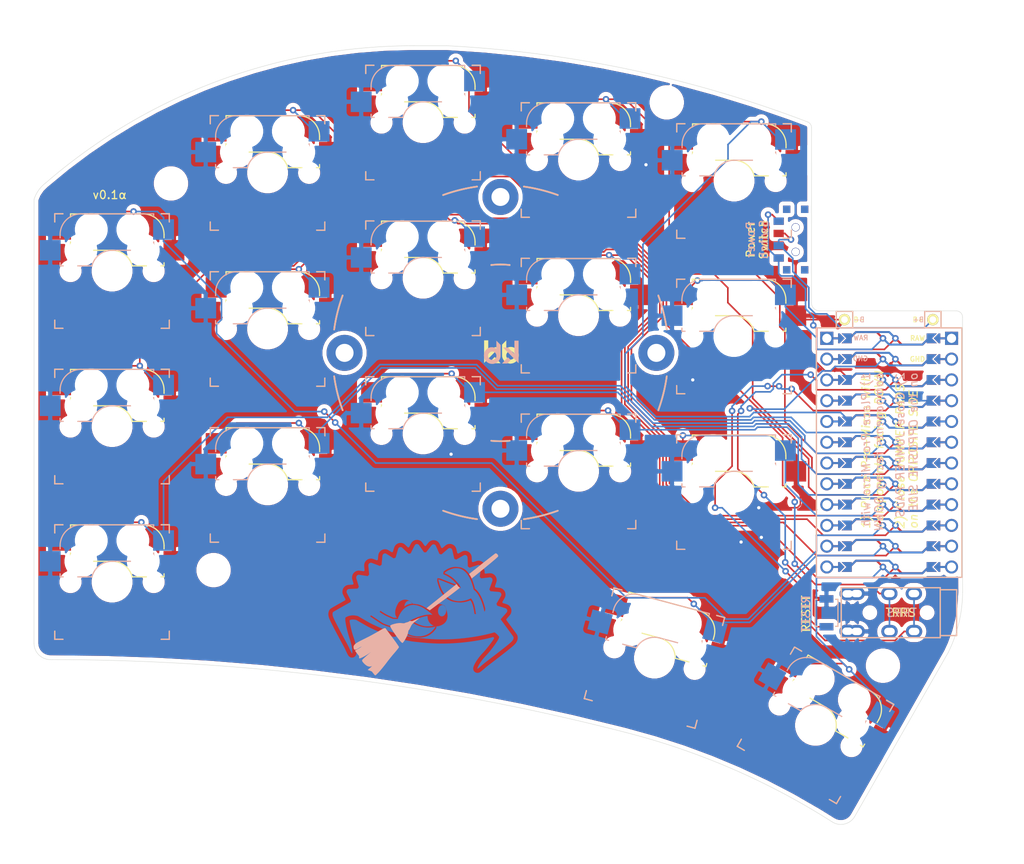
<source format=kicad_pcb>
(kicad_pcb (version 20171130) (host pcbnew "(5.1.4)-1")
  (layers (0 F.Cu signal) (31 B.Cu signal) (34 B.Paste user) (35 F.Paste user) (36 B.SilkS user) (37 F.SilkS user) (38 B.Mask user) (39 F.Mask user) (44 Edge.Cuts user))
  (net 0 "")
  (net 1 gnd)
  (net 2 vcc)
  (net 3 Switch18)
  (net 4 reset)
  (net 5 Switch1)
  (net 6 Switch2)
  (net 7 Switch3)
  (net 8 Switch4)
  (net 9 Switch5)
  (net 10 Switch6)
  (net 11 Switch7)
  (net 12 Switch8)
  (net 13 Switch9)
  (net 14 Switch10)
  (net 15 Switch11)
  (net 16 Switch12)
  (net 17 Switch13)
  (net 18 Switch14)
  (net 19 Switch15)
  (net 20 Switch16)
  (net 21 Switch17)
  (net 22 raw)
  (net 23 BT+_r)
  (net 24 "Net-(SW_POWERR1-Pad1)")
  (module Promicro-Jumpers:ProMicro_facedown (layer F.Cu) (at 139.954 99.187 270)
    (fp_text reference U1 hide)
    (fp_text value ProMicro-kbd hide)
    (fp_text user "" (at -1.2065 -16.256) (layer B.SilkS) (effects (justify mirror)))
    (pad 12 smd custom (at 13.97 0.762 90) (size 0.25 0.25) (layers F.Cu) (net 21 Switch17) (options (clearance outline) (anchor circle)) (primitives (gr_line (start 0 0) (end 0.762 -0.762) (width 0.25)) (gr_line (start 0.762 -0.762) (end 0.762 -3.302) (width 0.25)) (gr_line (start 0.762 -3.302) (end 0 -4.064) (width 0.25))))
    (pad 13 smd custom (at 13.97 -0.762 270) (size 0.25 0.25) (layers F.Cu) (net 13 Switch9) (options (clearance outline) (anchor circle)) (primitives (gr_line (start 0 0) (end 0.766 -0.766) (width 0.25)) (gr_line (start 0.766 -0.766) (end 0.766 -3.298) (width 0.25)) (gr_line (start 0.766 -3.298) (end 0 -4.064) (width 0.25))))
    (pad 13 smd custom (at 13.97 -0.762 270) (size 0.25 0.25) (layers B.Cu) (net 13 Switch9) (options (clearance outline) (anchor circle)) (primitives (gr_line (start 0 0) (end -0.766 0.766) (width 0.25)) (gr_line (start -0.766 0.766) (end -0.766 4.822) (width 0.25)) (gr_line (start -0.766 4.822) (end 0 5.588) (width 0.25))))
    (pad 12 smd custom (at 13.97 0.762 90) (size 0.25 0.25) (layers B.Cu) (net 21 Switch17) (options (clearance outline) (anchor circle)) (primitives (gr_line (start 0 0) (end -0.766 0.766) (width 0.25)) (gr_line (start -0.766 0.766) (end -0.766 4.822) (width 0.25)) (gr_line (start -0.766 4.822) (end 0 5.588) (width 0.25))))
    (pad 13 thru_hole circle (at 13.97 -0.762 90) (size 0.8 0.8) (drill 0.4) (layers *.Cu) (net 13 Switch9))
    (pad 12 thru_hole circle (at 13.97 0.762 90) (size 0.8 0.8) (drill 0.4) (layers *.Cu) (net 21 Switch17))
    (pad 11 smd custom (at 11.43 0.762 90) (size 0.25 0.25) (layers F.Cu) (net 20 Switch16) (options (clearance outline) (anchor circle)) (primitives (gr_line (start 0 0) (end 0.762 -0.762) (width 0.25)) (gr_line (start 0.762 -0.762) (end 0.762 -3.302) (width 0.25)) (gr_line (start 0.762 -3.302) (end 0 -4.064) (width 0.25))))
    (pad 14 smd custom (at 11.43 -0.762 270) (size 0.25 0.25) (layers F.Cu) (net 12 Switch8) (options (clearance outline) (anchor circle)) (primitives (gr_line (start 0 0) (end 0.766 -0.766) (width 0.25)) (gr_line (start 0.766 -0.766) (end 0.766 -3.298) (width 0.25)) (gr_line (start 0.766 -3.298) (end 0 -4.064) (width 0.25))))
    (pad 14 smd custom (at 11.43 -0.762 270) (size 0.25 0.25) (layers B.Cu) (net 12 Switch8) (options (clearance outline) (anchor circle)) (primitives (gr_line (start 0 0) (end -0.766 0.766) (width 0.25)) (gr_line (start -0.766 0.766) (end -0.766 4.822) (width 0.25)) (gr_line (start -0.766 4.822) (end 0 5.588) (width 0.25))))
    (pad 11 smd custom (at 11.43 0.762 90) (size 0.25 0.25) (layers B.Cu) (net 20 Switch16) (options (clearance outline) (anchor circle)) (primitives (gr_line (start 0 0) (end -0.766 0.766) (width 0.25)) (gr_line (start -0.766 0.766) (end -0.766 4.822) (width 0.25)) (gr_line (start -0.766 4.822) (end 0 5.588) (width 0.25))))
    (pad 14 thru_hole circle (at 11.43 -0.762 90) (size 0.8 0.8) (drill 0.4) (layers *.Cu) (net 12 Switch8))
    (pad 11 thru_hole circle (at 11.43 0.762 90) (size 0.8 0.8) (drill 0.4) (layers *.Cu) (net 20 Switch16))
    (pad 10 smd custom (at 8.89 0.762 90) (size 0.25 0.25) (layers F.Cu) (net 5 Switch1) (options (clearance outline) (anchor circle)) (primitives (gr_line (start 0 0) (end 0.762 -0.762) (width 0.25)) (gr_line (start 0.762 -0.762) (end 0.762 -3.302) (width 0.25)) (gr_line (start 0.762 -3.302) (end 0 -4.064) (width 0.25))))
    (pad 15 smd custom (at 8.89 -0.762 270) (size 0.25 0.25) (layers F.Cu) (net 11 Switch7) (options (clearance outline) (anchor circle)) (primitives (gr_line (start 0 0) (end 0.766 -0.766) (width 0.25)) (gr_line (start 0.766 -0.766) (end 0.766 -3.298) (width 0.25)) (gr_line (start 0.766 -3.298) (end 0 -4.064) (width 0.25))))
    (pad 15 smd custom (at 8.89 -0.762 270) (size 0.25 0.25) (layers B.Cu) (net 11 Switch7) (options (clearance outline) (anchor circle)) (primitives (gr_line (start 0 0) (end -0.766 0.766) (width 0.25)) (gr_line (start -0.766 0.766) (end -0.766 4.822) (width 0.25)) (gr_line (start -0.766 4.822) (end 0 5.588) (width 0.25))))
    (pad 10 smd custom (at 8.89 0.762 90) (size 0.25 0.25) (layers B.Cu) (net 5 Switch1) (options (clearance outline) (anchor circle)) (primitives (gr_line (start 0 0) (end -0.766 0.766) (width 0.25)) (gr_line (start -0.766 0.766) (end -0.766 4.822) (width 0.25)) (gr_line (start -0.766 4.822) (end 0 5.588) (width 0.25))))
    (pad 15 thru_hole circle (at 8.89 -0.762 90) (size 0.8 0.8) (drill 0.4) (layers *.Cu) (net 11 Switch7))
    (pad 10 thru_hole circle (at 8.89 0.762 90) (size 0.8 0.8) (drill 0.4) (layers *.Cu) (net 5 Switch1))
    (pad 9 smd custom (at 6.35 0.762 90) (size 0.25 0.25) (layers F.Cu) (net 19 Switch15) (options (clearance outline) (anchor circle)) (primitives (gr_line (start 0 0) (end 0.762 -0.762) (width 0.25)) (gr_line (start 0.762 -0.762) (end 0.762 -3.302) (width 0.25)) (gr_line (start 0.762 -3.302) (end 0 -4.064) (width 0.25))))
    (pad 16 smd custom (at 6.35 -0.762 270) (size 0.25 0.25) (layers F.Cu) (net 10 Switch6) (options (clearance outline) (anchor circle)) (primitives (gr_line (start 0 0) (end 0.766 -0.766) (width 0.25)) (gr_line (start 0.766 -0.766) (end 0.766 -3.298) (width 0.25)) (gr_line (start 0.766 -3.298) (end 0 -4.064) (width 0.25))))
    (pad 16 smd custom (at 6.35 -0.762 270) (size 0.25 0.25) (layers B.Cu) (net 10 Switch6) (options (clearance outline) (anchor circle)) (primitives (gr_line (start 0 0) (end -0.766 0.766) (width 0.25)) (gr_line (start -0.766 0.766) (end -0.766 4.822) (width 0.25)) (gr_line (start -0.766 4.822) (end 0 5.588) (width 0.25))))
    (pad 9 smd custom (at 6.35 0.762 90) (size 0.25 0.25) (layers B.Cu) (net 19 Switch15) (options (clearance outline) (anchor circle)) (primitives (gr_line (start 0 0) (end -0.766 0.766) (width 0.25)) (gr_line (start -0.766 0.766) (end -0.766 4.822) (width 0.25)) (gr_line (start -0.766 4.822) (end 0 5.588) (width 0.25))))
    (pad 16 thru_hole circle (at 6.35 -0.762 90) (size 0.8 0.8) (drill 0.4) (layers *.Cu) (net 10 Switch6))
    (pad 9 thru_hole circle (at 6.35 0.762 90) (size 0.8 0.8) (drill 0.4) (layers *.Cu) (net 19 Switch15))
    (pad 8 smd custom (at 3.81 0.762 90) (size 0.25 0.25) (layers F.Cu) (net 18 Switch14) (options (clearance outline) (anchor circle)) (primitives (gr_line (start 0 0) (end 0.762 -0.762) (width 0.25)) (gr_line (start 0.762 -0.762) (end 0.762 -3.302) (width 0.25)) (gr_line (start 0.762 -3.302) (end 0 -4.064) (width 0.25))))
    (pad 17 smd custom (at 3.81 -0.762 270) (size 0.25 0.25) (layers F.Cu) (net 6 Switch2) (options (clearance outline) (anchor circle)) (primitives (gr_line (start 0 0) (end 0.766 -0.766) (width 0.25)) (gr_line (start 0.766 -0.766) (end 0.766 -3.298) (width 0.25)) (gr_line (start 0.766 -3.298) (end 0 -4.064) (width 0.25))))
    (pad 17 smd custom (at 3.81 -0.762 270) (size 0.25 0.25) (layers B.Cu) (net 6 Switch2) (options (clearance outline) (anchor circle)) (primitives (gr_line (start 0 0) (end -0.766 0.766) (width 0.25)) (gr_line (start -0.766 0.766) (end -0.766 4.822) (width 0.25)) (gr_line (start -0.766 4.822) (end 0 5.588) (width 0.25))))
    (pad 8 smd custom (at 3.81 0.762 90) (size 0.25 0.25) (layers B.Cu) (net 18 Switch14) (options (clearance outline) (anchor circle)) (primitives (gr_line (start 0 0) (end -0.766 0.766) (width 0.25)) (gr_line (start -0.766 0.766) (end -0.766 4.822) (width 0.25)) (gr_line (start -0.766 4.822) (end 0 5.588) (width 0.25))))
    (pad 17 thru_hole circle (at 3.81 -0.762 90) (size 0.8 0.8) (drill 0.4) (layers *.Cu) (net 6 Switch2))
    (pad 8 thru_hole circle (at 3.81 0.762 90) (size 0.8 0.8) (drill 0.4) (layers *.Cu) (net 18 Switch14))
    (pad 7 smd custom (at 1.27 0.762 90) (size 0.25 0.25) (layers F.Cu) (net 17 Switch13) (options (clearance outline) (anchor circle)) (primitives (gr_line (start 0 0) (end 0.762 -0.762) (width 0.25)) (gr_line (start 0.762 -0.762) (end 0.762 -3.302) (width 0.25)) (gr_line (start 0.762 -3.302) (end 0 -4.064) (width 0.25))))
    (pad 18 smd custom (at 1.27 -0.762 270) (size 0.25 0.25) (layers F.Cu) (net 7 Switch3) (options (clearance outline) (anchor circle)) (primitives (gr_line (start 0 0) (end 0.766 -0.766) (width 0.25)) (gr_line (start 0.766 -0.766) (end 0.766 -3.298) (width 0.25)) (gr_line (start 0.766 -3.298) (end 0 -4.064) (width 0.25))))
    (pad 18 smd custom (at 1.27 -0.762 270) (size 0.25 0.25) (layers B.Cu) (net 7 Switch3) (options (clearance outline) (anchor circle)) (primitives (gr_line (start 0 0) (end -0.766 0.766) (width 0.25)) (gr_line (start -0.766 0.766) (end -0.766 4.822) (width 0.25)) (gr_line (start -0.766 4.822) (end 0 5.588) (width 0.25))))
    (pad 7 smd custom (at 1.27 0.762 90) (size 0.25 0.25) (layers B.Cu) (net 17 Switch13) (options (clearance outline) (anchor circle)) (primitives (gr_line (start 0 0) (end -0.766 0.766) (width 0.25)) (gr_line (start -0.766 0.766) (end -0.766 4.822) (width 0.25)) (gr_line (start -0.766 4.822) (end 0 5.588) (width 0.25))))
    (pad 18 thru_hole circle (at 1.27 -0.762 90) (size 0.8 0.8) (drill 0.4) (layers *.Cu) (net 7 Switch3))
    (pad 7 thru_hole circle (at 1.27 0.762 90) (size 0.8 0.8) (drill 0.4) (layers *.Cu) (net 17 Switch13))
    (pad 6 smd custom (at -1.27 0.762 90) (size 0.25 0.25) (layers F.Cu) (net 16 Switch12) (options (clearance outline) (anchor circle)) (primitives (gr_line (start 0 0) (end 0.762 -0.762) (width 0.25)) (gr_line (start 0.762 -0.762) (end 0.762 -3.302) (width 0.25)) (gr_line (start 0.762 -3.302) (end 0 -4.064) (width 0.25))))
    (pad 19 smd custom (at -1.27 -0.762 270) (size 0.25 0.25) (layers F.Cu) (net 8 Switch4) (options (clearance outline) (anchor circle)) (primitives (gr_line (start 0 0) (end 0.766 -0.766) (width 0.25)) (gr_line (start 0.766 -0.766) (end 0.766 -3.298) (width 0.25)) (gr_line (start 0.766 -3.298) (end 0 -4.064) (width 0.25))))
    (pad 19 smd custom (at -1.27 -0.762 270) (size 0.25 0.25) (layers B.Cu) (net 8 Switch4) (options (clearance outline) (anchor circle)) (primitives (gr_line (start 0 0) (end -0.766 0.766) (width 0.25)) (gr_line (start -0.766 0.766) (end -0.766 4.822) (width 0.25)) (gr_line (start -0.766 4.822) (end 0 5.588) (width 0.25))))
    (pad 6 smd custom (at -1.27 0.762 90) (size 0.25 0.25) (layers B.Cu) (net 16 Switch12) (options (clearance outline) (anchor circle)) (primitives (gr_line (start 0 0) (end -0.766 0.766) (width 0.25)) (gr_line (start -0.766 0.766) (end -0.766 4.822) (width 0.25)) (gr_line (start -0.766 4.822) (end 0 5.588) (width 0.25))))
    (pad 19 thru_hole circle (at -1.27 -0.762 90) (size 0.8 0.8) (drill 0.4) (layers *.Cu) (net 8 Switch4))
    (pad 6 thru_hole circle (at -1.27 0.762 90) (size 0.8 0.8) (drill 0.4) (layers *.Cu) (net 16 Switch12))
    (pad 5 smd custom (at -3.81 0.762 90) (size 0.25 0.25) (layers F.Cu) (net 15 Switch11) (options (clearance outline) (anchor circle)) (primitives (gr_line (start 0 0) (end 0.762 -0.762) (width 0.25)) (gr_line (start 0.762 -0.762) (end 0.762 -3.302) (width 0.25)) (gr_line (start 0.762 -3.302) (end 0 -4.064) (width 0.25))))
    (pad 20 smd custom (at -3.81 -0.762 270) (size 0.25 0.25) (layers F.Cu) (net 9 Switch5) (options (clearance outline) (anchor circle)) (primitives (gr_line (start 0 0) (end 0.766 -0.766) (width 0.25)) (gr_line (start 0.766 -0.766) (end 0.766 -3.298) (width 0.25)) (gr_line (start 0.766 -3.298) (end 0 -4.064) (width 0.25))))
    (pad 20 smd custom (at -3.81 -0.762 270) (size 0.25 0.25) (layers B.Cu) (net 9 Switch5) (options (clearance outline) (anchor circle)) (primitives (gr_line (start 0 0) (end -0.766 0.766) (width 0.25)) (gr_line (start -0.766 0.766) (end -0.766 4.822) (width 0.25)) (gr_line (start -0.766 4.822) (end 0 5.588) (width 0.25))))
    (pad 5 smd custom (at -3.81 0.762 90) (size 0.25 0.25) (layers B.Cu) (net 15 Switch11) (options (clearance outline) (anchor circle)) (primitives (gr_line (start 0 0) (end -0.766 0.766) (width 0.25)) (gr_line (start -0.766 0.766) (end -0.766 4.822) (width 0.25)) (gr_line (start -0.766 4.822) (end 0 5.588) (width 0.25))))
    (pad 20 thru_hole circle (at -3.81 -0.762 90) (size 0.8 0.8) (drill 0.4) (layers *.Cu) (net 9 Switch5))
    (pad 5 thru_hole circle (at -3.81 0.762 90) (size 0.8 0.8) (drill 0.4) (layers *.Cu) (net 15 Switch11))
    (pad 4 smd custom (at -6.35 0.762 90) (size 0.25 0.25) (layers F.Cu) (net 1 gnd) (options (clearance outline) (anchor circle)) (primitives (gr_line (start 0 0) (end 0.762 -0.762) (width 0.25)) (gr_line (start 0.762 -0.762) (end 0.762 -3.302) (width 0.25)) (gr_line (start 0.762 -3.302) (end 0 -4.064) (width 0.25))))
    (pad 21 smd custom (at -6.35 -0.762 270) (size 0.25 0.25) (layers F.Cu) (net 2 vcc) (options (clearance outline) (anchor circle)) (primitives (gr_line (start 0 0) (end 0.766 -0.766) (width 0.25)) (gr_line (start 0.766 -0.766) (end 0.766 -3.298) (width 0.25)) (gr_line (start 0.766 -3.298) (end 0 -4.064) (width 0.25))))
    (pad 21 smd custom (at -6.35 -0.762 270) (size 0.25 0.25) (layers B.Cu) (net 2 vcc) (options (clearance outline) (anchor circle)) (primitives (gr_line (start 0 0) (end -0.766 0.766) (width 0.25)) (gr_line (start -0.766 0.766) (end -0.766 4.822) (width 0.25)) (gr_line (start -0.766 4.822) (end 0 5.588) (width 0.25))))
    (pad 4 smd custom (at -6.35 0.762 90) (size 0.25 0.25) (layers B.Cu) (net 1 gnd) (options (clearance outline) (anchor circle)) (primitives (gr_line (start 0 0) (end -0.766 0.766) (width 0.25)) (gr_line (start -0.766 0.766) (end -0.766 4.822) (width 0.25)) (gr_line (start -0.766 4.822) (end 0 5.588) (width 0.25))))
    (pad 21 thru_hole circle (at -6.35 -0.762 90) (size 0.8 0.8) (drill 0.4) (layers *.Cu) (net 2 vcc))
    (pad 4 thru_hole circle (at -6.35 0.762 90) (size 0.8 0.8) (drill 0.4) (layers *.Cu) (net 1 gnd))
    (pad 3 smd custom (at -8.89 0.762 90) (size 0.25 0.25) (layers F.Cu) (net 1 gnd) (options (clearance outline) (anchor circle)) (primitives (gr_line (start 0 0) (end 0.762 -0.762) (width 0.25)) (gr_line (start 0.762 -0.762) (end 0.762 -3.302) (width 0.25)) (gr_line (start 0.762 -3.302) (end 0 -4.064) (width 0.25))))
    (pad 22 smd custom (at -8.89 -0.762 270) (size 0.25 0.25) (layers F.Cu) (net 4 reset) (options (clearance outline) (anchor circle)) (primitives (gr_line (start 0 0) (end 0.766 -0.766) (width 0.25)) (gr_line (start 0.766 -0.766) (end 0.766 -3.298) (width 0.25)) (gr_line (start 0.766 -3.298) (end 0 -4.064) (width 0.25))))
    (pad 22 smd custom (at -8.89 -0.762 270) (size 0.25 0.25) (layers B.Cu) (net 4 reset) (options (clearance outline) (anchor circle)) (primitives (gr_line (start 0 0) (end -0.766 0.766) (width 0.25)) (gr_line (start -0.766 0.766) (end -0.766 4.822) (width 0.25)) (gr_line (start -0.766 4.822) (end 0 5.588) (width 0.25))))
    (pad 3 smd custom (at -8.89 0.762 90) (size 0.25 0.25) (layers B.Cu) (net 1 gnd) (options (clearance outline) (anchor circle)) (primitives (gr_line (start 0 0) (end -0.766 0.766) (width 0.25)) (gr_line (start -0.766 0.766) (end -0.766 4.822) (width 0.25)) (gr_line (start -0.766 4.822) (end 0 5.588) (width 0.25))))
    (pad 22 thru_hole circle (at -8.89 -0.762 90) (size 0.8 0.8) (drill 0.4) (layers *.Cu) (net 4 reset))
    (pad 3 thru_hole circle (at -8.89 0.762 90) (size 0.8 0.8) (drill 0.4) (layers *.Cu) (net 1 gnd))
    (pad 1 smd custom (at -13.97 0.762 90) (size 0.25 0.25) (layers F.Cu) (net 14 Switch10) (options (clearance outline) (anchor circle)) (primitives (gr_line (start 0 0) (end 0.762 -0.762) (width 0.25)) (gr_line (start 0.762 -0.762) (end 0.762 -3.302) (width 0.25)) (gr_line (start 0.762 -3.302) (end 0 -4.064) (width 0.25))))
    (pad 24 smd custom (at -13.97 -0.762 270) (size 0.25 0.25) (layers F.Cu) (net 22 raw) (options (clearance outline) (anchor circle)) (primitives (gr_line (start 0 0) (end 0.766 -0.766) (width 0.25)) (gr_line (start 0.766 -0.766) (end 0.766 -3.298) (width 0.25)) (gr_line (start 0.766 -3.298) (end 0 -4.064) (width 0.25))))
    (pad 24 smd custom (at -13.97 -0.762 270) (size 0.25 0.25) (layers B.Cu) (net 22 raw) (options (clearance outline) (anchor circle)) (primitives (gr_line (start 0 0) (end -0.766 0.766) (width 0.25)) (gr_line (start -0.766 0.766) (end -0.766 4.822) (width 0.25)) (gr_line (start -0.766 4.822) (end 0 5.588) (width 0.25))))
    (pad 1 smd custom (at -13.97 0.762 90) (size 0.25 0.25) (layers B.Cu) (net 14 Switch10) (options (clearance outline) (anchor circle)) (primitives (gr_line (start 0 0) (end -0.766 0.766) (width 0.25)) (gr_line (start -0.766 0.766) (end -0.766 4.822) (width 0.25)) (gr_line (start -0.766 4.822) (end 0 5.588) (width 0.25))))
    (pad 24 thru_hole circle (at -13.97 -0.762 90) (size 0.8 0.8) (drill 0.4) (layers *.Cu) (net 22 raw))
    (pad 1 thru_hole circle (at -13.97 0.762 90) (size 0.8 0.8) (drill 0.4) (layers *.Cu) (net 14 Switch10))
    (pad 2 thru_hole circle (at -11.43 0.762 90) (size 0.8 0.8) (drill 0.4) (layers *.Cu) (net 3 Switch18))
    (pad 23 thru_hole circle (at -11.43 -0.762 90) (size 0.8 0.8) (drill 0.4) (layers *.Cu) (net 1 gnd))
    (pad 23 smd custom (at -11.43 -0.762 270) (size 0.25 0.25) (layers B.Cu) (net 1 gnd) (options (clearance outline) (anchor circle)) (primitives (gr_line (start 0 0) (end -0.766 0.766) (width 0.25)) (gr_line (start -0.766 0.766) (end -0.766 4.822) (width 0.25)) (gr_line (start -0.766 4.822) (end 0 5.588) (width 0.25))))
    (pad 2 smd custom (at -11.43 0.762 90) (size 0.25 0.25) (layers B.Cu) (net 3 Switch18) (options (clearance outline) (anchor circle)) (primitives (gr_line (start 0 0) (end -0.766 0.766) (width 0.25)) (gr_line (start -0.766 0.766) (end -0.766 4.822) (width 0.25)) (gr_line (start -0.766 4.822) (end 0 5.588) (width 0.25))))
    (pad 2 smd custom (at -11.43 0.762 90) (size 0.25 0.25) (layers F.Cu) (net 3 Switch18) (options (clearance outline) (anchor circle)) (primitives (gr_line (start 0 0) (end 0.762 -0.762) (width 0.25)) (gr_line (start 0.762 -0.762) (end 0.762 -3.302) (width 0.25)) (gr_line (start 0.762 -3.302) (end 0 -4.064) (width 0.25))))
    (pad "" smd custom (at 13.97 -5.842 270) (size 0.1 0.1) (layers B.Cu B.Mask) (clearance 0.1) (options (clearance outline) (anchor rect)) (primitives (gr_poly (pts (xy 0.6 -0.4) (xy -0.6 -0.4) (xy -0.6 -0.2) (xy 0 0.4) (xy 0.6 -0.2)) (width 0))))
    (pad "" smd custom (at 13.97 -6.35 270) (size 0.25 1) (layers B.Cu) (options (clearance outline) (anchor rect)) (primitives))
    (pad 12 smd custom (at 13.97 -4.826 270) (size 1.2 0.5) (layers B.Cu B.Mask) (net 21 Switch17) (clearance 0.1) (options (clearance outline) (anchor rect)) (primitives (gr_poly (pts (xy 0.6 0) (xy -0.6 0) (xy -0.6 -1) (xy 0 -0.4) (xy 0.6 -1)) (width 0))))
    (pad "" smd custom (at 11.43 -5.842 270) (size 0.1 0.1) (layers B.Cu B.Mask) (clearance 0.1) (options (clearance outline) (anchor rect)) (primitives (gr_poly (pts (xy 0.6 -0.4) (xy -0.6 -0.4) (xy -0.6 -0.2) (xy 0 0.4) (xy 0.6 -0.2)) (width 0))))
    (pad "" smd custom (at 11.43 -6.35 270) (size 0.25 1) (layers B.Cu) (options (clearance outline) (anchor rect)) (primitives))
    (pad 11 smd custom (at 11.43 -4.826 270) (size 1.2 0.5) (layers B.Cu B.Mask) (net 20 Switch16) (clearance 0.1) (options (clearance outline) (anchor rect)) (primitives (gr_poly (pts (xy 0.6 0) (xy -0.6 0) (xy -0.6 -1) (xy 0 -0.4) (xy 0.6 -1)) (width 0))))
    (pad "" smd custom (at 8.89 -5.842 270) (size 0.1 0.1) (layers B.Cu B.Mask) (clearance 0.1) (options (clearance outline) (anchor rect)) (primitives (gr_poly (pts (xy 0.6 -0.4) (xy -0.6 -0.4) (xy -0.6 -0.2) (xy 0 0.4) (xy 0.6 -0.2)) (width 0))))
    (pad "" smd custom (at 8.89 -6.35 270) (size 0.25 1) (layers B.Cu) (options (clearance outline) (anchor rect)) (primitives))
    (pad 10 smd custom (at 8.89 -4.826 270) (size 1.2 0.5) (layers B.Cu B.Mask) (net 5 Switch1) (clearance 0.1) (options (clearance outline) (anchor rect)) (primitives (gr_poly (pts (xy 0.6 0) (xy -0.6 0) (xy -0.6 -1) (xy 0 -0.4) (xy 0.6 -1)) (width 0))))
    (pad "" smd custom (at 6.35 -5.842 270) (size 0.1 0.1) (layers B.Cu B.Mask) (clearance 0.1) (options (clearance outline) (anchor rect)) (primitives (gr_poly (pts (xy 0.6 -0.4) (xy -0.6 -0.4) (xy -0.6 -0.2) (xy 0 0.4) (xy 0.6 -0.2)) (width 0))))
    (pad "" smd custom (at 6.35 -6.35 270) (size 0.25 1) (layers B.Cu) (options (clearance outline) (anchor rect)) (primitives))
    (pad 9 smd custom (at 6.35 -4.826 270) (size 1.2 0.5) (layers B.Cu B.Mask) (net 19 Switch15) (clearance 0.1) (options (clearance outline) (anchor rect)) (primitives (gr_poly (pts (xy 0.6 0) (xy -0.6 0) (xy -0.6 -1) (xy 0 -0.4) (xy 0.6 -1)) (width 0))))
    (pad "" smd custom (at 3.81 -5.842 270) (size 0.1 0.1) (layers B.Cu B.Mask) (clearance 0.1) (options (clearance outline) (anchor rect)) (primitives (gr_poly (pts (xy 0.6 -0.4) (xy -0.6 -0.4) (xy -0.6 -0.2) (xy 0 0.4) (xy 0.6 -0.2)) (width 0))))
    (pad "" smd custom (at 3.81 -6.35 270) (size 0.25 1) (layers B.Cu) (options (clearance outline) (anchor rect)) (primitives))
    (pad 8 smd custom (at 3.81 -4.826 270) (size 1.2 0.5) (layers B.Cu B.Mask) (net 18 Switch14) (clearance 0.1) (options (clearance outline) (anchor rect)) (primitives (gr_poly (pts (xy 0.6 0) (xy -0.6 0) (xy -0.6 -1) (xy 0 -0.4) (xy 0.6 -1)) (width 0))))
    (pad "" smd custom (at 1.27 -5.842 270) (size 0.1 0.1) (layers B.Cu B.Mask) (clearance 0.1) (options (clearance outline) (anchor rect)) (primitives (gr_poly (pts (xy 0.6 -0.4) (xy -0.6 -0.4) (xy -0.6 -0.2) (xy 0 0.4) (xy 0.6 -0.2)) (width 0))))
    (pad "" smd custom (at 1.27 -6.35 270) (size 0.25 1) (layers B.Cu) (options (clearance outline) (anchor rect)) (primitives))
    (pad 7 smd custom (at 1.27 -4.826 270) (size 1.2 0.5) (layers B.Cu B.Mask) (net 17 Switch13) (clearance 0.1) (options (clearance outline) (anchor rect)) (primitives (gr_poly (pts (xy 0.6 0) (xy -0.6 0) (xy -0.6 -1) (xy 0 -0.4) (xy 0.6 -1)) (width 0))))
    (pad "" smd custom (at -1.27 -5.842 270) (size 0.1 0.1) (layers B.Cu B.Mask) (clearance 0.1) (options (clearance outline) (anchor rect)) (primitives (gr_poly (pts (xy 0.6 -0.4) (xy -0.6 -0.4) (xy -0.6 -0.2) (xy 0 0.4) (xy 0.6 -0.2)) (width 0))))
    (pad "" smd custom (at -1.27 -6.35 270) (size 0.25 1) (layers B.Cu) (options (clearance outline) (anchor rect)) (primitives))
    (pad 6 smd custom (at -1.27 -4.826 270) (size 1.2 0.5) (layers B.Cu B.Mask) (net 16 Switch12) (clearance 0.1) (options (clearance outline) (anchor rect)) (primitives (gr_poly (pts (xy 0.6 0) (xy -0.6 0) (xy -0.6 -1) (xy 0 -0.4) (xy 0.6 -1)) (width 0))))
    (pad "" smd custom (at -3.81 -5.842 270) (size 0.1 0.1) (layers B.Cu B.Mask) (clearance 0.1) (options (clearance outline) (anchor rect)) (primitives (gr_poly (pts (xy 0.6 -0.4) (xy -0.6 -0.4) (xy -0.6 -0.2) (xy 0 0.4) (xy 0.6 -0.2)) (width 0))))
    (pad "" smd custom (at -3.81 -6.35 270) (size 0.25 1) (layers B.Cu) (options (clearance outline) (anchor rect)) (primitives))
    (pad 5 smd custom (at -3.81 -4.826 270) (size 1.2 0.5) (layers B.Cu B.Mask) (net 15 Switch11) (clearance 0.1) (options (clearance outline) (anchor rect)) (primitives (gr_poly (pts (xy 0.6 0) (xy -0.6 0) (xy -0.6 -1) (xy 0 -0.4) (xy 0.6 -1)) (width 0))))
    (pad "" smd custom (at -6.35 -5.842 270) (size 0.1 0.1) (layers B.Cu B.Mask) (clearance 0.1) (options (clearance outline) (anchor rect)) (primitives (gr_poly (pts (xy 0.6 -0.4) (xy -0.6 -0.4) (xy -0.6 -0.2) (xy 0 0.4) (xy 0.6 -0.2)) (width 0))))
    (pad "" smd custom (at -6.35 -6.35 270) (size 0.25 1) (layers B.Cu) (options (clearance outline) (anchor rect)) (primitives))
    (pad 4 smd custom (at -6.35 -4.826 270) (size 1.2 0.5) (layers B.Cu B.Mask) (net 1 gnd) (clearance 0.1) (options (clearance outline) (anchor rect)) (primitives (gr_poly (pts (xy 0.6 0) (xy -0.6 0) (xy -0.6 -1) (xy 0 -0.4) (xy 0.6 -1)) (width 0))))
    (pad "" smd custom (at -8.89 -5.842 270) (size 0.1 0.1) (layers B.Cu B.Mask) (clearance 0.1) (options (clearance outline) (anchor rect)) (primitives (gr_poly (pts (xy 0.6 -0.4) (xy -0.6 -0.4) (xy -0.6 -0.2) (xy 0 0.4) (xy 0.6 -0.2)) (width 0))))
    (pad "" smd custom (at -8.89 -6.35 270) (size 0.25 1) (layers B.Cu) (options (clearance outline) (anchor rect)) (primitives))
    (pad 3 smd custom (at -8.89 -4.826 270) (size 1.2 0.5) (layers B.Cu B.Mask) (net 1 gnd) (clearance 0.1) (options (clearance outline) (anchor rect)) (primitives (gr_poly (pts (xy 0.6 0) (xy -0.6 0) (xy -0.6 -1) (xy 0 -0.4) (xy 0.6 -1)) (width 0))))
    (pad "" smd custom (at -11.43 -5.842 270) (size 0.1 0.1) (layers B.Cu B.Mask) (clearance 0.1) (options (clearance outline) (anchor rect)) (primitives (gr_poly (pts (xy 0.6 -0.4) (xy -0.6 -0.4) (xy -0.6 -0.2) (xy 0 0.4) (xy 0.6 -0.2)) (width 0))))
    (pad "" smd custom (at -11.43 -6.35 270) (size 0.25 1) (layers B.Cu) (options (clearance outline) (anchor rect)) (primitives))
    (pad 2 smd custom (at -11.43 -4.826 270) (size 1.2 0.5) (layers B.Cu B.Mask) (net 3 Switch18) (clearance 0.1) (options (clearance outline) (anchor rect)) (primitives (gr_poly (pts (xy 0.6 0) (xy -0.6 0) (xy -0.6 -1) (xy 0 -0.4) (xy 0.6 -1)) (width 0))))
    (pad 1 smd custom (at -13.97 -4.826 270) (size 1.2 0.5) (layers B.Cu B.Mask) (net 14 Switch10) (clearance 0.1) (options (clearance outline) (anchor rect)) (primitives (gr_poly (pts (xy 0.6 0) (xy -0.6 0) (xy -0.6 -1) (xy 0 -0.4) (xy 0.6 -1)) (width 0))))
    (pad "" smd custom (at -13.97 -5.842 270) (size 0.1 0.1) (layers B.Cu B.Mask) (clearance 0.1) (options (clearance outline) (anchor rect)) (primitives (gr_poly (pts (xy 0.6 -0.4) (xy -0.6 -0.4) (xy -0.6 -0.2) (xy 0 0.4) (xy 0.6 -0.2)) (width 0))))
    (pad "" smd custom (at -13.97 -6.35 270) (size 0.25 1) (layers B.Cu) (options (clearance outline) (anchor rect)) (primitives))
    (pad 13 smd custom (at 13.97 4.826 90) (size 1.2 0.5) (layers B.Cu B.Mask) (net 13 Switch9) (clearance 0.1) (options (clearance outline) (anchor rect)) (primitives (gr_poly (pts (xy 0.6 0) (xy -0.6 0) (xy -0.6 -1) (xy 0 -0.4) (xy 0.6 -1)) (width 0))))
    (pad "" smd custom (at 13.97 5.842 90) (size 0.1 0.1) (layers B.Cu B.Mask) (clearance 0.1) (options (clearance outline) (anchor rect)) (primitives (gr_poly (pts (xy 0.6 -0.4) (xy -0.6 -0.4) (xy -0.6 -0.2) (xy 0 0.4) (xy 0.6 -0.2)) (width 0))))
    (pad "" smd custom (at 13.97 6.35 90) (size 0.25 1) (layers B.Cu) (options (clearance outline) (anchor rect)) (primitives))
    (pad 14 smd custom (at 11.43 4.826 90) (size 1.2 0.5) (layers B.Cu B.Mask) (net 12 Switch8) (clearance 0.1) (options (clearance outline) (anchor rect)) (primitives (gr_poly (pts (xy 0.6 0) (xy -0.6 0) (xy -0.6 -1) (xy 0 -0.4) (xy 0.6 -1)) (width 0))))
    (pad "" smd custom (at 11.43 5.842 90) (size 0.1 0.1) (layers B.Cu B.Mask) (clearance 0.1) (options (clearance outline) (anchor rect)) (primitives (gr_poly (pts (xy 0.6 -0.4) (xy -0.6 -0.4) (xy -0.6 -0.2) (xy 0 0.4) (xy 0.6 -0.2)) (width 0))))
    (pad "" smd custom (at 11.43 6.35 90) (size 0.25 1) (layers B.Cu) (options (clearance outline) (anchor rect)) (primitives))
    (pad 15 smd custom (at 8.89 4.826 90) (size 1.2 0.5) (layers B.Cu B.Mask) (net 11 Switch7) (clearance 0.1) (options (clearance outline) (anchor rect)) (primitives (gr_poly (pts (xy 0.6 0) (xy -0.6 0) (xy -0.6 -1) (xy 0 -0.4) (xy 0.6 -1)) (width 0))))
    (pad "" smd custom (at 8.89 5.842 90) (size 0.1 0.1) (layers B.Cu B.Mask) (clearance 0.1) (options (clearance outline) (anchor rect)) (primitives (gr_poly (pts (xy 0.6 -0.4) (xy -0.6 -0.4) (xy -0.6 -0.2) (xy 0 0.4) (xy 0.6 -0.2)) (width 0))))
    (pad "" smd custom (at 8.89 6.35 90) (size 0.25 1) (layers B.Cu) (options (clearance outline) (anchor rect)) (primitives))
    (pad 16 smd custom (at 6.35 4.826 90) (size 1.2 0.5) (layers B.Cu B.Mask) (net 10 Switch6) (clearance 0.1) (options (clearance outline) (anchor rect)) (primitives (gr_poly (pts (xy 0.6 0) (xy -0.6 0) (xy -0.6 -1) (xy 0 -0.4) (xy 0.6 -1)) (width 0))))
    (pad "" smd custom (at 6.35 5.842 90) (size 0.1 0.1) (layers B.Cu B.Mask) (clearance 0.1) (options (clearance outline) (anchor rect)) (primitives (gr_poly (pts (xy 0.6 -0.4) (xy -0.6 -0.4) (xy -0.6 -0.2) (xy 0 0.4) (xy 0.6 -0.2)) (width 0))))
    (pad "" smd custom (at 6.35 6.35 90) (size 0.25 1) (layers B.Cu) (options (clearance outline) (anchor rect)) (primitives))
    (pad 17 smd custom (at 3.81 4.826 90) (size 1.2 0.5) (layers B.Cu B.Mask) (net 6 Switch2) (clearance 0.1) (options (clearance outline) (anchor rect)) (primitives (gr_poly (pts (xy 0.6 0) (xy -0.6 0) (xy -0.6 -1) (xy 0 -0.4) (xy 0.6 -1)) (width 0))))
    (pad "" smd custom (at 3.81 5.842 90) (size 0.1 0.1) (layers B.Cu B.Mask) (clearance 0.1) (options (clearance outline) (anchor rect)) (primitives (gr_poly (pts (xy 0.6 -0.4) (xy -0.6 -0.4) (xy -0.6 -0.2) (xy 0 0.4) (xy 0.6 -0.2)) (width 0))))
    (pad "" smd custom (at 3.81 6.35 90) (size 0.25 1) (layers B.Cu) (options (clearance outline) (anchor rect)) (primitives))
    (pad 18 smd custom (at 1.27 4.826 90) (size 1.2 0.5) (layers B.Cu B.Mask) (net 7 Switch3) (clearance 0.1) (options (clearance outline) (anchor rect)) (primitives (gr_poly (pts (xy 0.6 0) (xy -0.6 0) (xy -0.6 -1) (xy 0 -0.4) (xy 0.6 -1)) (width 0))))
    (pad "" smd custom (at 1.27 5.842 90) (size 0.1 0.1) (layers B.Cu B.Mask) (clearance 0.1) (options (clearance outline) (anchor rect)) (primitives (gr_poly (pts (xy 0.6 -0.4) (xy -0.6 -0.4) (xy -0.6 -0.2) (xy 0 0.4) (xy 0.6 -0.2)) (width 0))))
    (pad "" smd custom (at 1.27 6.35 90) (size 0.25 1) (layers B.Cu) (options (clearance outline) (anchor rect)) (primitives))
    (pad 19 smd custom (at -1.27 4.826 90) (size 1.2 0.5) (layers B.Cu B.Mask) (net 8 Switch4) (clearance 0.1) (options (clearance outline) (anchor rect)) (primitives (gr_poly (pts (xy 0.6 0) (xy -0.6 0) (xy -0.6 -1) (xy 0 -0.4) (xy 0.6 -1)) (width 0))))
    (pad "" smd custom (at -1.27 5.842 90) (size 0.1 0.1) (layers B.Cu B.Mask) (clearance 0.1) (options (clearance outline) (anchor rect)) (primitives (gr_poly (pts (xy 0.6 -0.4) (xy -0.6 -0.4) (xy -0.6 -0.2) (xy 0 0.4) (xy 0.6 -0.2)) (width 0))))
    (pad "" smd custom (at -1.27 6.35 90) (size 0.25 1) (layers B.Cu) (options (clearance outline) (anchor rect)) (primitives))
    (pad 20 smd custom (at -3.81 4.826 90) (size 1.2 0.5) (layers B.Cu B.Mask) (net 9 Switch5) (clearance 0.1) (options (clearance outline) (anchor rect)) (primitives (gr_poly (pts (xy 0.6 0) (xy -0.6 0) (xy -0.6 -1) (xy 0 -0.4) (xy 0.6 -1)) (width 0))))
    (pad "" smd custom (at -3.81 5.842 90) (size 0.1 0.1) (layers B.Cu B.Mask) (clearance 0.1) (options (clearance outline) (anchor rect)) (primitives (gr_poly (pts (xy 0.6 -0.4) (xy -0.6 -0.4) (xy -0.6 -0.2) (xy 0 0.4) (xy 0.6 -0.2)) (width 0))))
    (pad "" smd custom (at -3.81 6.35 90) (size 0.25 1) (layers B.Cu) (options (clearance outline) (anchor rect)) (primitives))
    (pad 21 smd custom (at -6.35 4.826 90) (size 1.2 0.5) (layers B.Cu B.Mask) (net 2 vcc) (clearance 0.1) (options (clearance outline) (anchor rect)) (primitives (gr_poly (pts (xy 0.6 0) (xy -0.6 0) (xy -0.6 -1) (xy 0 -0.4) (xy 0.6 -1)) (width 0))))
    (pad "" smd custom (at -6.35 5.842 90) (size 0.1 0.1) (layers B.Cu B.Mask) (clearance 0.1) (options (clearance outline) (anchor rect)) (primitives (gr_poly (pts (xy 0.6 -0.4) (xy -0.6 -0.4) (xy -0.6 -0.2) (xy 0 0.4) (xy 0.6 -0.2)) (width 0))))
    (pad "" smd custom (at -6.35 6.35 90) (size 0.25 1) (layers B.Cu) (options (clearance outline) (anchor rect)) (primitives))
    (pad 22 smd custom (at -8.89 4.826 90) (size 1.2 0.5) (layers B.Cu B.Mask) (net 4 reset) (clearance 0.1) (options (clearance outline) (anchor rect)) (primitives (gr_poly (pts (xy 0.6 0) (xy -0.6 0) (xy -0.6 -1) (xy 0 -0.4) (xy 0.6 -1)) (width 0))))
    (pad "" smd custom (at -8.89 5.842 90) (size 0.1 0.1) (layers B.Cu B.Mask) (clearance 0.1) (options (clearance outline) (anchor rect)) (primitives (gr_poly (pts (xy 0.6 -0.4) (xy -0.6 -0.4) (xy -0.6 -0.2) (xy 0 0.4) (xy 0.6 -0.2)) (width 0))))
    (pad "" smd custom (at -8.89 6.35 90) (size 0.25 1) (layers B.Cu) (options (clearance outline) (anchor rect)) (primitives))
    (pad 23 smd custom (at -11.43 4.826 90) (size 1.2 0.5) (layers B.Cu B.Mask) (net 1 gnd) (clearance 0.1) (options (clearance outline) (anchor rect)) (primitives (gr_poly (pts (xy 0.6 0) (xy -0.6 0) (xy -0.6 -1) (xy 0 -0.4) (xy 0.6 -1)) (width 0))))
    (pad "" smd custom (at -11.43 5.842 90) (size 0.1 0.1) (layers B.Cu B.Mask) (clearance 0.1) (options (clearance outline) (anchor rect)) (primitives (gr_poly (pts (xy 0.6 -0.4) (xy -0.6 -0.4) (xy -0.6 -0.2) (xy 0 0.4) (xy 0.6 -0.2)) (width 0))))
    (pad "" smd custom (at -11.43 6.35 90) (size 0.25 1) (layers B.Cu) (options (clearance outline) (anchor rect)) (primitives))
    (pad "" smd custom (at -13.97 5.842 90) (size 0.1 0.1) (layers B.Cu B.Mask) (clearance 0.1) (options (clearance outline) (anchor rect)) (primitives (gr_poly (pts (xy 0.6 -0.4) (xy -0.6 -0.4) (xy -0.6 -0.2) (xy 0 0.4) (xy 0.6 -0.2)) (width 0))))
    (pad 24 smd custom (at -13.97 4.826 90) (size 1.2 0.5) (layers B.Cu B.Mask) (net 22 raw) (clearance 0.1) (options (clearance outline) (anchor rect)) (primitives (gr_poly (pts (xy 0.6 0) (xy -0.6 0) (xy -0.6 -1) (xy 0 -0.4) (xy 0.6 -1)) (width 0))))
    (pad "" smd custom (at -13.97 6.35 90) (size 0.25 1) (layers B.Cu) (options (clearance outline) (anchor rect)) (primitives))
    (pad 20 smd custom (at -3.81 -4.826 270) (size 1.2 0.5) (layers F.Cu F.Mask) (net 9 Switch5) (clearance 0.1) (options (clearance outline) (anchor rect)) (primitives (gr_poly (pts (xy 0.6 0) (xy -0.6 0) (xy -0.6 -1) (xy 0 -0.4) (xy 0.6 -1)) (width 0))))
    (pad "" smd custom (at 11.43 -6.35 270) (size 0.25 1) (layers F.Cu) (options (clearance outline) (anchor rect)) (primitives))
    (pad 14 smd custom (at 11.43 -4.826 270) (size 1.2 0.5) (layers F.Cu F.Mask) (net 12 Switch8) (clearance 0.1) (options (clearance outline) (anchor rect)) (primitives (gr_poly (pts (xy 0.6 0) (xy -0.6 0) (xy -0.6 -1) (xy 0 -0.4) (xy 0.6 -1)) (width 0))))
    (pad "" smd custom (at 11.43 -5.842 270) (size 0.1 0.1) (layers F.Cu F.Mask) (clearance 0.1) (options (clearance outline) (anchor rect)) (primitives (gr_poly (pts (xy 0.6 -0.4) (xy -0.6 -0.4) (xy -0.6 -0.2) (xy 0 0.4) (xy 0.6 -0.2)) (width 0))))
    (pad "" smd custom (at 8.89 -5.842 270) (size 0.1 0.1) (layers F.Cu F.Mask) (clearance 0.1) (options (clearance outline) (anchor rect)) (primitives (gr_poly (pts (xy 0.6 -0.4) (xy -0.6 -0.4) (xy -0.6 -0.2) (xy 0 0.4) (xy 0.6 -0.2)) (width 0))))
    (pad 15 smd custom (at 8.89 -4.826 270) (size 1.2 0.5) (layers F.Cu F.Mask) (net 11 Switch7) (clearance 0.1) (options (clearance outline) (anchor rect)) (primitives (gr_poly (pts (xy 0.6 0) (xy -0.6 0) (xy -0.6 -1) (xy 0 -0.4) (xy 0.6 -1)) (width 0))))
    (pad "" smd custom (at 6.35 -5.842 270) (size 0.1 0.1) (layers F.Cu F.Mask) (clearance 0.1) (options (clearance outline) (anchor rect)) (primitives (gr_poly (pts (xy 0.6 -0.4) (xy -0.6 -0.4) (xy -0.6 -0.2) (xy 0 0.4) (xy 0.6 -0.2)) (width 0))))
    (pad "" smd custom (at -1.27 -5.842 270) (size 0.1 0.1) (layers F.Cu F.Mask) (clearance 0.1) (options (clearance outline) (anchor rect)) (primitives (gr_poly (pts (xy 0.6 -0.4) (xy -0.6 -0.4) (xy -0.6 -0.2) (xy 0 0.4) (xy 0.6 -0.2)) (width 0))))
    (pad "" smd custom (at -3.81 -5.842 270) (size 0.1 0.1) (layers F.Cu F.Mask) (clearance 0.1) (options (clearance outline) (anchor rect)) (primitives (gr_poly (pts (xy 0.6 -0.4) (xy -0.6 -0.4) (xy -0.6 -0.2) (xy 0 0.4) (xy 0.6 -0.2)) (width 0))))
    (pad "" smd custom (at -6.35 -6.35 270) (size 0.25 1) (layers F.Cu) (options (clearance outline) (anchor rect)) (primitives))
    (pad 16 smd custom (at 6.35 -4.826 270) (size 1.2 0.5) (layers F.Cu F.Mask) (net 10 Switch6) (clearance 0.1) (options (clearance outline) (anchor rect)) (primitives (gr_poly (pts (xy 0.6 0) (xy -0.6 0) (xy -0.6 -1) (xy 0 -0.4) (xy 0.6 -1)) (width 0))))
    (pad "" smd custom (at -1.27 -6.35 270) (size 0.25 1) (layers F.Cu) (options (clearance outline) (anchor rect)) (primitives))
    (pad "" smd custom (at 3.81 -6.35 270) (size 0.25 1) (layers F.Cu) (options (clearance outline) (anchor rect)) (primitives))
    (pad "" smd custom (at -3.81 -6.35 270) (size 0.25 1) (layers F.Cu) (options (clearance outline) (anchor rect)) (primitives))
    (pad "" smd custom (at 13.97 -5.842 270) (size 0.1 0.1) (layers F.Cu F.Mask) (clearance 0.1) (options (clearance outline) (anchor rect)) (primitives (gr_poly (pts (xy 0.6 -0.4) (xy -0.6 -0.4) (xy -0.6 -0.2) (xy 0 0.4) (xy 0.6 -0.2)) (width 0))))
    (pad "" smd custom (at 6.35 -6.35 270) (size 0.25 1) (layers F.Cu) (options (clearance outline) (anchor rect)) (primitives))
    (pad "" smd custom (at 3.81 -5.842 270) (size 0.1 0.1) (layers F.Cu F.Mask) (clearance 0.1) (options (clearance outline) (anchor rect)) (primitives (gr_poly (pts (xy 0.6 -0.4) (xy -0.6 -0.4) (xy -0.6 -0.2) (xy 0 0.4) (xy 0.6 -0.2)) (width 0))))
    (pad 13 smd custom (at 13.97 -4.826 270) (size 1.2 0.5) (layers F.Cu F.Mask) (net 13 Switch9) (clearance 0.1) (options (clearance outline) (anchor rect)) (primitives (gr_poly (pts (xy 0.6 0) (xy -0.6 0) (xy -0.6 -1) (xy 0 -0.4) (xy 0.6 -1)) (width 0))))
    (pad "" smd custom (at 1.27 -6.35 270) (size 0.25 1) (layers F.Cu) (options (clearance outline) (anchor rect)) (primitives))
    (pad 17 smd custom (at 3.81 -4.826 270) (size 1.2 0.5) (layers F.Cu F.Mask) (net 6 Switch2) (clearance 0.1) (options (clearance outline) (anchor rect)) (primitives (gr_poly (pts (xy 0.6 0) (xy -0.6 0) (xy -0.6 -1) (xy 0 -0.4) (xy 0.6 -1)) (width 0))))
    (pad "" smd custom (at 8.89 -6.35 270) (size 0.25 1) (layers F.Cu) (options (clearance outline) (anchor rect)) (primitives))
    (pad "" smd custom (at 1.27 -5.842 270) (size 0.1 0.1) (layers F.Cu F.Mask) (clearance 0.1) (options (clearance outline) (anchor rect)) (primitives (gr_poly (pts (xy 0.6 -0.4) (xy -0.6 -0.4) (xy -0.6 -0.2) (xy 0 0.4) (xy 0.6 -0.2)) (width 0))))
    (pad "" smd custom (at 13.97 -6.35 270) (size 0.25 1) (layers F.Cu) (options (clearance outline) (anchor rect)) (primitives))
    (pad 18 smd custom (at 1.27 -4.826 270) (size 1.2 0.5) (layers F.Cu F.Mask) (net 7 Switch3) (clearance 0.1) (options (clearance outline) (anchor rect)) (primitives (gr_poly (pts (xy 0.6 0) (xy -0.6 0) (xy -0.6 -1) (xy 0 -0.4) (xy 0.6 -1)) (width 0))))
    (pad 19 smd custom (at -1.27 -4.826 270) (size 1.2 0.5) (layers F.Cu F.Mask) (net 8 Switch4) (clearance 0.1) (options (clearance outline) (anchor rect)) (primitives (gr_poly (pts (xy 0.6 0) (xy -0.6 0) (xy -0.6 -1) (xy 0 -0.4) (xy 0.6 -1)) (width 0))))
    (pad "" smd custom (at -6.35 -5.842 270) (size 0.1 0.1) (layers F.Cu F.Mask) (clearance 0.1) (options (clearance outline) (anchor rect)) (primitives (gr_poly (pts (xy 0.6 -0.4) (xy -0.6 -0.4) (xy -0.6 -0.2) (xy 0 0.4) (xy 0.6 -0.2)) (width 0))))
    (pad "" smd custom (at -11.43 -5.842 270) (size 0.1 0.1) (layers F.Cu F.Mask) (clearance 0.1) (options (clearance outline) (anchor rect)) (primitives (gr_poly (pts (xy 0.6 -0.4) (xy -0.6 -0.4) (xy -0.6 -0.2) (xy 0 0.4) (xy 0.6 -0.2)) (width 0))))
    (pad 21 smd custom (at -6.35 -4.826 270) (size 1.2 0.5) (layers F.Cu F.Mask) (net 2 vcc) (clearance 0.1) (options (clearance outline) (anchor rect)) (primitives (gr_poly (pts (xy 0.6 0) (xy -0.6 0) (xy -0.6 -1) (xy 0 -0.4) (xy 0.6 -1)) (width 0))))
    (pad "" smd custom (at -13.97 -6.35 270) (size 0.25 1) (layers F.Cu) (options (clearance outline) (anchor rect)) (primitives))
    (pad 23 smd custom (at -11.43 -4.826 270) (size 1.2 0.5) (layers F.Cu F.Mask) (net 1 gnd) (clearance 0.1) (options (clearance outline) (anchor rect)) (primitives (gr_poly (pts (xy 0.6 0) (xy -0.6 0) (xy -0.6 -1) (xy 0 -0.4) (xy 0.6 -1)) (width 0))))
    (pad "" smd custom (at -11.43 -6.35 270) (size 0.25 1) (layers F.Cu) (options (clearance outline) (anchor rect)) (primitives))
    (pad "" smd custom (at -13.97 -5.842 270) (size 0.1 0.1) (layers F.Cu F.Mask) (clearance 0.1) (options (clearance outline) (anchor rect)) (primitives (gr_poly (pts (xy 0.6 -0.4) (xy -0.6 -0.4) (xy -0.6 -0.2) (xy 0 0.4) (xy 0.6 -0.2)) (width 0))))
    (pad "" smd custom (at -8.89 -5.842 270) (size 0.1 0.1) (layers F.Cu F.Mask) (clearance 0.1) (options (clearance outline) (anchor rect)) (primitives (gr_poly (pts (xy 0.6 -0.4) (xy -0.6 -0.4) (xy -0.6 -0.2) (xy 0 0.4) (xy 0.6 -0.2)) (width 0))))
    (pad "" smd custom (at -8.89 -6.35 270) (size 0.25 1) (layers F.Cu) (options (clearance outline) (anchor rect)) (primitives))
    (pad 22 smd custom (at -8.89 -4.826 270) (size 1.2 0.5) (layers F.Cu F.Mask) (net 4 reset) (clearance 0.1) (options (clearance outline) (anchor rect)) (primitives (gr_poly (pts (xy 0.6 0) (xy -0.6 0) (xy -0.6 -1) (xy 0 -0.4) (xy 0.6 -1)) (width 0))))
    (pad 24 smd custom (at -13.97 -4.826 270) (size 1.2 0.5) (layers F.Cu F.Mask) (net 22 raw) (clearance 0.1) (options (clearance outline) (anchor rect)) (primitives (gr_poly (pts (xy 0.6 0) (xy -0.6 0) (xy -0.6 -1) (xy 0 -0.4) (xy 0.6 -1)) (width 0))))
    (pad 12 smd custom (at 13.97 4.826 90) (size 1.2 0.5) (layers F.Cu F.Mask) (net 21 Switch17) (clearance 0.1) (options (clearance outline) (anchor rect)) (primitives (gr_poly (pts (xy 0.6 0) (xy -0.6 0) (xy -0.6 -1) (xy 0 -0.4) (xy 0.6 -1)) (width 0))))
    (pad "" smd custom (at 13.97 5.842 90) (size 0.1 0.1) (layers F.Cu F.Mask) (clearance 0.1) (options (clearance outline) (anchor rect)) (primitives (gr_poly (pts (xy 0.6 -0.4) (xy -0.6 -0.4) (xy -0.6 -0.2) (xy 0 0.4) (xy 0.6 -0.2)) (width 0))))
    (pad "" smd custom (at 13.97 6.35 90) (size 0.25 1) (layers F.Cu) (options (clearance outline) (anchor rect)) (primitives))
    (pad 11 smd custom (at 11.43 4.826 90) (size 1.2 0.5) (layers F.Cu F.Mask) (net 20 Switch16) (clearance 0.1) (options (clearance outline) (anchor rect)) (primitives (gr_poly (pts (xy 0.6 0) (xy -0.6 0) (xy -0.6 -1) (xy 0 -0.4) (xy 0.6 -1)) (width 0))))
    (pad "" smd custom (at 11.43 5.842 90) (size 0.1 0.1) (layers F.Cu F.Mask) (clearance 0.1) (options (clearance outline) (anchor rect)) (primitives (gr_poly (pts (xy 0.6 -0.4) (xy -0.6 -0.4) (xy -0.6 -0.2) (xy 0 0.4) (xy 0.6 -0.2)) (width 0))))
    (pad "" smd custom (at 11.43 6.35 90) (size 0.25 1) (layers F.Cu) (options (clearance outline) (anchor rect)) (primitives))
    (pad 10 smd custom (at 8.89 4.826 90) (size 1.2 0.5) (layers F.Cu F.Mask) (net 5 Switch1) (clearance 0.1) (options (clearance outline) (anchor rect)) (primitives (gr_poly (pts (xy 0.6 0) (xy -0.6 0) (xy -0.6 -1) (xy 0 -0.4) (xy 0.6 -1)) (width 0))))
    (pad "" smd custom (at 8.89 5.842 90) (size 0.1 0.1) (layers F.Cu F.Mask) (clearance 0.1) (options (clearance outline) (anchor rect)) (primitives (gr_poly (pts (xy 0.6 -0.4) (xy -0.6 -0.4) (xy -0.6 -0.2) (xy 0 0.4) (xy 0.6 -0.2)) (width 0))))
    (pad "" smd custom (at 8.89 6.35 90) (size 0.25 1) (layers F.Cu) (options (clearance outline) (anchor rect)) (primitives))
    (pad 9 smd custom (at 6.35 4.826 90) (size 1.2 0.5) (layers F.Cu F.Mask) (net 19 Switch15) (clearance 0.1) (options (clearance outline) (anchor rect)) (primitives (gr_poly (pts (xy 0.6 0) (xy -0.6 0) (xy -0.6 -1) (xy 0 -0.4) (xy 0.6 -1)) (width 0))))
    (pad "" smd custom (at 6.35 5.842 90) (size 0.1 0.1) (layers F.Cu F.Mask) (clearance 0.1) (options (clearance outline) (anchor rect)) (primitives (gr_poly (pts (xy 0.6 -0.4) (xy -0.6 -0.4) (xy -0.6 -0.2) (xy 0 0.4) (xy 0.6 -0.2)) (width 0))))
    (pad "" smd custom (at 6.35 6.35 90) (size 0.25 1) (layers F.Cu) (options (clearance outline) (anchor rect)) (primitives))
    (pad 8 smd custom (at 3.81 4.826 90) (size 1.2 0.5) (layers F.Cu F.Mask) (net 18 Switch14) (clearance 0.1) (options (clearance outline) (anchor rect)) (primitives (gr_poly (pts (xy 0.6 0) (xy -0.6 0) (xy -0.6 -1) (xy 0 -0.4) (xy 0.6 -1)) (width 0))))
    (pad "" smd custom (at 3.81 5.842 90) (size 0.1 0.1) (layers F.Cu F.Mask) (clearance 0.1) (options (clearance outline) (anchor rect)) (primitives (gr_poly (pts (xy 0.6 -0.4) (xy -0.6 -0.4) (xy -0.6 -0.2) (xy 0 0.4) (xy 0.6 -0.2)) (width 0))))
    (pad "" smd custom (at 3.81 6.35 90) (size 0.25 1) (layers F.Cu) (options (clearance outline) (anchor rect)) (primitives))
    (pad 7 smd custom (at 1.27 4.826 90) (size 1.2 0.5) (layers F.Cu F.Mask) (net 17 Switch13) (clearance 0.1) (options (clearance outline) (anchor rect)) (primitives (gr_poly (pts (xy 0.6 0) (xy -0.6 0) (xy -0.6 -1) (xy 0 -0.4) (xy 0.6 -1)) (width 0))))
    (pad "" smd custom (at 1.27 5.842 90) (size 0.1 0.1) (layers F.Cu F.Mask) (clearance 0.1) (options (clearance outline) (anchor rect)) (primitives (gr_poly (pts (xy 0.6 -0.4) (xy -0.6 -0.4) (xy -0.6 -0.2) (xy 0 0.4) (xy 0.6 -0.2)) (width 0))))
    (pad "" smd custom (at 1.27 6.35 90) (size 0.25 1) (layers F.Cu) (options (clearance outline) (anchor rect)) (primitives))
    (pad 6 smd custom (at -1.27 4.826 90) (size 1.2 0.5) (layers F.Cu F.Mask) (net 16 Switch12) (clearance 0.1) (options (clearance outline) (anchor rect)) (primitives (gr_poly (pts (xy 0.6 0) (xy -0.6 0) (xy -0.6 -1) (xy 0 -0.4) (xy 0.6 -1)) (width 0))))
    (pad "" smd custom (at -1.27 5.842 90) (size 0.1 0.1) (layers F.Cu F.Mask) (clearance 0.1) (options (clearance outline) (anchor rect)) (primitives (gr_poly (pts (xy 0.6 -0.4) (xy -0.6 -0.4) (xy -0.6 -0.2) (xy 0 0.4) (xy 0.6 -0.2)) (width 0))))
    (pad "" smd custom (at -1.27 6.35 90) (size 0.25 1) (layers F.Cu) (options (clearance outline) (anchor rect)) (primitives))
    (pad 5 smd custom (at -3.81 4.826 90) (size 1.2 0.5) (layers F.Cu F.Mask) (net 15 Switch11) (clearance 0.1) (options (clearance outline) (anchor rect)) (primitives (gr_poly (pts (xy 0.6 0) (xy -0.6 0) (xy -0.6 -1) (xy 0 -0.4) (xy 0.6 -1)) (width 0))))
    (pad "" smd custom (at -3.81 5.842 90) (size 0.1 0.1) (layers F.Cu F.Mask) (clearance 0.1) (options (clearance outline) (anchor rect)) (primitives (gr_poly (pts (xy 0.6 -0.4) (xy -0.6 -0.4) (xy -0.6 -0.2) (xy 0 0.4) (xy 0.6 -0.2)) (width 0))))
    (pad "" smd custom (at -3.81 6.35 90) (size 0.25 1) (layers F.Cu) (options (clearance outline) (anchor rect)) (primitives))
    (pad 4 smd custom (at -6.35 4.826 90) (size 1.2 0.5) (layers F.Cu F.Mask) (net 1 gnd) (clearance 0.1) (options (clearance outline) (anchor rect)) (primitives (gr_poly (pts (xy 0.6 0) (xy -0.6 0) (xy -0.6 -1) (xy 0 -0.4) (xy 0.6 -1)) (width 0))))
    (pad "" smd custom (at -6.35 5.842 90) (size 0.1 0.1) (layers F.Cu F.Mask) (clearance 0.1) (options (clearance outline) (anchor rect)) (primitives (gr_poly (pts (xy 0.6 -0.4) (xy -0.6 -0.4) (xy -0.6 -0.2) (xy 0 0.4) (xy 0.6 -0.2)) (width 0))))
    (pad "" smd custom (at -6.35 6.35 90) (size 0.25 1) (layers F.Cu) (options (clearance outline) (anchor rect)) (primitives))
    (pad 3 smd custom (at -8.89 4.826 90) (size 1.2 0.5) (layers F.Cu F.Mask) (net 1 gnd) (clearance 0.1) (options (clearance outline) (anchor rect)) (primitives (gr_poly (pts (xy 0.6 0) (xy -0.6 0) (xy -0.6 -1) (xy 0 -0.4) (xy 0.6 -1)) (width 0))))
    (pad "" smd custom (at -8.89 5.842 90) (size 0.1 0.1) (layers F.Cu F.Mask) (clearance 0.1) (options (clearance outline) (anchor rect)) (primitives (gr_poly (pts (xy 0.6 -0.4) (xy -0.6 -0.4) (xy -0.6 -0.2) (xy 0 0.4) (xy 0.6 -0.2)) (width 0))))
    (pad "" smd custom (at -8.89 6.35 90) (size 0.25 1) (layers F.Cu) (options (clearance outline) (anchor rect)) (primitives))
    (pad 2 smd custom (at -11.43 4.826 90) (size 1.2 0.5) (layers F.Cu F.Mask) (net 3 Switch18) (clearance 0.1) (options (clearance outline) (anchor rect)) (primitives (gr_poly (pts (xy 0.6 0) (xy -0.6 0) (xy -0.6 -1) (xy 0 -0.4) (xy 0.6 -1)) (width 0))))
    (pad "" smd custom (at -11.43 5.842 90) (size 0.1 0.1) (layers F.Cu F.Mask) (clearance 0.1) (options (clearance outline) (anchor rect)) (primitives (gr_poly (pts (xy 0.6 -0.4) (xy -0.6 -0.4) (xy -0.6 -0.2) (xy 0 0.4) (xy 0.6 -0.2)) (width 0))))
    (pad "" smd custom (at -11.43 6.35 90) (size 0.25 1) (layers F.Cu) (options (clearance outline) (anchor rect)) (primitives))
    (pad "" thru_hole rect (at -13.97 -7.62 270) (size 1.6 1.6) (drill 1.1) (layers B.Cu B.Mask))
    (pad "" thru_hole rect (at -13.97 7.62 270) (size 1.6 1.6) (drill 1.1) (layers F.Cu F.Mask))
    (pad "" smd custom (at -13.97 6.35 90) (size 0.25 1) (layers F.Cu) (options (clearance outline) (anchor rect)) (primitives))
    (pad 1 smd custom (at -13.97 4.826 90) (size 1.2 0.5) (layers F.Cu F.Mask) (net 14 Switch10) (clearance 0.1) (options (clearance outline) (anchor rect)) (primitives (gr_poly (pts (xy 0.6 0) (xy -0.6 0) (xy -0.6 -1) (xy 0 -0.4) (xy 0.6 -1)) (width 0))))
    (pad "" smd custom (at -13.97 5.842 90) (size 0.1 0.1) (layers F.Cu F.Mask) (clearance 0.1) (options (clearance outline) (anchor rect)) (primitives (gr_poly (pts (xy 0.6 -0.4) (xy -0.6 -0.4) (xy -0.6 -0.2) (xy 0 0.4) (xy 0.6 -0.2)) (width 0))))
    (pad "" thru_hole circle (at -13.97 -7.62 270) (size 1.6 1.6) (drill 1.1) (layers *.Cu *.Mask))
    (pad "" thru_hole circle (at -11.43 -7.62 270) (size 1.6 1.6) (drill 1.1) (layers *.Cu *.Mask))
    (pad "" thru_hole circle (at -8.89 -7.62 270) (size 1.6 1.6) (drill 1.1) (layers *.Cu *.Mask))
    (pad "" thru_hole circle (at -6.35 -7.62 270) (size 1.6 1.6) (drill 1.1) (layers *.Cu *.Mask))
    (pad "" thru_hole circle (at -3.81 -7.62 270) (size 1.6 1.6) (drill 1.1) (layers *.Cu *.Mask))
    (pad "" thru_hole circle (at -1.27 -7.62 270) (size 1.6 1.6) (drill 1.1) (layers *.Cu *.Mask))
    (pad "" thru_hole circle (at 1.27 -7.62 270) (size 1.6 1.6) (drill 1.1) (layers *.Cu *.Mask))
    (pad "" thru_hole circle (at 3.81 -7.62 270) (size 1.6 1.6) (drill 1.1) (layers *.Cu *.Mask))
    (pad "" thru_hole circle (at 6.35 -7.62 270) (size 1.6 1.6) (drill 1.1) (layers *.Cu *.Mask))
    (pad "" thru_hole circle (at 8.89 -7.62 270) (size 1.6 1.6) (drill 1.1) (layers *.Cu *.Mask))
    (pad "" thru_hole circle (at 11.43 -7.62 270) (size 1.6 1.6) (drill 1.1) (layers *.Cu *.Mask))
    (pad "" thru_hole circle (at 13.97 -7.62 270) (size 1.6 1.6) (drill 1.1) (layers *.Cu *.Mask))
    (pad "" thru_hole circle (at 13.97 7.62 270) (size 1.6 1.6) (drill 1.1) (layers *.Cu *.Mask))
    (pad "" thru_hole circle (at 11.43 7.62 270) (size 1.6 1.6) (drill 1.1) (layers *.Cu *.Mask))
    (pad "" thru_hole circle (at 8.89 7.62 270) (size 1.6 1.6) (drill 1.1) (layers *.Cu *.Mask))
    (pad "" thru_hole circle (at 6.35 7.62 270) (size 1.6 1.6) (drill 1.1) (layers *.Cu *.Mask))
    (pad "" thru_hole circle (at 3.81 7.62 270) (size 1.6 1.6) (drill 1.1) (layers *.Cu *.Mask))
    (pad "" thru_hole circle (at 1.27 7.62 270) (size 1.6 1.6) (drill 1.1) (layers *.Cu *.Mask))
    (pad "" thru_hole circle (at -1.27 7.62 270) (size 1.6 1.6) (drill 1.1) (layers *.Cu *.Mask))
    (pad "" thru_hole circle (at -3.81 7.62 270) (size 1.6 1.6) (drill 1.1) (layers *.Cu *.Mask))
    (pad "" thru_hole circle (at -6.35 7.62 270) (size 1.6 1.6) (drill 1.1) (layers *.Cu *.Mask))
    (pad "" thru_hole circle (at -8.89 7.62 270) (size 1.6 1.6) (drill 1.1) (layers *.Cu *.Mask))
    (pad "" thru_hole circle (at -11.43 7.62 270) (size 1.6 1.6) (drill 1.1) (layers *.Cu *.Mask))
    (pad "" thru_hole circle (at -13.97 7.62 270) (size 1.6 1.6) (drill 1.1) (layers *.Cu *.Mask))
    (pad 23 smd custom (at -11.43 -0.762 270) (size 0.25 0.25) (layers F.Cu) (net 1 gnd) (options (clearance outline) (anchor circle)) (primitives (gr_line (start 0 0) (end 0.766 -0.766) (width 0.25)) (gr_line (start 0.766 -0.766) (end 0.766 -3.298) (width 0.25)) (gr_line (start 0.766 -3.298) (end 0 -4.064) (width 0.25))))
  )
  (module "Keyswitches by Daprice:Kailh_socket_MX_reversible_sameside" (layer F.Cu) (at 120.98 104.008)
    (fp_text reference SW18 hide)
    (fp_text value SW_Push hide)
    (pad 1 smd rect (at -6.29 -5.08) (size 2.55 2.5) (layers F.Cu F.Paste F.Mask) (net 19 Switch15))
    (pad 2 smd rect (at 7.56 -2.54) (size 2.55 2.5) (layers F.Cu F.Paste F.Mask) (net 1 gnd))
    (pad "" np_thru_hole circle (at -2.54 -5.08) (size 3 3) (drill 3) (layers *.Cu *.Mask))
    (pad "" np_thru_hole circle (at 3.81 -2.54) (size 3 3) (drill 3) (layers *.Cu *.Mask))
    (pad 2 smd rect (at -7.56 -2.54) (size 2.55 2.5) (layers B.Cu B.Paste B.Mask) (net 1 gnd))
    (pad "" np_thru_hole circle (at -5.08 0) (size 1.7018 1.7018) (drill 1.7018) (layers *.Cu *.Mask))
    (pad "" np_thru_hole circle (at 5.08 0) (size 1.7018 1.7018) (drill 1.7018) (layers *.Cu *.Mask))
    (pad "" np_thru_hole circle (at 0 0) (size 3.9878 3.9878) (drill 3.9878) (layers *.Cu *.Mask))
    (pad "" np_thru_hole circle (at -3.81 -2.54) (size 3 3) (drill 3) (layers *.Cu *.Mask))
    (pad "" np_thru_hole circle (at 2.54 -5.08) (size 3 3) (drill 3) (layers *.Cu *.Mask))
    (pad 1 smd rect (at 6.29 -5.08) (size 2.55 2.5) (layers B.Cu B.Paste B.Mask) (net 19 Switch15))
  )
  (module "Keyswitches by Daprice:Kailh_socket_MX_reversible_sameside" (layer F.Cu) (at 111.272 124.288 345)
    (fp_text reference SW21 hide)
    (fp_text value SW_Push hide)
    (pad 1 smd rect (at -6.29 -5.08 345) (size 2.55 2.5) (layers F.Cu F.Paste F.Mask) (net 20 Switch16))
    (pad 2 smd rect (at 7.56 -2.54 345) (size 2.55 2.5) (layers F.Cu F.Paste F.Mask) (net 1 gnd))
    (pad "" np_thru_hole circle (at -2.54 -5.08 345) (size 3 3) (drill 3) (layers *.Cu *.Mask))
    (pad "" np_thru_hole circle (at 3.81 -2.54 345) (size 3 3) (drill 3) (layers *.Cu *.Mask))
    (pad 2 smd rect (at -7.56 -2.54 345) (size 2.55 2.5) (layers B.Cu B.Paste B.Mask) (net 1 gnd))
    (pad "" np_thru_hole circle (at -5.08 0 345) (size 1.7018 1.7018) (drill 1.7018) (layers *.Cu *.Mask))
    (pad "" np_thru_hole circle (at 5.08 0 345) (size 1.7018 1.7018) (drill 1.7018) (layers *.Cu *.Mask))
    (pad "" np_thru_hole circle (at 0 0 345) (size 3.9878 3.9878) (drill 3.9878) (layers *.Cu *.Mask))
    (pad "" np_thru_hole circle (at -3.81 -2.54 345) (size 3 3) (drill 3) (layers *.Cu *.Mask))
    (pad "" np_thru_hole circle (at 2.54 -5.08 345) (size 3 3) (drill 3) (layers *.Cu *.Mask))
    (pad 1 smd rect (at 6.29 -5.08 345) (size 2.55 2.5) (layers B.Cu B.Paste B.Mask) (net 20 Switch16))
  )
  (module "Keyswitches by Daprice:Kailh_socket_MX_reversible_sameside" (layer F.Cu) (at 130.95 132.504 330)
    (fp_text reference SW20 hide)
    (fp_text value SW_Push hide)
    (pad 1 smd rect (at -6.29 -5.08 330) (size 2.55 2.5) (layers F.Cu F.Paste F.Mask) (net 21 Switch17))
    (pad 2 smd rect (at 7.56 -2.54 330) (size 2.55 2.5) (layers F.Cu F.Paste F.Mask) (net 1 gnd))
    (pad "" np_thru_hole circle (at -2.54 -5.08 330) (size 3 3) (drill 3) (layers *.Cu *.Mask))
    (pad "" np_thru_hole circle (at 3.81 -2.54 330) (size 3 3) (drill 3) (layers *.Cu *.Mask))
    (pad 2 smd rect (at -7.56 -2.54 330) (size 2.55 2.5) (layers B.Cu B.Paste B.Mask) (net 1 gnd))
    (pad "" np_thru_hole circle (at -5.08 0 330) (size 1.7018 1.7018) (drill 1.7018) (layers *.Cu *.Mask))
    (pad "" np_thru_hole circle (at 5.08 0 330) (size 1.7018 1.7018) (drill 1.7018) (layers *.Cu *.Mask))
    (pad "" np_thru_hole circle (at 0 0 330) (size 3.9878 3.9878) (drill 3.9878) (layers *.Cu *.Mask))
    (pad "" np_thru_hole circle (at -3.81 -2.54 330) (size 3 3) (drill 3) (layers *.Cu *.Mask))
    (pad "" np_thru_hole circle (at 2.54 -5.08 330) (size 3 3) (drill 3) (layers *.Cu *.Mask))
    (pad 1 smd rect (at 6.29 -5.08 330) (size 2.55 2.5) (layers B.Cu B.Paste B.Mask) (net 21 Switch17))
  )
  (module "Keyswitches by Daprice:Kailh_socket_MX_reversible_sameside" (layer F.Cu) (at 102 101.468)
    (fp_text reference SW17 hide)
    (fp_text value SW_Push hide)
    (pad 1 smd rect (at -6.29 -5.08) (size 2.55 2.5) (layers F.Cu F.Paste F.Mask) (net 18 Switch14))
    (pad 2 smd rect (at 7.56 -2.54) (size 2.55 2.5) (layers F.Cu F.Paste F.Mask) (net 1 gnd))
    (pad "" np_thru_hole circle (at -2.54 -5.08) (size 3 3) (drill 3) (layers *.Cu *.Mask))
    (pad "" np_thru_hole circle (at 3.81 -2.54) (size 3 3) (drill 3) (layers *.Cu *.Mask))
    (pad 2 smd rect (at -7.56 -2.54) (size 2.55 2.5) (layers B.Cu B.Paste B.Mask) (net 1 gnd))
    (pad "" np_thru_hole circle (at -5.08 0) (size 1.7018 1.7018) (drill 1.7018) (layers *.Cu *.Mask))
    (pad "" np_thru_hole circle (at 5.08 0) (size 1.7018 1.7018) (drill 1.7018) (layers *.Cu *.Mask))
    (pad "" np_thru_hole circle (at 0 0) (size 3.9878 3.9878) (drill 3.9878) (layers *.Cu *.Mask))
    (pad "" np_thru_hole circle (at -3.81 -2.54) (size 3 3) (drill 3) (layers *.Cu *.Mask))
    (pad "" np_thru_hole circle (at 2.54 -5.08) (size 3 3) (drill 3) (layers *.Cu *.Mask))
    (pad 1 smd rect (at 6.29 -5.08) (size 2.55 2.5) (layers B.Cu B.Paste B.Mask) (net 18 Switch14))
  )
  (module "Keyswitches by Daprice:Kailh_socket_MX_reversible_sameside" (layer F.Cu) (at 83 96.896)
    (fp_text reference SW16 hide)
    (fp_text value SW_Push hide)
    (pad 1 smd rect (at -6.29 -5.08) (size 2.55 2.5) (layers F.Cu F.Paste F.Mask) (net 17 Switch13))
    (pad 2 smd rect (at 7.56 -2.54) (size 2.55 2.5) (layers F.Cu F.Paste F.Mask) (net 1 gnd))
    (pad "" np_thru_hole circle (at -2.54 -5.08) (size 3 3) (drill 3) (layers *.Cu *.Mask))
    (pad "" np_thru_hole circle (at 3.81 -2.54) (size 3 3) (drill 3) (layers *.Cu *.Mask))
    (pad 2 smd rect (at -7.56 -2.54) (size 2.55 2.5) (layers B.Cu B.Paste B.Mask) (net 1 gnd))
    (pad "" np_thru_hole circle (at -5.08 0) (size 1.7018 1.7018) (drill 1.7018) (layers *.Cu *.Mask))
    (pad "" np_thru_hole circle (at 5.08 0) (size 1.7018 1.7018) (drill 1.7018) (layers *.Cu *.Mask))
    (pad "" np_thru_hole circle (at 0 0) (size 3.9878 3.9878) (drill 3.9878) (layers *.Cu *.Mask))
    (pad "" np_thru_hole circle (at -3.81 -2.54) (size 3 3) (drill 3) (layers *.Cu *.Mask))
    (pad "" np_thru_hole circle (at 2.54 -5.08) (size 3 3) (drill 3) (layers *.Cu *.Mask))
    (pad 1 smd rect (at 6.29 -5.08) (size 2.55 2.5) (layers B.Cu B.Paste B.Mask) (net 17 Switch13))
  )
  (module "Keyswitches by Daprice:Kailh_socket_MX_reversible_sameside" (layer F.Cu) (at 64.008 103.124)
    (fp_text reference SW15 hide)
    (fp_text value SW_Push hide)
    (pad 1 smd rect (at -6.29 -5.08) (size 2.55 2.5) (layers F.Cu F.Paste F.Mask) (net 16 Switch12))
    (pad 2 smd rect (at 7.56 -2.54) (size 2.55 2.5) (layers F.Cu F.Paste F.Mask) (net 1 gnd))
    (pad "" np_thru_hole circle (at -2.54 -5.08) (size 3 3) (drill 3) (layers *.Cu *.Mask))
    (pad "" np_thru_hole circle (at 3.81 -2.54) (size 3 3) (drill 3) (layers *.Cu *.Mask))
    (pad 2 smd rect (at -7.56 -2.54) (size 2.55 2.5) (layers B.Cu B.Paste B.Mask) (net 1 gnd))
    (pad "" np_thru_hole circle (at -5.08 0) (size 1.7018 1.7018) (drill 1.7018) (layers *.Cu *.Mask))
    (pad "" np_thru_hole circle (at 5.08 0) (size 1.7018 1.7018) (drill 1.7018) (layers *.Cu *.Mask))
    (pad "" np_thru_hole circle (at 0 0) (size 3.9878 3.9878) (drill 3.9878) (layers *.Cu *.Mask))
    (pad "" np_thru_hole circle (at -3.81 -2.54) (size 3 3) (drill 3) (layers *.Cu *.Mask))
    (pad "" np_thru_hole circle (at 2.54 -5.08) (size 3 3) (drill 3) (layers *.Cu *.Mask))
    (pad 1 smd rect (at 6.29 -5.08) (size 2.55 2.5) (layers B.Cu B.Paste B.Mask) (net 16 Switch12))
  )
  (module "Keyswitches by Daprice:Kailh_socket_MX_reversible_sameside" (layer F.Cu) (at 45 115)
    (fp_text reference SW14 hide)
    (fp_text value SW_Push hide)
    (pad 1 smd rect (at -6.29 -5.08) (size 2.55 2.5) (layers F.Cu F.Paste F.Mask) (net 15 Switch11))
    (pad 2 smd rect (at 7.56 -2.54) (size 2.55 2.5) (layers F.Cu F.Paste F.Mask) (net 1 gnd))
    (pad "" np_thru_hole circle (at -2.54 -5.08) (size 3 3) (drill 3) (layers *.Cu *.Mask))
    (pad "" np_thru_hole circle (at 3.81 -2.54) (size 3 3) (drill 3) (layers *.Cu *.Mask))
    (pad 2 smd rect (at -7.56 -2.54) (size 2.55 2.5) (layers B.Cu B.Paste B.Mask) (net 1 gnd))
    (pad "" np_thru_hole circle (at -5.08 0) (size 1.7018 1.7018) (drill 1.7018) (layers *.Cu *.Mask))
    (pad "" np_thru_hole circle (at 5.08 0) (size 1.7018 1.7018) (drill 1.7018) (layers *.Cu *.Mask))
    (pad "" np_thru_hole circle (at 0 0) (size 3.9878 3.9878) (drill 3.9878) (layers *.Cu *.Mask))
    (pad "" np_thru_hole circle (at -3.81 -2.54) (size 3 3) (drill 3) (layers *.Cu *.Mask))
    (pad "" np_thru_hole circle (at 2.54 -5.08) (size 3 3) (drill 3) (layers *.Cu *.Mask))
    (pad 1 smd rect (at 6.29 -5.08) (size 2.55 2.5) (layers B.Cu B.Paste B.Mask) (net 15 Switch11))
  )
  (module "Keyswitches by Daprice:Kailh_socket_MX_reversible_sameside" (layer F.Cu) (at 120.98 84.99)
    (fp_text reference SW12 hide)
    (fp_text value SW_Push hide)
    (pad 1 smd rect (at -6.29 -5.08) (size 2.55 2.5) (layers F.Cu F.Paste F.Mask) (net 14 Switch10))
    (pad 2 smd rect (at 7.56 -2.54) (size 2.55 2.5) (layers F.Cu F.Paste F.Mask) (net 1 gnd))
    (pad "" np_thru_hole circle (at -2.54 -5.08) (size 3 3) (drill 3) (layers *.Cu *.Mask))
    (pad "" np_thru_hole circle (at 3.81 -2.54) (size 3 3) (drill 3) (layers *.Cu *.Mask))
    (pad 2 smd rect (at -7.56 -2.54) (size 2.55 2.5) (layers B.Cu B.Paste B.Mask) (net 1 gnd))
    (pad "" np_thru_hole circle (at -5.08 0) (size 1.7018 1.7018) (drill 1.7018) (layers *.Cu *.Mask))
    (pad "" np_thru_hole circle (at 5.08 0) (size 1.7018 1.7018) (drill 1.7018) (layers *.Cu *.Mask))
    (pad "" np_thru_hole circle (at 0 0) (size 3.9878 3.9878) (drill 3.9878) (layers *.Cu *.Mask))
    (pad "" np_thru_hole circle (at -3.81 -2.54) (size 3 3) (drill 3) (layers *.Cu *.Mask))
    (pad "" np_thru_hole circle (at 2.54 -5.08) (size 3 3) (drill 3) (layers *.Cu *.Mask))
    (pad 1 smd rect (at 6.29 -5.08) (size 2.55 2.5) (layers B.Cu B.Paste B.Mask) (net 14 Switch10))
  )
  (module "Keyswitches by Daprice:Kailh_socket_MX_reversible_sameside" (layer F.Cu) (at 102 82.45)
    (fp_text reference SW11 hide)
    (fp_text value SW_Push hide)
    (pad 1 smd rect (at -6.29 -5.08) (size 2.55 2.5) (layers F.Cu F.Paste F.Mask) (net 13 Switch9))
    (pad 2 smd rect (at 7.56 -2.54) (size 2.55 2.5) (layers F.Cu F.Paste F.Mask) (net 1 gnd))
    (pad "" np_thru_hole circle (at -2.54 -5.08) (size 3 3) (drill 3) (layers *.Cu *.Mask))
    (pad "" np_thru_hole circle (at 3.81 -2.54) (size 3 3) (drill 3) (layers *.Cu *.Mask))
    (pad 2 smd rect (at -7.56 -2.54) (size 2.55 2.5) (layers B.Cu B.Paste B.Mask) (net 1 gnd))
    (pad "" np_thru_hole circle (at -5.08 0) (size 1.7018 1.7018) (drill 1.7018) (layers *.Cu *.Mask))
    (pad "" np_thru_hole circle (at 5.08 0) (size 1.7018 1.7018) (drill 1.7018) (layers *.Cu *.Mask))
    (pad "" np_thru_hole circle (at 0 0) (size 3.9878 3.9878) (drill 3.9878) (layers *.Cu *.Mask))
    (pad "" np_thru_hole circle (at -3.81 -2.54) (size 3 3) (drill 3) (layers *.Cu *.Mask))
    (pad "" np_thru_hole circle (at 2.54 -5.08) (size 3 3) (drill 3) (layers *.Cu *.Mask))
    (pad 1 smd rect (at 6.29 -5.08) (size 2.55 2.5) (layers B.Cu B.Paste B.Mask) (net 13 Switch9))
  )
  (module "Keyswitches by Daprice:Kailh_socket_MX_reversible_sameside" (layer F.Cu) (at 83 77.878)
    (fp_text reference SW10 hide)
    (fp_text value SW_Push hide)
    (pad 1 smd rect (at -6.29 -5.08) (size 2.55 2.5) (layers F.Cu F.Paste F.Mask) (net 12 Switch8))
    (pad 2 smd rect (at 7.56 -2.54) (size 2.55 2.5) (layers F.Cu F.Paste F.Mask) (net 1 gnd))
    (pad "" np_thru_hole circle (at -2.54 -5.08) (size 3 3) (drill 3) (layers *.Cu *.Mask))
    (pad "" np_thru_hole circle (at 3.81 -2.54) (size 3 3) (drill 3) (layers *.Cu *.Mask))
    (pad 2 smd rect (at -7.56 -2.54) (size 2.55 2.5) (layers B.Cu B.Paste B.Mask) (net 1 gnd))
    (pad "" np_thru_hole circle (at -5.08 0) (size 1.7018 1.7018) (drill 1.7018) (layers *.Cu *.Mask))
    (pad "" np_thru_hole circle (at 5.08 0) (size 1.7018 1.7018) (drill 1.7018) (layers *.Cu *.Mask))
    (pad "" np_thru_hole circle (at 0 0) (size 3.9878 3.9878) (drill 3.9878) (layers *.Cu *.Mask))
    (pad "" np_thru_hole circle (at -3.81 -2.54) (size 3 3) (drill 3) (layers *.Cu *.Mask))
    (pad "" np_thru_hole circle (at 2.54 -5.08) (size 3 3) (drill 3) (layers *.Cu *.Mask))
    (pad 1 smd rect (at 6.29 -5.08) (size 2.55 2.5) (layers B.Cu B.Paste B.Mask) (net 12 Switch8))
  )
  (module "Keyswitches by Daprice:Kailh_socket_MX_reversible_sameside" (layer F.Cu) (at 64 84.074)
    (fp_text reference SW9 hide)
    (fp_text value SW_Push hide)
    (pad 1 smd rect (at -6.29 -5.08) (size 2.55 2.5) (layers F.Cu F.Paste F.Mask) (net 11 Switch7))
    (pad 2 smd rect (at 7.56 -2.54) (size 2.55 2.5) (layers F.Cu F.Paste F.Mask) (net 1 gnd))
    (pad "" np_thru_hole circle (at -2.54 -5.08) (size 3 3) (drill 3) (layers *.Cu *.Mask))
    (pad "" np_thru_hole circle (at 3.81 -2.54) (size 3 3) (drill 3) (layers *.Cu *.Mask))
    (pad 2 smd rect (at -7.56 -2.54) (size 2.55 2.5) (layers B.Cu B.Paste B.Mask) (net 1 gnd))
    (pad "" np_thru_hole circle (at -5.08 0) (size 1.7018 1.7018) (drill 1.7018) (layers *.Cu *.Mask))
    (pad "" np_thru_hole circle (at 5.08 0) (size 1.7018 1.7018) (drill 1.7018) (layers *.Cu *.Mask))
    (pad "" np_thru_hole circle (at 0 0) (size 3.9878 3.9878) (drill 3.9878) (layers *.Cu *.Mask))
    (pad "" np_thru_hole circle (at -3.81 -2.54) (size 3 3) (drill 3) (layers *.Cu *.Mask))
    (pad "" np_thru_hole circle (at 2.54 -5.08) (size 3 3) (drill 3) (layers *.Cu *.Mask))
    (pad 1 smd rect (at 6.29 -5.08) (size 2.55 2.5) (layers B.Cu B.Paste B.Mask) (net 11 Switch7))
  )
  (module "Keyswitches by Daprice:Kailh_socket_MX_reversible_sameside" (layer F.Cu) (at 45 96)
    (fp_text reference SW8 hide)
    (fp_text value SW_Push hide)
    (pad 1 smd rect (at -6.29 -5.08) (size 2.55 2.5) (layers F.Cu F.Paste F.Mask) (net 10 Switch6))
    (pad 2 smd rect (at 7.56 -2.54) (size 2.55 2.5) (layers F.Cu F.Paste F.Mask) (net 1 gnd))
    (pad "" np_thru_hole circle (at -2.54 -5.08) (size 3 3) (drill 3) (layers *.Cu *.Mask))
    (pad "" np_thru_hole circle (at 3.81 -2.54) (size 3 3) (drill 3) (layers *.Cu *.Mask))
    (pad 2 smd rect (at -7.56 -2.54) (size 2.55 2.5) (layers B.Cu B.Paste B.Mask) (net 1 gnd))
    (pad "" np_thru_hole circle (at -5.08 0) (size 1.7018 1.7018) (drill 1.7018) (layers *.Cu *.Mask))
    (pad "" np_thru_hole circle (at 5.08 0) (size 1.7018 1.7018) (drill 1.7018) (layers *.Cu *.Mask))
    (pad "" np_thru_hole circle (at 0 0) (size 3.9878 3.9878) (drill 3.9878) (layers *.Cu *.Mask))
    (pad "" np_thru_hole circle (at -3.81 -2.54) (size 3 3) (drill 3) (layers *.Cu *.Mask))
    (pad "" np_thru_hole circle (at 2.54 -5.08) (size 3 3) (drill 3) (layers *.Cu *.Mask))
    (pad 1 smd rect (at 6.29 -5.08) (size 2.55 2.5) (layers B.Cu B.Paste B.Mask) (net 10 Switch6))
  )
  (module "Keyswitches by Daprice:Kailh_socket_MX_reversible_sameside" (layer F.Cu) (at 121 66)
    (fp_text reference SW6 hide)
    (fp_text value SW_Push hide)
    (pad 1 smd rect (at -6.29 -5.08) (size 2.55 2.5) (layers F.Cu F.Paste F.Mask) (net 9 Switch5))
    (pad 2 smd rect (at 7.56 -2.54) (size 2.55 2.5) (layers F.Cu F.Paste F.Mask) (net 1 gnd))
    (pad "" np_thru_hole circle (at -2.54 -5.08) (size 3 3) (drill 3) (layers *.Cu *.Mask))
    (pad "" np_thru_hole circle (at 3.81 -2.54) (size 3 3) (drill 3) (layers *.Cu *.Mask))
    (pad 2 smd rect (at -7.56 -2.54) (size 2.55 2.5) (layers B.Cu B.Paste B.Mask) (net 1 gnd))
    (pad "" np_thru_hole circle (at -5.08 0) (size 1.7018 1.7018) (drill 1.7018) (layers *.Cu *.Mask))
    (pad "" np_thru_hole circle (at 5.08 0) (size 1.7018 1.7018) (drill 1.7018) (layers *.Cu *.Mask))
    (pad "" np_thru_hole circle (at 0 0) (size 3.9878 3.9878) (drill 3.9878) (layers *.Cu *.Mask))
    (pad "" np_thru_hole circle (at -3.81 -2.54) (size 3 3) (drill 3) (layers *.Cu *.Mask))
    (pad "" np_thru_hole circle (at 2.54 -5.08) (size 3 3) (drill 3) (layers *.Cu *.Mask))
    (pad 1 smd rect (at 6.29 -5.08) (size 2.55 2.5) (layers B.Cu B.Paste B.Mask) (net 9 Switch5))
  )
  (module "Keyswitches by Daprice:Kailh_socket_MX_reversible_sameside" (layer F.Cu) (at 101.994 63.432)
    (fp_text reference SW5 hide)
    (fp_text value SW_Push hide)
    (pad 1 smd rect (at -6.29 -5.08) (size 2.55 2.5) (layers F.Cu F.Paste F.Mask) (net 8 Switch4))
    (pad 2 smd rect (at 7.56 -2.54) (size 2.55 2.5) (layers F.Cu F.Paste F.Mask) (net 1 gnd))
    (pad "" np_thru_hole circle (at -2.54 -5.08) (size 3 3) (drill 3) (layers *.Cu *.Mask))
    (pad "" np_thru_hole circle (at 3.81 -2.54) (size 3 3) (drill 3) (layers *.Cu *.Mask))
    (pad 2 smd rect (at -7.56 -2.54) (size 2.55 2.5) (layers B.Cu B.Paste B.Mask) (net 1 gnd))
    (pad "" np_thru_hole circle (at -5.08 0) (size 1.7018 1.7018) (drill 1.7018) (layers *.Cu *.Mask))
    (pad "" np_thru_hole circle (at 5.08 0) (size 1.7018 1.7018) (drill 1.7018) (layers *.Cu *.Mask))
    (pad "" np_thru_hole circle (at 0 0) (size 3.9878 3.9878) (drill 3.9878) (layers *.Cu *.Mask))
    (pad "" np_thru_hole circle (at -3.81 -2.54) (size 3 3) (drill 3) (layers *.Cu *.Mask))
    (pad "" np_thru_hole circle (at 2.54 -5.08) (size 3 3) (drill 3) (layers *.Cu *.Mask))
    (pad 1 smd rect (at 6.29 -5.08) (size 2.55 2.5) (layers B.Cu B.Paste B.Mask) (net 8 Switch4))
  )
  (module "Keyswitches by Daprice:Kailh_socket_MX_reversible_sameside" (layer F.Cu) (at 83 58.86)
    (fp_text reference SW4 hide)
    (fp_text value SW_Push hide)
    (pad 1 smd rect (at -6.29 -5.08) (size 2.55 2.5) (layers F.Cu F.Paste F.Mask) (net 7 Switch3))
    (pad 2 smd rect (at 7.56 -2.54) (size 2.55 2.5) (layers F.Cu F.Paste F.Mask) (net 1 gnd))
    (pad "" np_thru_hole circle (at -2.54 -5.08) (size 3 3) (drill 3) (layers *.Cu *.Mask))
    (pad "" np_thru_hole circle (at 3.81 -2.54) (size 3 3) (drill 3) (layers *.Cu *.Mask))
    (pad 2 smd rect (at -7.56 -2.54) (size 2.55 2.5) (layers B.Cu B.Paste B.Mask) (net 1 gnd))
    (pad "" np_thru_hole circle (at -5.08 0) (size 1.7018 1.7018) (drill 1.7018) (layers *.Cu *.Mask))
    (pad "" np_thru_hole circle (at 5.08 0) (size 1.7018 1.7018) (drill 1.7018) (layers *.Cu *.Mask))
    (pad "" np_thru_hole circle (at 0 0) (size 3.9878 3.9878) (drill 3.9878) (layers *.Cu *.Mask))
    (pad "" np_thru_hole circle (at -3.81 -2.54) (size 3 3) (drill 3) (layers *.Cu *.Mask))
    (pad "" np_thru_hole circle (at 2.54 -5.08) (size 3 3) (drill 3) (layers *.Cu *.Mask))
    (pad 1 smd rect (at 6.29 -5.08) (size 2.55 2.5) (layers B.Cu B.Paste B.Mask) (net 7 Switch3))
  )
  (module "Keyswitches by Daprice:Kailh_socket_MX_reversible_sameside" (layer F.Cu) (at 64 65)
    (fp_text reference SW3 hide)
    (fp_text value SW_Push hide)
    (pad 1 smd rect (at -6.29 -5.08) (size 2.55 2.5) (layers F.Cu F.Paste F.Mask) (net 6 Switch2))
    (pad 2 smd rect (at 7.56 -2.54) (size 2.55 2.5) (layers F.Cu F.Paste F.Mask) (net 1 gnd))
    (pad "" np_thru_hole circle (at -2.54 -5.08) (size 3 3) (drill 3) (layers *.Cu *.Mask))
    (pad "" np_thru_hole circle (at 3.81 -2.54) (size 3 3) (drill 3) (layers *.Cu *.Mask))
    (pad 2 smd rect (at -7.56 -2.54) (size 2.55 2.5) (layers B.Cu B.Paste B.Mask) (net 1 gnd))
    (pad "" np_thru_hole circle (at -5.08 0) (size 1.7018 1.7018) (drill 1.7018) (layers *.Cu *.Mask))
    (pad "" np_thru_hole circle (at 5.08 0) (size 1.7018 1.7018) (drill 1.7018) (layers *.Cu *.Mask))
    (pad "" np_thru_hole circle (at 0 0) (size 3.9878 3.9878) (drill 3.9878) (layers *.Cu *.Mask))
    (pad "" np_thru_hole circle (at -3.81 -2.54) (size 3 3) (drill 3) (layers *.Cu *.Mask))
    (pad "" np_thru_hole circle (at 2.54 -5.08) (size 3 3) (drill 3) (layers *.Cu *.Mask))
    (pad 1 smd rect (at 6.29 -5.08) (size 2.55 2.5) (layers B.Cu B.Paste B.Mask) (net 6 Switch2))
  )
  (module "Keyswitches by Daprice:Kailh_socket_MX_reversible_sameside" (layer F.Cu) (at 45 77)
    (fp_text reference SW2 hide)
    (fp_text value SW_Push hide)
    (pad 1 smd rect (at -6.29 -5.08) (size 2.55 2.5) (layers F.Cu F.Paste F.Mask) (net 5 Switch1))
    (pad 2 smd rect (at 7.56 -2.54) (size 2.55 2.5) (layers F.Cu F.Paste F.Mask) (net 1 gnd))
    (pad "" np_thru_hole circle (at -2.54 -5.08) (size 3 3) (drill 3) (layers *.Cu *.Mask))
    (pad "" np_thru_hole circle (at 3.81 -2.54) (size 3 3) (drill 3) (layers *.Cu *.Mask))
    (pad 2 smd rect (at -7.56 -2.54) (size 2.55 2.5) (layers B.Cu B.Paste B.Mask) (net 1 gnd))
    (pad "" np_thru_hole circle (at -5.08 0) (size 1.7018 1.7018) (drill 1.7018) (layers *.Cu *.Mask))
    (pad "" np_thru_hole circle (at 5.08 0) (size 1.7018 1.7018) (drill 1.7018) (layers *.Cu *.Mask))
    (pad "" np_thru_hole circle (at 0 0) (size 3.9878 3.9878) (drill 3.9878) (layers *.Cu *.Mask))
    (pad "" np_thru_hole circle (at -3.81 -2.54) (size 3 3) (drill 3) (layers *.Cu *.Mask))
    (pad "" np_thru_hole circle (at 2.54 -5.08) (size 3 3) (drill 3) (layers *.Cu *.Mask))
    (pad 1 smd rect (at 6.29 -5.08) (size 2.55 2.5) (layers B.Cu B.Paste B.Mask) (net 5 Switch1))
  )
  (module MountingHole:MountingHole_3.2mm_M3 (layer F.Cu) (at 57.404 113.538)
    (fp_text reference "Mounting 03" hide)
    (fp_text value MountingHole_3.2mm_M3)
    (pad 1 np_thru_hole circle (at 0 0) (size 3.2 3.2) (drill 3.2) (layers *.Cu *.Mask))
  )
  (module MountingHole:MountingHole_3.2mm_M3 (layer F.Cu) (at 139.192 125.222)
    (fp_text reference "Mounting 02" hide)
    (fp_text value MountingHole_3.2mm_M3)
    (pad 1 np_thru_hole circle (at 0 0) (size 3.2 3.2) (drill 3.2) (layers *.Cu *.Mask))
  )
  (module MountingHole:MountingHole_3.2mm_M3 (layer F.Cu) (at 112.776 56.388)
    (fp_text reference "Mounting 01" hide)
    (fp_text value MountingHole_3.2mm_M3)
    (pad 1 np_thru_hole circle (at 0 0) (size 3.2 3.2) (drill 3.2) (layers *.Cu *.Mask))
  )
  (module MountingHole:MountingHole_3.2mm_M3 (layer F.Cu) (at 52.197 66.294)
    (fp_text reference "Mounting 04" hide)
    (fp_text value MountingHole_3.2mm_M3)
    (pad 1 np_thru_hole circle (at 0 0) (size 3.2 3.2) (drill 3.2) (layers *.Cu *.Mask))
  )
  (module Kailh:SPDT_C128955r (layer F.Cu) (at 128.524 73.152 270)
    (fp_text reference SW_POWERR_BK hide)
    (fp_text value SW_SPDT)
    (pad 2 smd rect (at -0.75 2.075 270) (size 0.9 1.25) (layers F.Cu F.Paste F.Mask) (net 23 BT+_r))
    (pad 3 smd rect (at -2.25 2.075 270) (size 0.9 1.25) (layers F.Cu F.Paste F.Mask) (net 22 raw))
    (pad 1 smd rect (at 2.25 2.075 270) (size 0.9 1.25) (layers F.Cu F.Paste F.Mask))
    (pad 0 smd rect (at 3.7 -1.1 270) (size 0.9 0.9) (layers F.Cu F.Paste F.Mask))
    (pad 0 smd rect (at 3.7 1.1 270) (size 0.9 0.9) (layers F.Cu F.Paste F.Mask))
    (pad 0 smd rect (at -3.7 1.1 270) (size 0.9 0.9) (layers F.Cu F.Paste F.Mask))
    (pad 0 smd rect (at -3.7 -1.1 270) (size 0.9 0.9) (layers F.Cu F.Paste F.Mask))
  )
  (module Kailh:SPDT_C128955 (layer B.Cu) (at 128.524 73.152 90)
    (fp_text reference SW_POWERR1 hide)
    (fp_text value SW_SPDT)
    (pad 0 smd rect (at -3.7 1.1 90) (size 0.9 0.9) (layers B.Cu B.Paste B.Mask))
    (pad 0 smd rect (at -3.7 -1.1 90) (size 0.9 0.9) (layers B.Cu B.Paste B.Mask))
    (pad 0 smd rect (at 3.7 -1.1 90) (size 0.9 0.9) (layers B.Cu B.Paste B.Mask))
    (pad 0 smd rect (at 3.7 1.1 90) (size 0.9 0.9) (layers B.Cu B.Paste B.Mask))
    (pad 1 smd rect (at 2.25 -2.075 90) (size 0.9 1.25) (layers B.Cu B.Paste B.Mask) (net 24 "Net-(SW_POWERR1-Pad1)"))
    (pad 3 smd rect (at -2.25 -2.075 90) (size 0.9 1.25) (layers B.Cu B.Paste B.Mask) (net 22 raw))
    (pad 2 smd rect (at -0.75 -2.075 90) (size 0.9 1.25) (layers B.Cu B.Paste B.Mask) (net 23 BT+_r))
    (pad "" np_thru_hole circle (at -1.5 0 90) (size 1 1) (drill 0.9) (layers *.Cu *.Mask))
    (pad "" np_thru_hole circle (at 1.5 0 90) (size 1 1) (drill 0.9) (layers *.Cu *.Mask))
  )
  (module kbd:1pin_conn (layer F.Cu) (at 145.288 82.931)
    (fp_text reference Bat+r1 hide)
    (fp_text value MountingHole_Pad hide)
    (pad 1 thru_hole circle (at 0 0) (size 1.397 1.397) (drill 0.8128) (layers *.Cu *.Mask F.SilkS) (net 23 BT+_r))
  )
  (module kbd:1pin_conn (layer F.Cu) (at 134.493 82.931)
    (fp_text reference BatGND1 hide)
    (fp_text value MountingHole_Pad hide)
    (pad 1 thru_hole circle (at 0 0) (size 1.397 1.397) (drill 0.8128) (layers *.Cu *.Mask F.SilkS) (net 1 gnd))
  )
  (module Kailh:TRRS-PJ-DPB2 (layer F.Cu) (at 146.19 118.734 270)
    (fp_text reference J2)
    (fp_text value AudioJack4dpb hide)
    (fp_text user TRRS (at 0.011 4.712 180) (layer B.SilkS) (effects (justify mirror)))
    (fp_text user TRRS (at 0 4.826 180) (layer F.SilkS))
    (pad R1 thru_hole oval (at -2.33 6.22 90) (size 1.6 2) (drill oval 0.9 1.3) (layers *.Cu *.Mask) (net 3 Switch18))
    (pad R2 thru_hole oval (at -2.33 3.22 90) (size 1.6 2) (drill oval 0.9 1.3) (layers *.Cu *.Mask) (net 2 vcc))
    (pad T thru_hole oval (at -2.33 10.22 90) (size 1.6 2) (drill oval 0.9 1.3) (layers *.Cu *.Mask) (net 1 gnd))
    (pad S thru_hole oval (at 2.27 11.32 90) (size 1.6 2) (drill oval 0.9 1.3) (layers *.Cu *.Mask) (net 1 gnd))
    (pad S thru_hole oval (at -2.3 11.3 270) (size 1.6 2) (drill oval 0.9 1.3) (layers *.Cu *.Mask) (net 1 gnd))
    (pad T thru_hole oval (at 2.3 10.2 270) (size 1.6 2) (drill oval 0.9 1.3) (layers *.Cu *.Mask) (net 1 gnd))
    (pad R2 thru_hole oval (at 2.3 3.2 270) (size 1.6 2) (drill oval 0.9 1.3) (layers *.Cu *.Mask) (net 2 vcc))
    (pad "" np_thru_hole circle (at 0 8.6 270) (size 0.8 0.8) (drill 0.8) (layers *.Cu *.Mask))
    (pad "" np_thru_hole circle (at 0 1.6 270) (size 0.8 0.8) (drill 0.8) (layers *.Cu *.Mask))
    (pad R1 thru_hole oval (at 2.3 6.2 270) (size 1.6 2) (drill oval 0.9 1.3) (layers *.Cu *.Mask) (net 3 Switch18))
  )
  (module kbd:Tenting_Puck2 (layer F.Cu) (at 92.456 86.995)
    (fp_text reference REF**)
    (fp_text value "Tenting Puck")
    (pad 1 thru_hole circle (at 0 -19.05) (size 4.4 4.4) (drill 2.2) (layers *.Cu *.Mask))
    (pad 1 thru_hole circle (at 19.05 0) (size 4.4 4.4) (drill 2.2) (layers *.Cu *.Mask))
    (pad 1 thru_hole circle (at 0 19.05) (size 4.4 4.4) (drill 2.2) (layers *.Cu *.Mask))
    (pad 1 thru_hole circle (at -19.05 0) (size 4.4 4.4) (drill 2.2) (layers *.Cu *.Mask))
  )
  (module kbd:SW_SPST_B3U-1000P (layer B.Cu) (at 132.289 118.758 270)
    (fp_text reference RST_F hide)
    (fp_text value SW_Push)
    (fp_text user RESET (at 0.114 2.497 90) (layer F.SilkS))
    (pad 2 smd rect (at 1.7 0 270) (size 0.9 1.7) (layers B.Cu B.Paste B.Mask) (net 4 reset))
    (pad 1 smd rect (at -1.7 0 270) (size 0.9 1.7) (layers B.Cu B.Paste B.Mask) (net 1 gnd))
  )
  (module kbd:SW_SPST_B3U-1000P (layer F.Cu) (at 132.291 118.758 270)
    (fp_text reference RST_B hide)
    (fp_text value SW_Push)
    (fp_text user RESET (at 0.127 2.497 90) (layer B.SilkS) (effects (justify mirror)))
    (pad 1 smd rect (at -1.7 0 270) (size 0.9 1.7) (layers F.Cu F.Paste F.Mask) (net 1 gnd))
    (pad 2 smd rect (at 1.7 0 270) (size 0.9 1.7) (layers F.Cu F.Paste F.Mask) (net 4 reset))
  )
  (module Kailh:ferris_broom (layer B.Cu) (at 84.455 118.745 173)
    (fp_text reference G*** hide)
    (fp_text value LOGO hide)
    (fp_poly (pts (xy -2.070755 5.735079) (xy -2.013767 5.733193) (xy -1.962647 5.729706) (xy -1.947334 5.728157) (xy -1.91579 5.72403) (xy -1.878997 5.7183) (xy -1.841135 5.711737) (xy -1.806387 5.705109) (xy -1.778935 5.699187) (xy -1.762962 5.694739) (xy -1.761197 5.693913) (xy -1.749383 5.689933) (xy -1.733913 5.686542) (xy -1.69976 5.678685) (xy -1.654944 5.666018) (xy -1.604482 5.650132) (xy -1.553391 5.632615) (xy -1.506685 5.615056) (xy -1.500717 5.612659) (xy -1.452864 5.593201) (xy -1.41605 5.578176) (xy -1.397757 5.569244) (xy -1.388734 5.561978) (xy -1.388534 5.561206) (xy -1.381213 5.555741) (xy -1.363354 5.550046) (xy -1.361017 5.54952) (xy -1.334178 5.540519) (xy -1.312334 5.52897) (xy -1.296618 5.519291) (xy -1.269751 5.503909) (xy -1.235579 5.484988) (xy -1.20015 5.465865) (xy -1.165151 5.446711) (xy -1.136388 5.43002) (xy -1.116756 5.41754) (xy -1.109147 5.411019) (xy -1.109134 5.410901) (xy -1.10226 5.403266) (xy -1.08585 5.394053) (xy -1.067279 5.384314) (xy -1.042639 5.369673) (xy -1.017625 5.353721) (xy -0.997933 5.340048) (xy -0.9906 5.334) (xy -0.981678 5.327142) (xy -0.963529 5.314319) (xy -0.950384 5.305308) (xy -0.929902 5.290103) (xy -0.916869 5.277912) (xy -0.9144 5.273582) (xy -0.907692 5.266773) (xy -0.903817 5.26626) (xy -0.891672 5.261021) (xy -0.87273 5.247713) (xy -0.861947 5.238743) (xy -0.83469 5.215391) (xy -0.805662 5.191395) (xy -0.798736 5.185833) (xy -0.783298 5.173272) (xy -0.766052 5.158572) (xy -0.744798 5.139762) (xy -0.717335 5.114874) (xy -0.681463 5.08194) (xy -0.645536 5.048757) (xy -0.620612 5.023913) (xy -0.5975 4.997804) (xy -0.57919 4.974145) (xy -0.568671 4.956653) (xy -0.567267 4.951469) (xy -0.574481 4.944193) (xy -0.592494 4.934555) (xy -0.615857 4.924975) (xy -0.639126 4.917873) (xy -0.646085 4.916446) (xy -0.66792 4.910824) (xy -0.688468 4.903524) (xy -0.709079 4.896441) (xy -0.723126 4.893733) (xy -0.736557 4.891119) (xy -0.760155 4.884352) (xy -0.781842 4.877256) (xy -0.807062 4.869305) (xy -0.824412 4.865225) (xy -0.829734 4.865593) (xy -0.834929 4.865546) (xy -0.840317 4.861881) (xy -0.855473 4.854392) (xy -0.878215 4.847573) (xy -0.880534 4.847062) (xy -0.905832 4.839411) (xy -0.926267 4.82956) (xy -0.926868 4.829151) (xy -0.94749 4.819766) (xy -0.96086 4.817533) (xy -0.979529 4.813619) (xy -1.003289 4.803975) (xy -1.007659 4.801729) (xy -1.035188 4.789332) (xy -1.062581 4.780376) (xy -1.064684 4.779889) (xy -1.083341 4.77372) (xy -1.092105 4.76673) (xy -1.0922 4.76606) (xy -1.099409 4.760066) (xy -1.112072 4.758267) (xy -1.132942 4.75281) (xy -1.151467 4.741333) (xy -1.169281 4.729143) (xy -1.183206 4.7244) (xy -1.199285 4.720663) (xy -1.217894 4.712669) (xy -1.23352 4.704764) (xy -1.26091 4.691156) (xy -1.296604 4.673555) (xy -1.337143 4.653672) (xy -1.350434 4.647174) (xy -1.389858 4.627766) (xy -1.423633 4.610852) (xy -1.448933 4.59787) (xy -1.462935 4.590257) (xy -1.464734 4.589042) (xy -1.474577 4.582584) (xy -1.492773 4.5728) (xy -1.494367 4.572) (xy -1.512926 4.562153) (xy -1.523685 4.555359) (xy -1.524 4.555067) (xy -1.533841 4.548685) (xy -1.552032 4.538937) (xy -1.553634 4.538133) (xy -1.572192 4.528291) (xy -1.582951 4.521505) (xy -1.583267 4.521213) (xy -1.593061 4.514343) (xy -1.615209 4.501387) (xy -1.646767 4.483895) (xy -1.66297 4.472895) (xy -1.669742 4.466167) (xy -1.681018 4.458082) (xy -1.68361 4.4577) (xy -1.694208 4.453086) (xy -1.71368 4.441126) (xy -1.732602 4.428096) (xy -1.755478 4.412672) (xy -1.77295 4.40277) (xy -1.780117 4.40058) (xy -1.786238 4.396375) (xy -1.786467 4.3942) (xy -1.79291 4.385979) (xy -1.794934 4.385733) (xy -1.807142 4.380633) (xy -1.820334 4.370917) (xy -1.840889 4.352931) (xy -1.8542 4.341283) (xy -1.869873 4.33012) (xy -1.8796 4.326467) (xy -1.887821 4.320024) (xy -1.888067 4.318) (xy -1.894943 4.310532) (xy -1.901033 4.309533) (xy -1.91516 4.302683) (xy -1.918872 4.296833) (xy -1.929139 4.285588) (xy -1.934834 4.284133) (xy -1.946994 4.280058) (xy -1.948745 4.277783) (xy -1.956307 4.269799) (xy -1.973742 4.254458) (xy -1.997562 4.234807) (xy -2.002367 4.23096) (xy -2.05897 4.185366) (xy -2.107345 4.145084) (xy -2.152571 4.105695) (xy -2.199724 4.062784) (xy -2.25082 4.014837) (xy -2.282144 3.986602) (xy -2.31506 3.959258) (xy -2.343577 3.937729) (xy -2.3495 3.933712) (xy -2.382716 3.908023) (xy -2.422294 3.871176) (xy -2.465482 3.826283) (xy -2.509527 3.776456) (xy -2.551678 3.724809) (xy -2.589183 3.674454) (xy -2.619144 3.628746) (xy -2.632928 3.60764) (xy -2.652372 3.580174) (xy -2.668043 3.559171) (xy -2.690166 3.527118) (xy -2.712998 3.489087) (xy -2.727361 3.461805) (xy -2.741979 3.433921) (xy -2.755504 3.412175) (xy -2.765069 3.401168) (xy -2.765246 3.401062) (xy -2.776185 3.389869) (xy -2.772838 3.38069) (xy -2.761979 3.3782) (xy -2.745394 3.38026) (xy -2.719645 3.385523) (xy -2.703126 3.389552) (xy -2.659361 3.400905) (xy -2.296252 3.040302) (xy -2.179516 2.924591) (xy -2.064878 2.811389) (xy -1.953713 2.702039) (xy -1.847395 2.597883) (xy -1.747298 2.500265) (xy -1.654795 2.410526) (xy -1.57126 2.33001) (xy -1.498069 2.260059) (xy -1.490134 2.252522) (xy -1.435936 2.201049) (xy -1.392906 2.159989) (xy -1.359926 2.1281) (xy -1.335881 2.104141) (xy -1.319654 2.086869) (xy -1.310128 2.075042) (xy -1.306187 2.067418) (xy -1.306715 2.062755) (xy -1.310595 2.05981) (xy -1.31522 2.057912) (xy -1.335836 2.04737) (xy -1.347003 2.039052) (xy -1.360058 2.029955) (xy -1.383666 2.016257) (xy -1.413109 2.000674) (xy -1.418167 1.998126) (xy -1.449636 1.981792) (xy -1.47753 1.966258) (xy -1.496319 1.954618) (xy -1.497626 1.953683) (xy -1.517702 1.942744) (xy -1.533609 1.938867) (xy -1.546724 1.934474) (xy -1.5494 1.928989) (xy -1.552509 1.92298) (xy -1.554445 1.924155) (xy -1.564266 1.92363) (xy -1.582504 1.916106) (xy -1.588569 1.912866) (xy -1.609834 1.902294) (xy -1.625786 1.896729) (xy -1.627975 1.896481) (xy -1.642532 1.89276) (xy -1.660765 1.884708) (xy -1.69831 1.868494) (xy -1.74143 1.854734) (xy -1.766179 1.849081) (xy -1.786701 1.844) (xy -1.798574 1.839186) (xy -1.814186 1.832973) (xy -1.824567 1.830496) (xy -1.846536 1.826373) (xy -1.858182 1.823299) (xy -1.865883 1.819529) (xy -1.8669 1.818913) (xy -1.880912 1.813315) (xy -1.90606 1.80559) (xy -1.936925 1.797166) (xy -1.96809 1.789471) (xy -1.994134 1.783934) (xy -2.0066 1.782091) (xy -2.028804 1.778781) (xy -2.056421 1.772863) (xy -2.061634 1.771551) (xy -2.086245 1.765782) (xy -2.10518 1.762402) (xy -2.1082 1.762121) (xy -2.124082 1.760743) (xy -2.148861 1.758045) (xy -2.159 1.756841) (xy -2.305927 1.744119) (xy -2.460366 1.740238) (xy -2.616413 1.745054) (xy -2.768162 1.758421) (xy -2.878667 1.774503) (xy -2.906407 1.779029) (xy -2.931223 1.782618) (xy -2.955197 1.786837) (xy -2.983266 1.793214) (xy -2.986257 1.793986) (xy -3.042283 1.808501) (xy -3.082076 1.818429) (xy -3.105611 1.823765) (xy -3.1115 1.82473) (xy -3.127667 1.82777) (xy -3.151485 1.833749) (xy -3.174475 1.840449) (xy -3.183467 1.843551) (xy -3.198545 1.847117) (xy -3.202785 1.846988) (xy -3.21378 1.849392) (xy -3.234258 1.85712) (xy -3.246771 1.862577) (xy -3.270943 1.872644) (xy -3.289611 1.878752) (xy -3.294782 1.8796) (xy -3.308606 1.882445) (xy -3.333658 1.889919) (xy -3.365418 1.900426) (xy -3.399364 1.912375) (xy -3.430976 1.924171) (xy -3.455733 1.934221) (xy -3.469115 1.94093) (xy -3.469422 1.941163) (xy -3.481387 1.946064) (xy -3.485257 1.944699) (xy -3.494781 1.945644) (xy -3.514807 1.953018) (xy -3.540037 1.964756) (xy -3.566417 1.977743) (xy -3.586726 1.987136) (xy -3.596168 1.990774) (xy -3.608624 1.995179) (xy -3.633452 2.005979) (xy -3.667953 2.021854) (xy -3.709424 2.041482) (xy -3.755166 2.063543) (xy -3.802478 2.086715) (xy -3.848659 2.109679) (xy -3.891009 2.131112) (xy -3.926827 2.149694) (xy -3.953413 2.164103) (xy -3.966429 2.171879) (xy -3.98478 2.183619) (xy -4.013092 2.201131) (xy -4.046745 2.221575) (xy -4.066578 2.233469) (xy -4.141123 2.277946) (xy -4.166062 2.263214) (xy -4.182833 2.25204) (xy -4.190878 2.244189) (xy -4.191 2.243637) (xy -4.196453 2.235762) (xy -4.211055 2.218735) (xy -4.232176 2.195567) (xy -4.243917 2.183086) (xy -4.282792 2.141536) (xy -4.311807 2.108922) (xy -4.333329 2.08247) (xy -4.349727 2.059403) (xy -4.350795 2.057765) (xy -4.365502 2.03706) (xy -4.377267 2.022726) (xy -4.388135 2.008492) (xy -4.403941 1.984977) (xy -4.419601 1.959976) (xy -4.436055 1.933584) (xy -4.450101 1.912459) (xy -4.458294 1.901656) (xy -4.465894 1.890317) (xy -4.478754 1.867674) (xy -4.494699 1.837636) (xy -4.503518 1.820333) (xy -4.521058 1.785565) (xy -4.537267 1.753678) (xy -4.549583 1.7297) (xy -4.553101 1.722967) (xy -4.56451 1.701134) (xy -4.573819 1.682438) (xy -4.583879 1.660939) (xy -4.59754 1.630694) (xy -4.599823 1.6256) (xy -4.615489 1.590924) (xy -4.633411 1.55167) (xy -4.644207 1.528233) (xy -4.655959 1.502202) (xy -4.663982 1.48317) (xy -4.666521 1.475356) (xy -4.669029 1.467185) (xy -4.676768 1.447947) (xy -4.686716 1.424881) (xy -4.698389 1.397194) (xy -4.706961 1.374454) (xy -4.710155 1.363458) (xy -4.716227 1.344645) (xy -4.718775 1.339882) (xy -4.726507 1.322361) (xy -4.728771 1.314482) (xy -4.733021 1.299758) (xy -4.741585 1.272692) (xy -4.753239 1.236938) (xy -4.766757 1.196147) (xy -4.780914 1.153976) (xy -4.794486 1.114076) (xy -4.806248 1.080102) (xy -4.814974 1.055707) (xy -4.818906 1.045633) (xy -4.825384 1.028109) (xy -4.833854 1.00132) (xy -4.83939 0.982133) (xy -4.848012 0.951076) (xy -4.853486 0.931763) (xy -4.857161 0.919616) (xy -4.860389 0.910054) (xy -4.861855 0.905933) (xy -4.868436 0.885379) (xy -4.876284 0.858025) (xy -4.883583 0.830562) (xy -4.888513 0.809679) (xy -4.88946 0.804333) (xy -4.892803 0.788878) (xy -4.899338 0.764723) (xy -4.902643 0.753533) (xy -4.909664 0.729081) (xy -4.914085 0.711191) (xy -4.914775 0.706967) (xy -4.91934 0.691914) (xy -4.920362 0.690033) (xy -4.92499 0.67698) (xy -4.930473 0.655055) (xy -4.935276 0.631437) (xy -4.937859 0.613305) (xy -4.937828 0.608491) (xy -4.942569 0.599489) (xy -4.953337 0.588129) (xy -4.966151 0.569374) (xy -4.969934 0.553568) (xy -4.972994 0.534634) (xy -4.980814 0.507721) (xy -4.986867 0.491066) (xy -4.996249 0.466605) (xy -5.002398 0.449303) (xy -5.003801 0.444186) (xy -4.995894 0.442635) (xy -4.974416 0.441374) (xy -4.942725 0.44054) (xy -4.907471 0.440267) (xy -4.858575 0.441078) (xy -4.825375 0.443592) (xy -4.806709 0.447925) (xy -4.80243 0.45085) (xy -4.796046 0.465159) (xy -4.789915 0.489191) (xy -4.787716 0.501754) (xy -4.782751 0.526331) (xy -4.776939 0.543089) (xy -4.774224 0.546704) (xy -4.767907 0.558099) (xy -4.766734 0.56747) (xy -4.764223 0.585366) (xy -4.757934 0.610759) (xy -4.755175 0.619887) (xy -4.746726 0.64924) (xy -4.73758 0.685216) (xy -4.732587 0.706967) (xy -4.725807 0.735286) (xy -4.719432 0.757098) (xy -4.715622 0.766233) (xy -4.710566 0.778721) (xy -4.703841 0.801902) (xy -4.699102 0.821267) (xy -4.691063 0.852638) (xy -4.682224 0.881313) (xy -4.677762 0.893233) (xy -4.670016 0.913835) (xy -4.65964 0.944425) (xy -4.648752 0.978736) (xy -4.647716 0.982133) (xy -4.635131 1.02196) (xy -4.620636 1.065324) (xy -4.60563 1.108299) (xy -4.591515 1.146961) (xy -4.57969 1.177386) (xy -4.571557 1.195648) (xy -4.571474 1.195802) (xy -4.564695 1.213623) (xy -4.563534 1.221459) (xy -4.560378 1.233487) (xy -4.551874 1.257388) (xy -4.539464 1.289521) (xy -4.524594 1.326249) (xy -4.508708 1.363931) (xy -4.493249 1.398928) (xy -4.492197 1.401233) (xy -4.482454 1.422676) (xy -4.469047 1.45235) (xy -4.457757 1.477433) (xy -4.443475 1.508535) (xy -4.429785 1.537226) (xy -4.421541 1.553633) (xy -4.410349 1.575105) (xy -4.402 1.591531) (xy -4.401901 1.591733) (xy -4.374228 1.647385) (xy -4.350719 1.693428) (xy -4.332188 1.728318) (xy -4.319447 1.750514) (xy -4.314361 1.757723) (xy -4.305518 1.76946) (xy -4.29126 1.790995) (xy -4.275667 1.816043) (xy -4.258319 1.843548) (xy -4.242421 1.866792) (xy -4.232387 1.8796) (xy -4.218581 1.897092) (xy -4.203775 1.919536) (xy -4.203045 1.920764) (xy -4.191271 1.938205) (xy -4.182417 1.947057) (xy -4.181399 1.947333) (xy -4.173653 1.953863) (xy -4.16148 1.970196) (xy -4.157068 1.977074) (xy -4.144845 1.995788) (xy -4.133378 2.008295) (xy -4.120158 2.014366) (xy -4.102676 2.013769) (xy -4.078424 2.006275) (xy -4.044891 1.991654) (xy -3.999569 1.969676) (xy -3.98215 1.961044) (xy -3.920601 1.930654) (xy -3.866749 1.904492) (xy -3.814863 1.879834) (xy -3.759208 1.853957) (xy -3.69405 1.824138) (xy -3.690595 1.822566) (xy -3.667203 1.812833) (xy -3.634343 1.800351) (xy -3.595568 1.786334) (xy -3.554424 1.771994) (xy -3.514464 1.758544) (xy -3.479234 1.747199) (xy -3.452286 1.739171) (xy -3.437169 1.735673) (xy -3.436214 1.735614) (xy -3.421173 1.731869) (xy -3.400437 1.722871) (xy -3.399381 1.722326) (xy -3.372649 1.711464) (xy -3.331096 1.698701) (xy -3.276661 1.684554) (xy -3.211282 1.669542) (xy -3.167996 1.660415) (xy -3.141615 1.654541) (xy -3.122273 1.649356) (xy -3.116167 1.647034) (xy -3.103222 1.643128) (xy -3.076296 1.637864) (xy -3.038248 1.631654) (xy -2.991935 1.624909) (xy -2.940217 1.618041) (xy -2.885953 1.611462) (xy -2.832001 1.605582) (xy -2.8194 1.604319) (xy -2.761684 1.599843) (xy -2.691766 1.596355) (xy -2.612836 1.593855) (xy -2.528081 1.592342) (xy -2.440689 1.591815) (xy -2.353849 1.592273) (xy -2.270747 1.593714) (xy -2.194573 1.596138) (xy -2.128513 1.599544) (xy -2.075757 1.603929) (xy -2.070049 1.604571) (xy -1.991895 1.614353) (xy -1.92762 1.623948) (xy -1.874184 1.633871) (xy -1.828547 1.644635) (xy -1.820334 1.646866) (xy -1.790994 1.654912) (xy -1.754472 1.664791) (xy -1.7272 1.672091) (xy -1.69622 1.680641) (xy -1.669898 1.68844) (xy -1.655234 1.693336) (xy -1.636713 1.699579) (xy -1.610391 1.707391) (xy -1.6002 1.710203) (xy -1.566846 1.720761) (xy -1.532795 1.733816) (xy -1.526582 1.736536) (xy -1.502363 1.746301) (xy -1.483152 1.751999) (xy -1.478398 1.7526) (xy -1.464053 1.757175) (xy -1.460903 1.760415) (xy -1.449873 1.767649) (xy -1.43077 1.773788) (xy -1.413037 1.77993) (xy -1.405471 1.787011) (xy -1.405467 1.787139) (xy -1.398422 1.79362) (xy -1.389676 1.794933) (xy -1.371408 1.799783) (xy -1.353692 1.80975) (xy -1.336277 1.820751) (xy -1.309127 1.835985) (xy -1.277778 1.852359) (xy -1.274234 1.854136) (xy -1.245659 1.86879) (xy -1.223428 1.880938) (xy -1.21155 1.888367) (xy -1.210734 1.889138) (xy -1.201253 1.896357) (xy -1.18268 1.90782) (xy -1.175471 1.911936) (xy -1.144442 1.929301) (xy -1.112596 1.902334) (xy -1.088531 1.880917) (xy -1.060275 1.854312) (xy -1.042025 1.836363) (xy -1.025702 1.820447) (xy -0.998926 1.794961) (xy -0.963711 1.761794) (xy -0.922072 1.722834) (xy -0.876021 1.679972) (xy -0.827573 1.635096) (xy -0.821267 1.62927) (xy -0.758406 1.571118) (xy -0.693392 1.510779) (xy -0.628105 1.450013) (xy -0.564426 1.39058) (xy -0.504238 1.334242) (xy -0.44942 1.282756) (xy -0.401854 1.237885) (xy -0.36342 1.201388) (xy -0.341395 1.180254) (xy -0.305485 1.145541) (xy -0.420701 1.139759) (xy -0.463656 1.137225) (xy -0.500768 1.134325) (xy -0.528627 1.131378) (xy -0.543824 1.128703) (xy -0.545242 1.128116) (xy -0.561252 1.124209) (xy -0.569084 1.124643) (xy -0.583235 1.124223) (xy -0.608998 1.121125) (xy -0.642426 1.116058) (xy -0.679575 1.109732) (xy -0.716499 1.102856) (xy -0.74925 1.096139) (xy -0.773883 1.09029) (xy -0.786453 1.086019) (xy -0.787151 1.085444) (xy -0.797928 1.08073) (xy -0.817879 1.077463) (xy -0.819 1.077371) (xy -0.836751 1.074004) (xy -0.866821 1.066208) (xy -0.905506 1.055025) (xy -0.949098 1.041497) (xy -0.965303 1.036245) (xy -1.012778 1.020346) (xy -1.046641 1.007985) (xy -1.069526 0.997914) (xy -1.084063 0.988883) (xy -1.092884 0.979642) (xy -1.096214 0.974091) (xy -1.10685 0.957332) (xy -1.125236 0.931971) (xy -1.148181 0.902334) (xy -1.159584 0.888217) (xy -1.192382 0.843994) (xy -1.225498 0.792074) (xy -1.255957 0.737724) (xy -1.280781 0.686208) (xy -1.29551 0.6477) (xy -1.306217 0.618567) (xy -1.320309 0.586012) (xy -1.325393 0.575471) (xy -1.337269 0.549663) (xy -1.345601 0.52771) (xy -1.34752 0.520437) (xy -1.354654 0.50122) (xy -1.359971 0.493624) (xy -1.366894 0.482099) (xy -1.378513 0.458431) (xy -1.393159 0.426168) (xy -1.407835 0.392024) (xy -1.473801 0.219116) (xy -1.524288 0.052216) (xy -1.559283 -0.108567) (xy -1.578773 -0.263125) (xy -1.582746 -0.411347) (xy -1.571188 -0.553125) (xy -1.544087 -0.68835) (xy -1.536763 -0.714729) (xy -1.522625 -0.76045) (xy -1.508301 -0.801795) (xy -1.49491 -0.835961) (xy -1.483571 -0.860144) (xy -1.475403 -0.871543) (xy -1.47396 -0.872067) (xy -1.468704 -0.879132) (xy -1.467179 -0.887449) (xy -1.462511 -0.902042) (xy -1.451301 -0.926091) (xy -1.435883 -0.954633) (xy -1.434341 -0.957299) (xy -1.357519 -1.072624) (xy -1.265833 -1.18015) (xy -1.159586 -1.279612) (xy -1.039079 -1.370748) (xy -0.904613 -1.453292) (xy -0.814617 -1.499918) (xy -0.773639 -1.518889) (xy -0.72857 -1.538253) (xy -0.682266 -1.556952) (xy -0.637585 -1.573932) (xy -0.597387 -1.588137) (xy -0.564528 -1.598512) (xy -0.541866 -1.604) (xy -0.532748 -1.60403) (xy -0.525402 -1.604743) (xy -0.524934 -1.607162) (xy -0.517545 -1.613712) (xy -0.499407 -1.620868) (xy -0.476559 -1.62704) (xy -0.455041 -1.630639) (xy -0.440893 -1.630074) (xy -0.439833 -1.629565) (xy -0.432348 -1.63066) (xy -0.4318 -1.633567) (xy -0.424558 -1.640306) (xy -0.410634 -1.642534) (xy -0.389467 -1.642534) (xy -0.389467 -1.748482) (xy -0.388853 -1.790316) (xy -0.38718 -1.826869) (xy -0.384698 -1.854316) (xy -0.381661 -1.868834) (xy -0.381511 -1.869132) (xy -0.373766 -1.884174) (xy -0.361457 -1.908828) (xy -0.348776 -1.934634) (xy -0.313665 -2.00279) (xy -0.273086 -2.075146) (xy -0.228941 -2.148772) (xy -0.183132 -2.220739) (xy -0.137562 -2.288116) (xy -0.094131 -2.347974) (xy -0.054741 -2.397383) (xy -0.03175 -2.422984) (xy -0.020508 -2.436165) (xy -0.016934 -2.442634) (xy -0.011132 -2.451404) (xy 0.004838 -2.46966) (xy 0.028827 -2.495271) (xy 0.058685 -2.526104) (xy 0.09226 -2.56003) (xy 0.127403 -2.594915) (xy 0.161962 -2.628629) (xy 0.193787 -2.659039) (xy 0.220729 -2.684016) (xy 0.240635 -2.701426) (xy 0.251357 -2.709139) (xy 0.252143 -2.709334) (xy 0.261604 -2.715446) (xy 0.270933 -2.726267) (xy 0.284385 -2.739382) (xy 0.293969 -2.7432) (xy 0.303989 -2.7477) (xy 0.3048 -2.75044) (xy 0.311272 -2.758407) (xy 0.328396 -2.772893) (xy 0.352727 -2.791029) (xy 0.357716 -2.794536) (xy 0.383427 -2.813027) (xy 0.403076 -2.828255) (xy 0.412996 -2.837355) (xy 0.413455 -2.838096) (xy 0.423196 -2.844228) (xy 0.428272 -2.8448) (xy 0.439078 -2.849604) (xy 0.440266 -2.853267) (xy 0.447072 -2.860895) (xy 0.452261 -2.861734) (xy 0.464911 -2.866014) (xy 0.467077 -2.868912) (xy 0.47555 -2.877099) (xy 0.494468 -2.890737) (xy 0.519452 -2.907097) (xy 0.546122 -2.923451) (xy 0.570095 -2.93707) (xy 0.586994 -2.945224) (xy 0.591464 -2.9464) (xy 0.600633 -2.951795) (xy 0.601133 -2.954296) (xy 0.608157 -2.962744) (xy 0.619355 -2.967976) (xy 0.637046 -2.975554) (xy 0.662036 -2.988495) (xy 0.676939 -2.996968) (xy 0.706305 -3.012717) (xy 0.735698 -3.026081) (xy 0.74707 -3.030331) (xy 0.767587 -3.038442) (xy 0.779589 -3.045721) (xy 0.780503 -3.046987) (xy 0.789178 -3.052009) (xy 0.811367 -3.061336) (xy 0.844468 -3.074065) (xy 0.885882 -3.089294) (xy 0.933008 -3.106119) (xy 0.983246 -3.12364) (xy 1.033995 -3.140952) (xy 1.082657 -3.157154) (xy 1.12663 -3.171344) (xy 1.163315 -3.182618) (xy 1.190111 -3.190075) (xy 1.198033 -3.191901) (xy 1.229229 -3.19867) (xy 1.256604 -3.205355) (xy 1.269999 -3.209185) (xy 1.28907 -3.214091) (xy 1.318413 -3.220158) (xy 1.350433 -3.225859) (xy 1.408824 -3.235135) (xy 1.461418 -3.242723) (xy 1.511054 -3.248826) (xy 1.560571 -3.253646) (xy 1.612806 -3.257387) (xy 1.6706 -3.260253) (xy 1.73679 -3.262445) (xy 1.814216 -3.264168) (xy 1.905716 -3.265623) (xy 1.90643 -3.265633) (xy 2.030388 -3.266781) (xy 2.140474 -3.266389) (xy 2.2397 -3.264223) (xy 2.331077 -3.260051) (xy 2.417617 -3.25364) (xy 2.50233 -3.244757) (xy 2.588228 -3.233168) (xy 2.678323 -3.218641) (xy 2.775625 -3.200942) (xy 2.798233 -3.196612) (xy 2.856562 -3.185156) (xy 2.90134 -3.175862) (xy 2.935709 -3.168038) (xy 2.962807 -3.160992) (xy 2.971744 -3.158408) (xy 2.998319 -3.151599) (xy 3.015691 -3.152138) (xy 3.027605 -3.162505) (xy 3.037809 -3.185179) (xy 3.045055 -3.206931) (xy 3.053774 -3.235226) (xy 3.059625 -3.256257) (xy 3.061439 -3.265787) (xy 3.061374 -3.265926) (xy 3.052766 -3.266895) (xy 3.029432 -3.26861) (xy 2.993554 -3.270936) (xy 2.947318 -3.273737) (xy 2.892906 -3.276877) (xy 2.832501 -3.28022) (xy 2.827251 -3.280505) (xy 2.762658 -3.284095) (xy 2.700432 -3.287736) (xy 2.643534 -3.291242) (xy 2.594924 -3.294424) (xy 2.557561 -3.297097) (xy 2.535766 -3.298934) (xy 2.495883 -3.302294) (xy 2.44946 -3.30534) (xy 2.408766 -3.30732) (xy 2.376175 -3.308145) (xy 2.329871 -3.308787) (xy 2.272824 -3.30925) (xy 2.208005 -3.309538) (xy 2.138384 -3.309654) (xy 2.066933 -3.3096) (xy 1.996623 -3.309381) (xy 1.930423 -3.309) (xy 1.871306 -3.30846) (xy 1.822241 -3.307764) (xy 1.7862 -3.306916) (xy 1.777999 -3.306617) (xy 1.754905 -3.305833) (xy 1.71691 -3.304758) (xy 1.666045 -3.303441) (xy 1.604339 -3.30193) (xy 1.533822 -3.300274) (xy 1.456524 -3.298522) (xy 1.374475 -3.296722) (xy 1.295399 -3.295042) (xy 1.001519 -3.287945) (xy 0.722297 -3.279161) (xy 0.455526 -3.268519) (xy 0.199 -3.255844) (xy -0.04949 -3.240964) (xy -0.29215 -3.223706) (xy -0.531187 -3.203896) (xy -0.768808 -3.181363) (xy -1.007221 -3.155933) (xy -1.248632 -3.127432) (xy -1.495249 -3.095689) (xy -1.74928 -3.06053) (xy -1.811867 -3.051525) (xy -2.208085 -2.990355) (xy -2.608847 -2.921136) (xy -3.012582 -2.844292) (xy -3.417717 -2.760252) (xy -3.822682 -2.669439) (xy -4.225904 -2.572282) (xy -4.625812 -2.469205) (xy -5.020834 -2.360634) (xy -5.409398 -2.246997) (xy -5.789932 -2.128719) (xy -6.160866 -2.006226) (xy -6.520627 -1.879944) (xy -6.867643 -1.7503) (xy -7.200342 -1.617719) (xy -7.382337 -1.54127) (xy -7.504507 -1.488932) (xy -7.53897 -1.503934) (xy -7.647014 -1.557772) (xy -7.758215 -1.626224) (xy -7.870468 -1.707811) (xy -7.981664 -1.801055) (xy -8.042167 -1.857308) (xy -8.081687 -1.896583) (xy -8.109862 -1.928055) (xy -8.128475 -1.954615) (xy -8.139311 -1.979151) (xy -8.144153 -2.004554) (xy -8.144934 -2.023718) (xy -8.141031 -2.075149) (xy -8.129157 -2.135964) (xy -8.109061 -2.206842) (xy -8.080493 -2.288462) (xy -8.043201 -2.381503) (xy -7.996937 -2.486643) (xy -7.941449 -2.604561) (xy -7.898316 -2.6924) (xy -7.823081 -2.839647) (xy -7.740389 -2.994671) (xy -7.651577 -3.155278) (xy -7.557981 -3.319274) (xy -7.460938 -3.484463) (xy -7.361784 -3.648651) (xy -7.261857 -3.809643) (xy -7.162493 -3.965244) (xy -7.065028 -4.11326) (xy -6.9708 -4.251496) (xy -6.881145 -4.377757) (xy -6.828313 -4.449234) (xy -6.704379 -4.619897) (xy -6.58618 -4.794474) (xy -6.47474 -4.971103) (xy -6.371083 -5.147925) (xy -6.276233 -5.32308) (xy -6.191216 -5.494707) (xy -6.117055 -5.660945) (xy -6.054775 -5.819936) (xy -6.02397 -5.909733) (xy -6.005617 -5.970327) (xy -5.991295 -6.025477) (xy -5.98131 -6.073271) (xy -5.975967 -6.111796) (xy -5.975572 -6.139139) (xy -5.98043 -6.153387) (xy -5.984805 -6.155009) (xy -5.995667 -6.151072) (xy -6.007101 -6.145199) (xy -6.033907 -6.126357) (xy -6.071113 -6.094226) (xy -6.118677 -6.048848) (xy -6.176559 -5.990265) (xy -6.244718 -5.91852) (xy -6.323113 -5.833655) (xy -6.411703 -5.735712) (xy -6.510448 -5.624734) (xy -6.542842 -5.588) (xy -6.598388 -5.526413) (xy -6.663871 -5.456393) (xy -6.736569 -5.380754) (xy -6.813759 -5.30231) (xy -6.892721 -5.223873) (xy -6.935554 -5.182108) (xy -7.023286 -5.096994) (xy -7.118664 -5.004157) (xy -7.220607 -4.904664) (xy -7.328034 -4.799584) (xy -7.439863 -4.689983) (xy -7.555015 -4.57693) (xy -7.672407 -4.461493) (xy -7.79096 -4.34474) (xy -7.909591 -4.227739) (xy -8.027221 -4.111556) (xy -8.142768 -3.997261) (xy -8.255151 -3.885922) (xy -8.36329 -3.778605) (xy -8.466103 -3.676379) (xy -8.562509 -3.580312) (xy -8.651428 -3.491472) (xy -8.731778 -3.410926) (xy -8.802478 -3.339743) (xy -8.862449 -3.27899) (xy -8.877975 -3.263174) (xy -8.999074 -3.139426) (xy -9.108801 -3.026855) (xy -9.207809 -2.924719) (xy -9.296752 -2.832274) (xy -9.376285 -2.748778) (xy -9.447061 -2.673488) (xy -9.509735 -2.605661) (xy -9.564961 -2.544555) (xy -9.613393 -2.489426) (xy -9.655684 -2.439531) (xy -9.69249 -2.394129) (xy -9.724464 -2.352475) (xy -9.75226 -2.313828) (xy -9.776533 -2.277444) (xy -9.797936 -2.24258) (xy -9.817124 -2.208494) (xy -9.832228 -2.179483) (xy -9.869379 -2.093136) (xy -9.892885 -2.009656) (xy -9.90265 -1.930443) (xy -9.898581 -1.856903) (xy -9.880581 -1.790437) (xy -9.861201 -1.751419) (xy -9.853029 -1.740922) (xy -9.834833 -1.719935) (xy -9.806501 -1.688339) (xy -9.767924 -1.646017) (xy -9.718991 -1.592849) (xy -9.659592 -1.528717) (xy -9.589615 -1.453504) (xy -9.50895 -1.367091) (xy -9.417487 -1.269359) (xy -9.315115 -1.160191) (xy -9.201724 -1.039468) (xy -9.077202 -0.907071) (xy -8.941441 -0.762884) (xy -8.794328 -0.606787) (xy -8.635754 -0.438661) (xy -8.4709 -0.263997) (xy -8.392445 -0.180857) (xy -8.324845 -0.109104) (xy -8.267301 -0.047841) (xy -8.219011 0.003826) (xy -8.179175 0.046794) (xy -8.146993 0.081959) (xy -8.121663 0.110216) (xy -8.102386 0.132462) (xy -8.088361 0.149592) (xy -8.078786 0.162503) (xy -8.072862 0.172089) (xy -8.069788 0.179248) (xy -8.068764 0.184875) (xy -8.068734 0.18605) (xy -8.073433 0.195317) (xy -8.086997 0.217295) (xy -8.108628 0.250791) (xy -8.137528 0.294613) (xy -8.172897 0.347567) (xy -8.213937 0.408461) (xy -8.25985 0.4761) (xy -8.309837 0.549292) (xy -8.363099 0.626844) (xy -8.385824 0.659805) (xy -8.458165 0.764969) (xy -8.522122 0.858675) (xy -8.57748 0.940601) (xy -8.624026 1.010423) (xy -8.661547 1.067817) (xy -8.689828 1.112459) (xy -8.708656 1.144026) (xy -8.717816 1.162195) (xy -8.718058 1.162863) (xy -8.729786 1.21456) (xy -8.733484 1.273968) (xy -8.729298 1.334052) (xy -8.717373 1.387779) (xy -8.713193 1.399409) (xy -8.686223 1.449877) (xy -8.647879 1.498002) (xy -8.602653 1.539014) (xy -8.555038 1.568142) (xy -8.553722 1.568737) (xy -8.53999 1.573969) (xy -8.520486 1.579766) (xy -8.494039 1.586353) (xy -8.459477 1.593959) (xy -8.415626 1.602809) (xy -8.361316 1.613131) (xy -8.295375 1.62515) (xy -8.216629 1.639094) (xy -8.123907 1.65519) (xy -8.016038 1.673663) (xy -7.9756 1.680543) (xy -7.883117 1.696335) (xy -7.795612 1.711425) (xy -7.714508 1.72556) (xy -7.641228 1.738484) (xy -7.577193 1.749942) (xy -7.523828 1.759679) (xy -7.482554 1.76744) (xy -7.454794 1.772969) (xy -7.44197 1.776013) (xy -7.441274 1.776345) (xy -7.435728 1.785552) (xy -7.423863 1.807026) (xy -7.407168 1.838012) (xy -7.387137 1.875754) (xy -7.376128 1.896694) (xy -7.316143 2.011156) (xy -7.536499 2.514761) (xy -7.575079 2.603255) (xy -7.611912 2.688361) (xy -7.646382 2.768614) (xy -7.677872 2.842551) (xy -7.705765 2.908708) (xy -7.729445 2.965618) (xy -7.748295 3.011819) (xy -7.761699 3.045845) (xy -7.769041 3.066232) (xy -7.769889 3.069152) (xy -7.779328 3.138016) (xy -7.773365 3.20586) (xy -7.753418 3.270448) (xy -7.720908 3.32954) (xy -7.677252 3.380899) (xy -7.623872 3.422288) (xy -7.562185 3.451469) (xy -7.520451 3.462437) (xy -7.503442 3.46366) (xy -7.47035 3.464095) (xy -7.422006 3.46376) (xy -7.359241 3.462672) (xy -7.282884 3.460851) (xy -7.193768 3.458314) (xy -7.092723 3.455079) (xy -6.980581 3.451165) (xy -6.943584 3.449813) (xy -6.849854 3.446378) (xy -6.761281 3.443181) (xy -6.679289 3.440271) (xy -6.605302 3.437696) (xy -6.540743 3.435505) (xy -6.487035 3.433745) (xy -6.445602 3.432464) (xy -6.417867 3.431711) (xy -6.405254 3.431533) (xy -6.404627 3.431588) (xy -6.399359 3.438438) (xy -6.385403 3.456254) (xy -6.364575 3.482724) (xy -6.338696 3.515534) (xy -6.322857 3.535584) (xy -6.241962 3.637935) (xy -6.359396 4.157884) (xy -6.385338 4.272724) (xy -6.407801 4.372262) (xy -6.427011 4.457716) (xy -6.443195 4.530307) (xy -6.456582 4.591253) (xy -6.467398 4.641776) (xy -6.475871 4.683094) (xy -6.482227 4.716427) (xy -6.486693 4.742995) (xy -6.489498 4.764018) (xy -6.490868 4.780715) (xy -6.49103 4.794306) (xy -6.490211 4.806011) (xy -6.488639 4.817049) (xy -6.486541 4.82864) (xy -6.485443 4.834598) (xy -6.464751 4.906432) (xy -6.431211 4.96927) (xy -6.386359 5.021701) (xy -6.331729 5.062312) (xy -6.268858 5.089691) (xy -6.199279 5.102427) (xy -6.19383 5.102753) (xy -6.180466 5.103085) (xy -6.165697 5.102545) (xy -6.148201 5.100848) (xy -6.126657 5.097706) (xy -6.099742 5.092835) (xy -6.066136 5.085948) (xy -6.024517 5.076759) (xy -5.973562 5.064982) (xy -5.911951 5.050331) (xy -5.838361 5.03252) (xy -5.751472 5.011262) (xy -5.649961 4.986272) (xy -5.609167 4.976204) (xy -5.084234 4.846591) (xy -4.984751 4.931194) (xy -4.946907 4.963556) (xy -4.920121 4.987307) (xy -4.902484 5.004727) (xy -4.892085 5.018095) (xy -4.887017 5.029692) (xy -4.885368 5.041797) (xy -4.885227 5.050016) (xy -4.885517 5.067072) (xy -4.88636 5.098594) (xy -4.887676 5.142127) (xy -4.889388 5.195216) (xy -4.891418 5.255406) (xy -4.89369 5.32024) (xy -4.894335 5.338233) (xy -4.896579 5.404602) (xy -4.898436 5.467623) (xy -4.899849 5.524704) (xy -4.900765 5.573255) (xy -4.901127 5.610685) (xy -4.90088 5.634404) (xy -4.900725 5.63775) (xy -4.897967 5.683267) (xy -4.821767 5.604324) (xy -4.706123 5.484674) (xy -4.598246 5.373404) (xy -4.494294 5.266568) (xy -4.390426 5.160216) (xy -4.282801 5.0504) (xy -4.2799 5.047446) (xy -4.209234 4.975434) (xy -4.149474 4.914473) (xy -4.099639 4.863555) (xy -4.058748 4.821671) (xy -4.025819 4.787813) (xy -3.999871 4.760973) (xy -3.979924 4.740142) (xy -3.964995 4.724312) (xy -3.955867 4.714417) (xy -3.943396 4.699332) (xy -3.941868 4.688809) (xy -3.950621 4.675081) (xy -3.952324 4.672859) (xy -3.965858 4.652938) (xy -3.981869 4.626276) (xy -3.988491 4.614333) (xy -4.001214 4.591716) (xy -4.011127 4.575966) (xy -4.014361 4.572) (xy -4.019445 4.563576) (xy -4.030899 4.542185) (xy -4.047607 4.510046) (xy -4.068451 4.469382) (xy -4.092316 4.422413) (xy -4.118085 4.371359) (xy -4.144643 4.318443) (xy -4.170872 4.265885) (xy -4.195657 4.215906) (xy -4.217881 4.170726) (xy -4.236428 4.132568) (xy -4.250182 4.103652) (xy -4.254786 4.093633) (xy -4.27113 4.057213) (xy -4.288546 4.018193) (xy -4.298282 3.996266) (xy -4.311837 3.965952) (xy -4.324613 3.937881) (xy -4.330935 3.9243) (xy -4.344918 3.893675) (xy -4.360127 3.858573) (xy -4.375022 3.822787) (xy -4.388065 3.790109) (xy -4.397716 3.764332) (xy -4.402437 3.749248) (xy -4.402667 3.74754) (xy -4.406285 3.734031) (xy -4.415301 3.712829) (xy -4.418678 3.705977) (xy -4.4306 3.679738) (xy -4.43941 3.655426) (xy -4.440394 3.65184) (xy -4.447875 3.62928) (xy -4.459169 3.602211) (xy -4.46189 3.596424) (xy -4.473709 3.568315) (xy -4.482601 3.540918) (xy -4.483645 3.536587) (xy -4.489703 3.518649) (xy -4.501035 3.503529) (xy -4.520715 3.488528) (xy -4.55182 3.470949) (xy -4.567767 3.462783) (xy -4.588279 3.451052) (xy -4.616396 3.433123) (xy -4.648966 3.411229) (xy -4.68284 3.387602) (xy -4.714866 3.364474) (xy -4.741892 3.344079) (xy -4.760766 3.328649) (xy -4.768215 3.320776) (xy -4.775936 3.312544) (xy -4.792979 3.297796) (xy -4.808936 3.285004) (xy -4.832276 3.265623) (xy -4.859419 3.241264) (xy -4.887524 3.214722) (xy -4.91375 3.188793) (xy -4.935255 3.166272) (xy -4.949199 3.149954) (xy -4.953001 3.14325) (xy -4.959575 3.134724) (xy -4.975676 3.122962) (xy -4.978401 3.121313) (xy -4.995398 3.109579) (xy -5.003652 3.100555) (xy -5.003801 3.099757) (xy -5.009201 3.090821) (xy -5.023456 3.073272) (xy -5.043651 3.050669) (xy -5.046772 3.047319) (xy -5.07423 3.016804) (xy -5.102413 2.983605) (xy -5.121962 2.9591) (xy -5.143535 2.93146) (xy -5.164957 2.905127) (xy -5.176714 2.891366) (xy -5.196327 2.866375) (xy -5.215056 2.83819) (xy -5.217383 2.834217) (xy -5.229758 2.814798) (xy -5.239395 2.803573) (xy -5.241622 2.802466) (xy -5.249005 2.795784) (xy -5.261239 2.778681) (xy -5.269702 2.764965) (xy -5.285342 2.740178) (xy -5.300063 2.719879) (xy -5.305591 2.713552) (xy -5.320221 2.696591) (xy -5.336265 2.674708) (xy -5.350189 2.653165) (xy -5.358461 2.637224) (xy -5.359401 2.633407) (xy -5.364395 2.622551) (xy -5.376692 2.605416) (xy -5.379469 2.602033) (xy -5.397652 2.577412) (xy -5.414536 2.55015) (xy -5.415452 2.548465) (xy -5.431557 2.521404) (xy -5.450521 2.493293) (xy -5.453531 2.489198) (xy -5.467447 2.468119) (xy -5.485624 2.437214) (xy -5.50493 2.401892) (xy -5.512337 2.3876) (xy -5.53119 2.351387) (xy -5.549962 2.316689) (xy -5.565535 2.289226) (xy -5.570034 2.281766) (xy -5.584239 2.257618) (xy -5.603186 2.223532) (xy -5.625633 2.181929) (xy -5.65034 2.135225) (xy -5.676068 2.085839) (xy -5.701577 2.03619) (xy -5.725626 1.988695) (xy -5.746975 1.945773) (xy -5.764385 1.909843) (xy -5.776615 1.883321) (xy -5.782426 1.868627) (xy -5.782734 1.866964) (xy -5.786108 1.858387) (xy -5.795269 1.837696) (xy -5.808778 1.808089) (xy -5.823535 1.776313) (xy -5.843183 1.733514) (xy -5.863006 1.688983) (xy -5.880143 1.649212) (xy -5.888145 1.629833) (xy -5.903393 1.59264) (xy -5.919609 1.554265) (xy -5.93201 1.525885) (xy -5.94293 1.500169) (xy -5.950214 1.480347) (xy -5.952067 1.472631) (xy -5.955656 1.460251) (xy -5.964633 1.43966) (xy -5.96841 1.432024) (xy -5.977994 1.410551) (xy -5.990916 1.377974) (xy -6.005246 1.339284) (xy -6.015182 1.310946) (xy -6.045612 1.221901) (xy -6.04329 1.074618) (xy -6.040967 0.927335) (xy -6.004767 0.908388) (xy -5.968566 0.889441) (xy -5.952432 0.925204) (xy -5.9439 0.946623) (xy -5.931927 0.980024) (xy -5.917975 1.021182) (xy -5.903505 1.065871) (xy -5.90055 1.075267) (xy -5.887331 1.117063) (xy -5.875612 1.15325) (xy -5.86644 1.180652) (xy -5.860863 1.196097) (xy -5.859989 1.198033) (xy -5.854064 1.214345) (xy -5.853632 1.21667) (xy -5.849456 1.229274) (xy -5.840127 1.251932) (xy -5.829398 1.275937) (xy -5.817056 1.303744) (xy -5.807771 1.326701) (xy -5.803982 1.338254) (xy -5.79906 1.353601) (xy -5.789747 1.377213) (xy -5.784661 1.389054) (xy -5.772829 1.416598) (xy -5.758057 1.452003) (xy -5.744235 1.4859) (xy -5.730185 1.519477) (xy -5.711677 1.561831) (xy -5.691577 1.606467) (xy -5.679602 1.632379) (xy -5.663401 1.667293) (xy -5.650246 1.696183) (xy -5.641577 1.715852) (xy -5.638801 1.723031) (xy -5.635004 1.733989) (xy -5.624442 1.757451) (xy -5.608354 1.790997) (xy -5.58798 1.83221) (xy -5.56456 1.878671) (xy -5.539335 1.927962) (xy -5.513543 1.977664) (xy -5.488426 2.025361) (xy -5.465223 2.068632) (xy -5.445174 2.105061) (xy -5.429519 2.132228) (xy -5.4261 2.137833) (xy -5.412601 2.160964) (xy -5.394696 2.193543) (xy -5.375505 2.229849) (xy -5.368404 2.243666) (xy -5.34953 2.279238) (xy -5.330521 2.312579) (xy -5.314506 2.338279) (xy -5.309597 2.345265) (xy -5.290931 2.372324) (xy -5.273771 2.400437) (xy -5.271519 2.404531) (xy -5.255047 2.431502) (xy -5.236677 2.456722) (xy -5.235536 2.458099) (xy -5.222323 2.475708) (xy -5.21566 2.488214) (xy -5.215467 2.489473) (xy -5.210705 2.501396) (xy -5.198774 2.521179) (xy -5.183207 2.543561) (xy -5.167538 2.563279) (xy -5.161658 2.569619) (xy -5.149211 2.585067) (xy -5.13343 2.608465) (xy -5.125769 2.621032) (xy -5.112197 2.642334) (xy -5.101451 2.655921) (xy -5.097688 2.658533) (xy -5.090143 2.665208) (xy -5.078401 2.681987) (xy -5.073449 2.690283) (xy -5.05564 2.71788) (xy -5.035601 2.744173) (xy -5.032781 2.747433) (xy -5.014935 2.768557) (xy -4.992852 2.796045) (xy -4.978029 2.815166) (xy -4.954608 2.844348) (xy -4.92611 2.877651) (xy -4.902839 2.903386) (xy -4.882048 2.92641) (xy -4.866789 2.944877) (xy -4.85998 2.955227) (xy -4.859867 2.955824) (xy -4.853301 2.964087) (xy -4.837218 2.975717) (xy -4.834467 2.97738) (xy -4.81746 2.989221) (xy -4.809213 2.998487) (xy -4.809067 2.999317) (xy -4.803205 3.008671) (xy -4.787511 3.026461) (xy -4.764828 3.049893) (xy -4.737996 3.07617) (xy -4.709856 3.102497) (xy -4.68325 3.126079) (xy -4.665002 3.14107) (xy -4.643797 3.15825) (xy -4.628843 3.171611) (xy -4.624282 3.176842) (xy -4.615639 3.185766) (xy -4.595958 3.201699) (xy -4.568391 3.22241) (xy -4.536089 3.245665) (xy -4.502203 3.269232) (xy -4.469885 3.290879) (xy -4.442286 3.308373) (xy -4.423834 3.31885) (xy -4.387421 3.338173) (xy -4.363637 3.353861) (xy -4.349406 3.368613) (xy -4.34165 3.385127) (xy -4.339712 3.392654) (xy -4.331913 3.418501) (xy -4.320334 3.44741) (xy -4.317957 3.452491) (xy -4.30636 3.479112) (xy -4.297637 3.503645) (xy -4.29646 3.507907) (xy -4.288756 3.530597) (xy -4.2771 3.557303) (xy -4.274744 3.562043) (xy -4.264637 3.584164) (xy -4.259095 3.600756) (xy -4.258734 3.603606) (xy -4.255555 3.615272) (xy -4.247043 3.638621) (xy -4.234737 3.669862) (xy -4.220178 3.705202) (xy -4.204902 3.740848) (xy -4.190451 3.773009) (xy -4.187002 3.780366) (xy -4.176761 3.802498) (xy -4.163328 3.832191) (xy -4.154349 3.852333) (xy -4.138804 3.88695) (xy -4.120884 3.926147) (xy -4.109952 3.9497) (xy -4.098216 3.975323) (xy -4.090351 3.993579) (xy -4.088063 4.0005) (xy -4.085141 4.007637) (xy -4.075616 4.027513) (xy -4.060659 4.057824) (xy -4.041445 4.096266) (xy -4.019145 4.140536) (xy -3.994933 4.188331) (xy -3.96998 4.237346) (xy -3.94546 4.285279) (xy -3.922545 4.329825) (xy -3.902408 4.368681) (xy -3.886221 4.399544) (xy -3.875158 4.420109) (xy -3.870401 4.428067) (xy -3.863598 4.437426) (xy -3.852142 4.456661) (xy -3.844558 4.4704) (xy -3.829167 4.497296) (xy -3.813984 4.521149) (xy -3.808574 4.528692) (xy -3.797228 4.54836) (xy -3.793067 4.564175) (xy -3.789181 4.579717) (xy -3.785138 4.584368) (xy -3.77526 4.594481) (xy -3.759928 4.614337) (xy -3.741994 4.639704) (xy -3.724312 4.666349) (xy -3.709735 4.69004) (xy -3.701117 4.706546) (xy -3.699934 4.710742) (xy -3.694093 4.726495) (xy -3.677538 4.752041) (xy -3.651723 4.785395) (xy -3.618101 4.824573) (xy -3.610107 4.83344) (xy -3.582713 4.865234) (xy -3.554611 4.900464) (xy -3.534658 4.9276) (xy -3.494217 4.982042) (xy -3.446963 5.039263) (xy -3.399341 5.09151) (xy -3.393017 5.097981) (xy -3.375305 5.116516) (xy -3.36378 5.129718) (xy -3.361267 5.133614) (xy -3.35513 5.143258) (xy -3.338135 5.161855) (xy -3.31241 5.187491) (xy -3.280081 5.21825) (xy -3.243274 5.252215) (xy -3.204117 5.287472) (xy -3.164737 5.322103) (xy -3.127259 5.354194) (xy -3.093811 5.381829) (xy -3.066518 5.403092) (xy -3.048121 5.415709) (xy -3.031073 5.427489) (xy -3.02276 5.43659) (xy -3.0226 5.437425) (xy -3.015803 5.443481) (xy -3.011092 5.444067) (xy -2.998475 5.449035) (xy -2.978209 5.461823) (xy -2.962409 5.473618) (xy -2.940096 5.489958) (xy -2.922028 5.500726) (xy -2.91465 5.503251) (xy -2.904801 5.507701) (xy -2.904067 5.51022) (xy -2.896983 5.517455) (xy -2.87945 5.526666) (xy -2.874434 5.528733) (xy -2.85526 5.537903) (xy -2.845228 5.545913) (xy -2.8448 5.547247) (xy -2.837921 5.553363) (xy -2.8321 5.554133) (xy -2.820828 5.558348) (xy -2.8194 5.561927) (xy -2.812103 5.568992) (xy -2.79451 5.575187) (xy -2.794098 5.575279) (xy -2.774624 5.581581) (xy -2.763965 5.588651) (xy -2.752334 5.59535) (xy -2.743738 5.596466) (xy -2.725457 5.602595) (xy -2.717878 5.609073) (xy -2.706551 5.617818) (xy -2.701266 5.617879) (xy -2.69049 5.618964) (xy -2.671495 5.626423) (xy -2.666242 5.629031) (xy -2.64111 5.640219) (xy -2.608908 5.652231) (xy -2.5908 5.658121) (xy -2.528812 5.67687) (xy -2.480969 5.691143) (xy -2.445242 5.701484) (xy -2.419607 5.708442) (xy -2.402037 5.712563) (xy -2.390504 5.714393) (xy -2.382982 5.714479) (xy -2.382201 5.714392) (xy -2.361722 5.715323) (xy -2.353734 5.717529) (xy -2.329853 5.723465) (xy -2.292322 5.728311) (xy -2.244394 5.73198) (xy -2.189321 5.734388) (xy -2.130357 5.735449) (xy -2.070755 5.735079)) (layer B.Cu) (width 0.01))
    (fp_poly (pts (xy 3.338859 1.039943) (xy 3.381528 1.037073) (xy 3.414098 1.031849) (xy 3.443386 1.022761) (xy 3.471333 1.010616) (xy 3.542832 0.967875) (xy 3.607733 0.911121) (xy 3.664984 0.842341) (xy 3.713532 0.763523) (xy 3.752325 0.676654) (xy 3.780309 0.58372) (xy 3.796432 0.486708) (xy 3.799747 0.390693) (xy 3.797299 0.313779) (xy 3.759199 0.350196) (xy 3.673719 0.423651) (xy 3.575263 0.494102) (xy 3.467764 0.559419) (xy 3.355157 0.617476) (xy 3.241376 0.666145) (xy 3.130355 0.703298) (xy 3.084249 0.715249) (xy 3.049708 0.723486) (xy 3.017103 0.731513) (xy 2.996217 0.736878) (xy 2.969051 0.742504) (xy 2.944627 0.745053) (xy 2.943301 0.745067) (xy 2.926849 0.747477) (xy 2.920999 0.752447) (xy 2.926114 0.766195) (xy 2.939823 0.789421) (xy 2.959677 0.818764) (xy 2.983225 0.850868) (xy 3.008019 0.882372) (xy 3.031607 0.90992) (xy 3.04881 0.92765) (xy 3.109678 0.977639) (xy 3.170468 1.012259) (xy 3.234392 1.032756) (xy 3.304661 1.040371) (xy 3.338859 1.039943)) (layer B.Cu) (width 0.01))
    (fp_poly (pts (xy 0.876959 -0.512614) (xy 0.879912 -0.513257) (xy 0.909731 -0.520829) (xy 0.950577 -0.532551) (xy 0.999376 -0.547409) (xy 1.053055 -0.564389) (xy 1.108539 -0.582475) (xy 1.162754 -0.600654) (xy 1.212625 -0.617911) (xy 1.25508 -0.633232) (xy 1.287043 -0.645603) (xy 1.303866 -0.653146) (xy 1.327085 -0.664074) (xy 1.359259 -0.677603) (xy 1.392766 -0.690556) (xy 1.41799 -0.70002) (xy 1.442859 -0.709847) (xy 1.469644 -0.721054) (xy 1.500622 -0.734654) (xy 1.538066 -0.751664) (xy 1.584249 -0.773098) (xy 1.641445 -0.799972) (xy 1.701799 -0.828502) (xy 1.790699 -0.870597) (xy 1.990634 -1.072415) (xy 2.069517 -1.152176) (xy 2.137023 -1.220741) (xy 2.193816 -1.278817) (xy 2.240566 -1.327109) (xy 2.277937 -1.366325) (xy 2.306597 -1.39717) (xy 2.327213 -1.420351) (xy 2.340451 -1.436574) (xy 2.346978 -1.446545) (xy 2.347727 -1.450669) (xy 2.337133 -1.458448) (xy 2.313359 -1.470926) (xy 2.279096 -1.486898) (xy 2.237036 -1.50516) (xy 2.189869 -1.524506) (xy 2.140286 -1.543732) (xy 2.137833 -1.544653) (xy 2.097444 -1.559856) (xy 2.058067 -1.574784) (xy 2.025451 -1.587254) (xy 2.01182 -1.592529) (xy 1.986019 -1.601772) (xy 1.965641 -1.607611) (xy 1.958789 -1.608667) (xy 1.941554 -1.61242) (xy 1.932401 -1.616333) (xy 1.916696 -1.622488) (xy 1.888261 -1.631781) (xy 1.850774 -1.643153) (xy 1.807909 -1.655543) (xy 1.763342 -1.667892) (xy 1.720749 -1.679138) (xy 1.683806 -1.688221) (xy 1.680633 -1.688954) (xy 1.64504 -1.697141) (xy 1.610788 -1.705064) (xy 1.587499 -1.710491) (xy 1.510641 -1.726839) (xy 1.427179 -1.741738) (xy 1.350433 -1.752959) (xy 1.307609 -1.758468) (xy 1.263139 -1.764289) (xy 1.225385 -1.769324) (xy 1.219199 -1.770165) (xy 1.156081 -1.776576) (xy 1.0818 -1.780579) (xy 1.001959 -1.782131) (xy 0.922164 -1.781187) (xy 0.848018 -1.777702) (xy 0.800099 -1.773465) (xy 0.751827 -1.767563) (xy 0.696348 -1.759999) (xy 0.637115 -1.751324) (xy 0.57758 -1.742086) (xy 0.521197 -1.732835) (xy 0.471419 -1.724123) (xy 0.431698 -1.716498) (xy 0.406399 -1.710756) (xy 0.379671 -1.703999) (xy 0.347122 -1.696235) (xy 0.334433 -1.69333) (xy 0.286755 -1.6819) (xy 0.237291 -1.668513) (xy 0.181713 -1.65192) (xy 0.115695 -1.630872) (xy 0.097366 -1.624871) (xy 0.057153 -1.612043) (xy 0.021585 -1.601424) (xy -0.005616 -1.594076) (xy -0.02073 -1.59106) (xy -0.021167 -1.59104) (xy -0.020533 -1.588533) (xy -0.006195 -1.582029) (xy 0.01937 -1.572526) (xy 0.052427 -1.561425) (xy 0.090109 -1.548565) (xy 0.12247 -1.536207) (xy 0.145654 -1.525903) (xy 0.155135 -1.520055) (xy 0.166798 -1.512017) (xy 0.171701 -1.512258) (xy 0.180836 -1.510909) (xy 0.200781 -1.50325) (xy 0.227383 -1.490895) (xy 0.229859 -1.489659) (xy 0.348134 -1.421013) (xy 0.455886 -1.339375) (xy 0.55229 -1.245632) (xy 0.636521 -1.140672) (xy 0.707755 -1.025383) (xy 0.75626 -0.922867) (xy 0.771785 -0.882802) (xy 0.78707 -0.838997) (xy 0.80115 -0.794778) (xy 0.813059 -0.753473) (xy 0.821834 -0.718408) (xy 0.826508 -0.692911) (xy 0.826433 -0.680945) (xy 0.826989 -0.669474) (xy 0.829813 -0.667297) (xy 0.834165 -0.658281) (xy 0.839539 -0.636304) (xy 0.845077 -0.605234) (xy 0.847767 -0.586531) (xy 0.852768 -0.550086) (xy 0.85688 -0.527452) (xy 0.861412 -0.515648) (xy 0.867669 -0.511696) (xy 0.876959 -0.512614)) (layer B.Cu) (width 0.01))
    (fp_poly (pts (xy 1.18609 8.26694) (xy 1.214188 8.264416) (xy 1.237977 8.258478) (xy 1.263762 8.247824) (xy 1.28018 8.239924) (xy 1.332822 8.207593) (xy 1.373164 8.170943) (xy 1.383832 8.156508) (xy 1.402225 8.12883) (xy 1.427504 8.089272) (xy 1.458829 8.039199) (xy 1.495361 7.979973) (xy 1.536259 7.912958) (xy 1.580683 7.839518) (xy 1.627793 7.761017) (xy 1.676751 7.678817) (xy 1.688673 7.658705) (xy 1.749686 7.555933) (xy 1.802685 7.467207) (xy 1.848074 7.391879) (xy 1.886258 7.329302) (xy 1.917639 7.278828) (xy 1.942624 7.239812) (xy 1.961614 7.211605) (xy 1.975016 7.193561) (xy 1.983232 7.185032) (xy 1.985006 7.184165) (xy 1.99968 7.182101) (xy 2.027464 7.178955) (xy 2.064598 7.175126) (xy 2.107324 7.171015) (xy 2.114947 7.170311) (xy 2.161716 7.166274) (xy 2.194493 7.164243) (xy 2.216106 7.164256) (xy 2.229381 7.166351) (xy 2.237146 7.170565) (xy 2.238569 7.171966) (xy 2.24602 7.180248) (xy 2.26376 7.200056) (xy 2.290799 7.230284) (xy 2.326148 7.269825) (xy 2.368819 7.317574) (xy 2.417823 7.372423) (xy 2.472171 7.433267) (xy 2.530876 7.498999) (xy 2.592947 7.568512) (xy 2.606265 7.583428) (xy 2.669458 7.654042) (xy 2.729997 7.721376) (xy 2.786832 7.784281) (xy 2.838912 7.84161) (xy 2.885185 7.892213) (xy 2.924601 7.934941) (xy 2.956108 7.968647) (xy 2.978657 7.992182) (xy 2.991195 8.004397) (xy 2.99226 8.005268) (xy 3.046465 8.036544) (xy 3.108708 8.055594) (xy 3.17475 8.061852) (xy 3.240349 8.054752) (xy 3.278688 8.043487) (xy 3.335647 8.013629) (xy 3.387009 7.970326) (xy 3.429288 7.916938) (xy 3.45033 7.878233) (xy 3.457965 7.859688) (xy 3.470674 7.826764) (xy 3.487877 7.78104) (xy 3.508994 7.724098) (xy 3.533443 7.657519) (xy 3.560645 7.582884) (xy 3.590019 7.501775) (xy 3.620985 7.415771) (xy 3.652961 7.326455) (xy 3.653977 7.323608) (xy 3.830783 6.828249) (xy 3.957129 6.788924) (xy 4.083474 6.7496) (xy 4.522832 7.079603) (xy 4.599843 7.137265) (xy 4.673782 7.192281) (xy 4.74339 7.243735) (xy 4.807407 7.290713) (xy 4.864574 7.332298) (xy 4.913631 7.367577) (xy 4.953318 7.395635) (xy 4.982376 7.415555) (xy 4.999546 7.426424) (xy 5.002045 7.427717) (xy 5.051638 7.442567) (xy 5.109023 7.447434) (xy 5.168424 7.442465) (xy 5.224067 7.42781) (xy 5.239021 7.421613) (xy 5.291008 7.390283) (xy 5.338536 7.347533) (xy 5.377344 7.297853) (xy 5.401481 7.250429) (xy 5.40705 7.230297) (xy 5.414883 7.193742) (xy 5.424921 7.141113) (xy 5.437101 7.072759) (xy 5.451364 6.98903) (xy 5.467648 6.890276) (xy 5.485893 6.776845) (xy 5.506038 6.649087) (xy 5.506066 6.648906) (xy 5.592534 6.095805) (xy 5.706144 6.032403) (xy 5.74553 6.010535) (xy 5.779427 5.991931) (xy 5.805217 5.978008) (xy 5.820283 5.970187) (xy 5.823042 5.969) (xy 5.831055 5.972538) (xy 5.853067 5.982745) (xy 5.887788 5.999012) (xy 5.933927 6.020731) (xy 5.990193 6.047291) (xy 6.055298 6.078083) (xy 6.127949 6.112498) (xy 6.206858 6.149927) (xy 6.290733 6.189761) (xy 6.315956 6.201749) (xy 6.405535 6.244151) (xy 6.490678 6.284101) (xy 6.570042 6.32099) (xy 6.642284 6.35421) (xy 6.706061 6.383152) (xy 6.76003 6.407205) (xy 6.802848 6.425761) (xy 6.833171 6.438211) (xy 6.849658 6.443945) (xy 6.850123 6.444051) (xy 6.916044 6.449981) (xy 6.980538 6.440513) (xy 7.041451 6.417163) (xy 7.096626 6.381452) (xy 7.143907 6.334896) (xy 7.181138 6.279016) (xy 7.206163 6.215328) (xy 7.212072 6.189133) (xy 7.21374 6.172468) (xy 7.214712 6.144306) (xy 7.214975 6.103965) (xy 7.214516 6.050757) (xy 7.213325 5.983999) (xy 7.211389 5.903004) (xy 7.208695 5.807088) (xy 7.205232 5.695566) (xy 7.201405 5.580011) (xy 7.182328 5.017456) (xy 7.20826 4.995811) (xy 7.225251 4.981431) (xy 7.251215 4.959223) (xy 7.282336 4.932458) (xy 7.308678 4.909707) (xy 7.383165 4.845248) (xy 7.630699 4.906618) (xy 7.763975 4.939661) (xy 7.881838 4.968867) (xy 7.985311 4.994467) (xy 8.075417 5.016692) (xy 8.15318 5.035774) (xy 8.219624 5.051945) (xy 8.275773 5.065434) (xy 8.322649 5.076474) (xy 8.361277 5.085295) (xy 8.39268 5.092129) (xy 8.417882 5.097207) (xy 8.437906 5.100761) (xy 8.453777 5.103021) (xy 8.466517 5.104219) (xy 8.477151 5.104586) (xy 8.486701 5.104353) (xy 8.496192 5.103751) (xy 8.501635 5.103356) (xy 8.568814 5.090472) (xy 8.630181 5.063019) (xy 8.683935 5.022877) (xy 8.728277 4.971929) (xy 8.761406 4.912057) (xy 8.78152 4.845142) (xy 8.786398 4.805777) (xy 8.786878 4.792512) (xy 8.786526 4.777746) (xy 8.785086 4.760185) (xy 8.782302 4.738534) (xy 8.777919 4.711497) (xy 8.771679 4.677779) (xy 8.763328 4.636086) (xy 8.752609 4.585123) (xy 8.739266 4.523594) (xy 8.723044 4.450205) (xy 8.703686 4.363661) (xy 8.680937 4.262667) (xy 8.665967 4.196425) (xy 8.644825 4.102516) (xy 8.624943 4.013351) (xy 8.606618 3.930319) (xy 8.590147 3.854812) (xy 8.575829 3.788222) (xy 8.563962 3.731938) (xy 8.554843 3.687353) (xy 8.548771 3.655858) (xy 8.546044 3.638842) (xy 8.545991 3.636268) (xy 8.552537 3.626005) (xy 8.5677 3.605183) (xy 8.589497 3.576443) (xy 8.615939 3.542428) (xy 8.628283 3.526788) (xy 8.706346 3.428326) (xy 8.808756 3.433426) (xy 8.885198 3.437049) (xy 8.967802 3.440636) (xy 9.054858 3.444138) (xy 9.144657 3.447505) (xy 9.235491 3.450689) (xy 9.325651 3.45364) (xy 9.413427 3.456311) (xy 9.497111 3.458653) (xy 9.574994 3.460615) (xy 9.645367 3.46215) (xy 9.706521 3.463208) (xy 9.756747 3.463741) (xy 9.794335 3.4637) (xy 9.817578 3.463036) (xy 9.823327 3.462447) (xy 9.887625 3.442064) (xy 9.946287 3.406957) (xy 9.996952 3.359018) (xy 10.037258 3.300135) (xy 10.044899 3.285066) (xy 10.056891 3.258492) (xy 10.064547 3.236084) (xy 10.068827 3.212567) (xy 10.070692 3.18267) (xy 10.0711 3.141133) (xy 10.0711 3.052233) (xy 9.842993 2.532114) (xy 9.614887 2.011995) (xy 9.671649 1.901348) (xy 9.692212 1.861424) (xy 9.710353 1.826499) (xy 9.724522 1.799534) (xy 9.733172 1.783488) (xy 9.734753 1.780767) (xy 9.744091 1.777568) (xy 9.768869 1.771868) (xy 9.807815 1.763905) (xy 9.859658 1.753913) (xy 9.923128 1.742129) (xy 9.996952 1.728787) (xy 10.07986 1.714125) (xy 10.17058 1.698378) (xy 10.267841 1.681781) (xy 10.274397 1.680672) (xy 10.391253 1.660812) (xy 10.492382 1.643389) (xy 10.578785 1.62821) (xy 10.651464 1.615087) (xy 10.71142 1.603826) (xy 10.759654 1.594238) (xy 10.797169 1.586132) (xy 10.824964 1.579316) (xy 10.844042 1.573599) (xy 10.852029 1.570478) (xy 10.900007 1.541283) (xy 10.945597 1.499799) (xy 10.984327 1.450543) (xy 11.002944 1.418058) (xy 11.014083 1.39403) (xy 11.021301 1.37321) (xy 11.025438 1.350745) (xy 11.027333 1.32178) (xy 11.027828 1.28146) (xy 11.027833 1.274233) (xy 11.027456 1.231658) (xy 11.0258 1.201283) (xy 11.022072 1.178383) (xy 11.015482 1.158231) (xy 11.005239 1.136101) (xy 11.004454 1.134533) (xy 10.995572 1.119455) (xy 10.977908 1.09181) (xy 10.952358 1.052924) (xy 10.919816 1.004128) (xy 10.881178 0.946748) (xy 10.837339 0.882113) (xy 10.789193 0.811552) (xy 10.737636 0.736392) (xy 10.683564 0.657961) (xy 10.672504 0.641967) (xy 10.363933 0.195968) (xy 10.416997 0.016328) (xy 11.373047 -0.687879) (xy 11.517954 -0.794687) (xy 11.649596 -0.891872) (xy 11.768408 -0.979764) (xy 11.874825 -1.05869) (xy 11.969284 -1.128979) (xy 12.052218 -1.190959) (xy 12.124065 -1.244957) (xy 12.185259 -1.291304) (xy 12.236237 -1.330326) (xy 12.277433 -1.362353) (xy 12.309283 -1.387712) (xy 12.332224 -1.406732) (xy 12.346689 -1.419742) (xy 12.352629 -1.426293) (xy 12.3775 -1.467951) (xy 12.393927 -1.510333) (xy 12.403148 -1.558229) (xy 12.406405 -1.616427) (xy 12.406426 -1.634067) (xy 12.404693 -1.67839) (xy 12.399809 -1.722739) (xy 12.39125 -1.768149) (xy 12.378496 -1.815655) (xy 12.361022 -1.866293) (xy 12.338307 -1.921099) (xy 12.309828 -1.981108) (xy 12.275061 -2.047354) (xy 12.233484 -2.120875) (xy 12.184575 -2.202705) (xy 12.127811 -2.29388) (xy 12.06267 -2.395435) (xy 11.988628 -2.508406) (xy 11.905162 -2.633828) (xy 11.891448 -2.6543) (xy 11.789672 -2.805308) (xy 11.679257 -2.967586) (xy 11.560048 -3.141355) (xy 11.431891 -3.326833) (xy 11.294634 -3.524242) (xy 11.148121 -3.733801) (xy 10.992199 -3.95573) (xy 10.826715 -4.190249) (xy 10.651514 -4.437578) (xy 10.466443 -4.697936) (xy 10.271348 -4.971544) (xy 10.23319 -5.024967) (xy 10.178995 -5.101336) (xy 10.124865 -5.178573) (xy 10.072242 -5.254558) (xy 10.022567 -5.32717) (xy 9.977283 -5.394291) (xy 9.937833 -5.453799) (xy 9.905657 -5.503575) (xy 9.884772 -5.5372) (xy 9.807572 -5.664384) (xy 9.737578 -5.777688) (xy 9.674879 -5.876983) (xy 9.619561 -5.96214) (xy 9.571714 -6.033029) (xy 9.531424 -6.089522) (xy 9.49878 -6.131489) (xy 9.47387 -6.158802) (xy 9.456781 -6.171331) (xy 9.452757 -6.1722) (xy 9.443447 -6.164599) (xy 9.43611 -6.145208) (xy 9.435347 -6.141536) (xy 9.433068 -6.110291) (xy 9.434782 -6.065087) (xy 9.440113 -6.008323) (xy 9.448686 -5.942399) (xy 9.460123 -5.869715) (xy 9.474049 -5.79267) (xy 9.490087 -5.713665) (xy 9.507861 -5.6351) (xy 9.526132 -5.5626) (xy 9.578158 -5.380061) (xy 9.636402 -5.200561) (xy 9.702028 -5.021087) (xy 9.776196 -4.838627) (xy 9.860069 -4.650169) (xy 9.952334 -4.4577) (xy 10.008721 -4.341769) (xy 10.062902 -4.226171) (xy 10.116283 -4.107712) (xy 10.170272 -3.983198) (xy 10.226275 -3.849436) (xy 10.2857 -3.703232) (xy 10.295876 -3.677828) (xy 10.370307 -3.488599) (xy 10.439322 -3.306876) (xy 10.50275 -3.133255) (xy 10.560426 -2.968335) (xy 10.612179 -2.812713) (xy 10.657842 -2.666986) (xy 10.697247 -2.531752) (xy 10.730225 -2.407609) (xy 10.756607 -2.295152) (xy 10.776226 -2.194981) (xy 10.788914 -2.107692) (xy 10.794501 -2.033883) (xy 10.79282 -1.974152) (xy 10.786233 -1.937278) (xy 10.782453 -1.925809) (xy 10.776808 -1.915086) (xy 10.767555 -1.903583) (xy 10.752947 -1.889774) (xy 10.73124 -1.872132) (xy 10.700689 -1.849132) (xy 10.659549 -1.819248) (xy 10.613794 -1.786467) (xy 10.564189 -1.75477) (xy 10.502391 -1.721113) (xy 10.43268 -1.687445) (xy 10.359339 -1.655717) (xy 10.28665 -1.627881) (xy 10.218894 -1.605887) (xy 10.215033 -1.604783) (xy 10.100408 -1.574607) (xy 9.994872 -1.552218) (xy 9.893171 -1.53697) (xy 9.790049 -1.528219) (xy 9.680254 -1.525319) (xy 9.58064 -1.526883) (xy 9.493991 -1.530398) (xy 9.421976 -1.535343) (xy 9.362333 -1.542065) (xy 9.312796 -1.550909) (xy 9.271103 -1.562223) (xy 9.234988 -1.576354) (xy 9.224433 -1.58143) (xy 9.205565 -1.590266) (xy 9.172475 -1.605029) (xy 9.12657 -1.625125) (xy 9.069256 -1.64996) (xy 9.001937 -1.678939) (xy 8.926021 -1.71147) (xy 8.842914 -1.746956) (xy 8.75402 -1.784806) (xy 8.660747 -1.824424) (xy 8.5645 -1.865217) (xy 8.466685 -1.90659) (xy 8.368708 -1.947949) (xy 8.271975 -1.988702) (xy 8.177892 -2.028252) (xy 8.087865 -2.066008) (xy 8.0033 -2.101373) (xy 7.925603 -2.133755) (xy 7.856179 -2.16256) (xy 7.796435 -2.187193) (xy 7.747777 -2.20706) (xy 7.71161 -2.221567) (xy 7.689341 -2.230121) (xy 7.687733 -2.230697) (xy 7.373925 -2.339332) (xy 7.073945 -2.438619) (xy 6.787553 -2.528633) (xy 6.514507 -2.609449) (xy 6.254566 -2.681143) (xy 6.180593 -2.700499) (xy 6.074687 -2.727856) (xy 6.008927 -2.688978) (xy 5.944454 -2.653445) (xy 5.888202 -2.627749) (xy 5.841254 -2.61224) (xy 5.804691 -2.607269) (xy 5.779594 -2.613186) (xy 5.778008 -2.614213) (xy 5.76939 -2.622432) (xy 5.751713 -2.640856) (xy 5.727226 -2.667088) (xy 5.698181 -2.698733) (xy 5.684874 -2.713382) (xy 5.644439 -2.758015) (xy 5.613497 -2.791813) (xy 5.59011 -2.816434) (xy 5.572341 -2.833536) (xy 5.558251 -2.844776) (xy 5.545903 -2.851812) (xy 5.53336 -2.856303) (xy 5.518683 -2.859906) (xy 5.5118 -2.861466) (xy 5.482508 -2.869356) (xy 5.457858 -2.878058) (xy 5.447968 -2.882878) (xy 5.43141 -2.889892) (xy 5.403867 -2.898335) (xy 5.370994 -2.906494) (xy 5.367535 -2.907249) (xy 5.321208 -2.916904) (xy 5.266276 -2.927831) (xy 5.204783 -2.939671) (xy 5.138772 -2.952062) (xy 5.070286 -2.964646) (xy 5.001369 -2.977063) (xy 4.934062 -2.988954) (xy 4.870411 -2.999958) (xy 4.812457 -3.009716) (xy 4.762245 -3.017869) (xy 4.721816 -3.024056) (xy 4.693216 -3.027918) (xy 4.678485 -3.029096) (xy 4.676982 -3.028804) (xy 4.680909 -3.021774) (xy 4.693641 -3.005661) (xy 4.712505 -2.98383) (xy 4.714231 -2.981902) (xy 4.738718 -2.954335) (xy 4.762457 -2.92715) (xy 4.777932 -2.909044) (xy 4.796485 -2.887231) (xy 4.812935 -2.868397) (xy 4.816186 -2.864786) (xy 4.826042 -2.853185) (xy 4.844086 -2.831255) (xy 4.867965 -2.801917) (xy 4.895324 -2.768092) (xy 4.923809 -2.732703) (xy 4.951068 -2.698669) (xy 4.974746 -2.668915) (xy 4.99249 -2.64636) (xy 4.999407 -2.637367) (xy 5.009825 -2.623786) (xy 5.027855 -2.600506) (xy 5.050672 -2.571168) (xy 5.068377 -2.548467) (xy 5.092468 -2.516911) (xy 5.113154 -2.48852) (xy 5.127797 -2.466986) (xy 5.133125 -2.457788) (xy 5.144225 -2.444466) (xy 5.165182 -2.436738) (xy 5.180688 -2.43427) (xy 5.214266 -2.429539) (xy 5.251113 -2.423513) (xy 5.262033 -2.421537) (xy 5.296641 -2.4156) (xy 5.33225 -2.410291) (xy 5.342466 -2.408966) (xy 5.376683 -2.403865) (xy 5.412441 -2.39721) (xy 5.418666 -2.395874) (xy 5.441404 -2.391083) (xy 5.476283 -2.384036) (xy 5.518807 -2.375627) (xy 5.56448 -2.366754) (xy 5.571066 -2.365488) (xy 5.616822 -2.356623) (xy 5.660078 -2.348093) (xy 5.696338 -2.340796) (xy 5.721106 -2.335627) (xy 5.723466 -2.335109) (xy 5.754698 -2.328188) (xy 5.784852 -2.321502) (xy 5.7912 -2.320094) (xy 5.810975 -2.315333) (xy 5.842663 -2.307285) (xy 5.881831 -2.297092) (xy 5.922433 -2.286326) (xy 5.968776 -2.27397) (xy 6.015936 -2.261478) (xy 6.057819 -2.25046) (xy 6.083909 -2.243664) (xy 6.130814 -2.231205) (xy 6.173246 -2.218978) (xy 6.213427 -2.206053) (xy 6.253581 -2.191499) (xy 6.295931 -2.174386) (xy 6.342701 -2.153782) (xy 6.396114 -2.128759) (xy 6.458394 -2.098384) (xy 6.531763 -2.061727) (xy 6.595122 -2.029697) (xy 6.663364 -1.995125) (xy 6.728787 -1.962051) (xy 6.78941 -1.93147) (xy 6.843254 -1.90438) (xy 6.888337 -1.881776) (xy 6.922678 -1.864654) (xy 6.944297 -1.854011) (xy 6.9469 -1.852757) (xy 6.975939 -1.838625) (xy 7.000856 -1.826077) (xy 7.014633 -1.818729) (xy 7.025736 -1.812865) (xy 7.050124 -1.800314) (xy 7.085959 -1.782006) (xy 7.131402 -1.758871) (xy 7.184616 -1.731838) (xy 7.243761 -1.701837) (xy 7.307001 -1.6698) (xy 7.372495 -1.636655) (xy 7.438407 -1.603332) (xy 7.502898 -1.570762) (xy 7.564129 -1.539874) (xy 7.620262 -1.511599) (xy 7.66946 -1.486867) (xy 7.709883 -1.466606) (xy 7.739694 -1.451748) (xy 7.753426 -1.44498) (xy 7.781097 -1.431127) (xy 7.796524 -1.421162) (xy 7.802689 -1.411566) (xy 7.802577 -1.398821) (xy 7.800888 -1.389015) (xy 7.791348 -1.360974) (xy 7.776221 -1.33593) (xy 7.762569 -1.318716) (xy 7.754531 -1.307047) (xy 7.754159 -1.306296) (xy 7.745212 -1.298742) (xy 7.726744 -1.288433) (xy 7.7216 -1.285984) (xy 7.715832 -1.282777) (xy 7.711401 -1.279787) (xy 7.707147 -1.277531) (xy 7.701911 -1.276528) (xy 7.694533 -1.277296) (xy 7.683854 -1.280352) (xy 7.668713 -1.286214) (xy 7.647953 -1.2954) (xy 7.620412 -1.308428) (xy 7.584932 -1.325817) (xy 7.540352 -1.348083) (xy 7.485514 -1.375745) (xy 7.419258 -1.409321) (xy 7.340424 -1.449329) (xy 7.247852 -1.496286) (xy 7.2263 -1.507209) (xy 7.154134 -1.543748) (xy 7.084923 -1.578731) (xy 7.020491 -1.611242) (xy 6.962666 -1.640361) (xy 6.913272 -1.66517) (xy 6.874137 -1.684749) (xy 6.847085 -1.69818) (xy 6.836833 -1.703184) (xy 6.807866 -1.7173) (xy 6.783076 -1.729776) (xy 6.769395 -1.737048) (xy 6.758338 -1.742879) (xy 6.733898 -1.755457) (xy 6.69781 -1.773899) (xy 6.651807 -1.797321) (xy 6.597625 -1.824843) (xy 6.536997 -1.85558) (xy 6.471658 -1.88865) (xy 6.454917 -1.897114) (xy 6.36389 -1.942751) (xy 6.286131 -1.980858) (xy 6.220096 -2.012112) (xy 6.164243 -2.037193) (xy 6.11703 -2.056781) (xy 6.076915 -2.071553) (xy 6.042353 -2.08219) (xy 6.024033 -2.08678) (xy 6.008845 -2.09133) (xy 6.002866 -2.093453) (xy 5.987188 -2.098296) (xy 5.962707 -2.104887) (xy 5.952066 -2.107561) (xy 5.927096 -2.113808) (xy 5.891535 -2.122844) (xy 5.851176 -2.133191) (xy 5.8293 -2.138838) (xy 5.785647 -2.150092) (xy 5.754166 -2.158077) (xy 5.730651 -2.163835) (xy 5.7109 -2.168407) (xy 5.7023 -2.170317) (xy 5.687699 -2.176246) (xy 5.68325 -2.178788) (xy 5.673891 -2.182421) (xy 5.672666 -2.181258) (xy 5.665585 -2.180553) (xy 5.648231 -2.184257) (xy 5.64515 -2.185128) (xy 5.616963 -2.192381) (xy 5.592233 -2.197541) (xy 5.568551 -2.202288) (xy 5.551775 -2.206518) (xy 5.531763 -2.211244) (xy 5.513675 -2.214381) (xy 5.488382 -2.218679) (xy 5.471583 -2.222201) (xy 5.443503 -2.228755) (xy 5.418741 -2.234127) (xy 5.390966 -2.239617) (xy 5.353845 -2.246523) (xy 5.3467 -2.247831) (xy 5.31149 -2.254309) (xy 5.28001 -2.260172) (xy 5.25818 -2.264318) (xy 5.255683 -2.264806) (xy 5.237778 -2.265524) (xy 5.2324 -2.2575) (xy 5.226512 -2.236492) (xy 5.211383 -2.210973) (xy 5.190814 -2.185429) (xy 5.168604 -2.164348) (xy 5.148556 -2.152216) (xy 5.142088 -2.150878) (xy 5.130603 -2.145768) (xy 5.129388 -2.14385) (xy 5.11894 -2.133505) (xy 5.095492 -2.117943) (xy 5.061654 -2.098504) (xy 5.020037 -2.076531) (xy 4.973252 -2.053365) (xy 4.923909 -2.030348) (xy 4.874619 -2.008822) (xy 4.837056 -1.993606) (xy 4.804326 -1.980729) (xy 4.774357 -1.968656) (xy 4.754033 -1.960167) (xy 4.703621 -1.93983) (xy 4.639964 -1.916707) (xy 4.566312 -1.891836) (xy 4.485916 -1.86626) (xy 4.402024 -1.841018) (xy 4.317889 -1.817152) (xy 4.2545 -1.800241) (xy 4.166148 -1.781427) (xy 4.069418 -1.768781) (xy 3.961538 -1.76202) (xy 3.869266 -1.760644) (xy 3.771466 -1.759385) (xy 3.689906 -1.755054) (xy 3.624163 -1.747597) (xy 3.573816 -1.736959) (xy 3.538443 -1.723086) (xy 3.528183 -1.71646) (xy 3.499598 -1.697723) (xy 3.458654 -1.675054) (xy 3.408938 -1.650227) (xy 3.354032 -1.625018) (xy 3.297522 -1.601202) (xy 3.287031 -1.597033) (xy 3.225471 -1.572293) (xy 3.175814 -1.550746) (xy 3.133939 -1.530116) (xy 3.095724 -1.508125) (xy 3.057046 -1.482497) (xy 3.013785 -1.450956) (xy 2.990312 -1.433147) (xy 2.969502 -1.416454) (xy 2.954894 -1.403916) (xy 2.935549 -1.388319) (xy 2.917479 -1.375522) (xy 2.903017 -1.365096) (xy 2.90179 -1.357811) (xy 2.912829 -1.347586) (xy 2.913009 -1.347439) (xy 2.922555 -1.338569) (xy 2.922744 -1.331504) (xy 2.911676 -1.322354) (xy 2.895929 -1.312451) (xy 2.875815 -1.298825) (xy 2.863523 -1.288097) (xy 2.861733 -1.284935) (xy 2.854848 -1.279189) (xy 2.849033 -1.278467) (xy 2.837766 -1.273895) (xy 2.836333 -1.27) (xy 2.829816 -1.261869) (xy 2.827301 -1.261534) (xy 2.815348 -1.256761) (xy 2.79662 -1.244863) (xy 2.790519 -1.240367) (xy 2.771818 -1.227104) (xy 2.758879 -1.219735) (xy 2.75686 -1.2192) (xy 2.745769 -1.214491) (xy 2.740725 -1.210861) (xy 2.707992 -1.184546) (xy 2.68648 -1.168215) (xy 2.674648 -1.160725) (xy 2.672016 -1.159934) (xy 2.663457 -1.155653) (xy 2.643046 -1.143798) (xy 2.613243 -1.125844) (xy 2.576505 -1.103268) (xy 2.545149 -1.083734) (xy 2.504409 -1.058546) (xy 2.468327 -1.036871) (xy 2.439466 -1.020197) (xy 2.420387 -1.010015) (xy 2.414027 -1.007534) (xy 2.404991 -1.002056) (xy 2.404533 -0.999637) (xy 2.397479 -0.991314) (xy 2.385483 -0.985796) (xy 2.368874 -0.979119) (xy 2.362199 -0.974642) (xy 2.355125 -0.968986) (xy 2.338956 -0.959148) (xy 2.311586 -0.943906) (xy 2.277919 -0.92578) (xy 2.255715 -0.912823) (xy 2.238906 -0.901137) (xy 2.237098 -0.899584) (xy 2.221347 -0.890413) (xy 2.214134 -0.889) (xy 2.201806 -0.885023) (xy 2.199922 -0.88265) (xy 2.191527 -0.875899) (xy 2.172014 -0.863994) (xy 2.145401 -0.84937) (xy 2.142066 -0.847624) (xy 2.106859 -0.82928) (xy 2.070446 -0.81031) (xy 2.044699 -0.796899) (xy 2.021035 -0.783758) (xy 2.00446 -0.773021) (xy 1.999544 -0.768426) (xy 1.989838 -0.762116) (xy 1.988173 -0.762) (xy 1.977907 -0.758495) (xy 1.955305 -0.748839) (xy 1.923241 -0.73432) (xy 1.884591 -0.716224) (xy 1.863996 -0.706383) (xy 1.786883 -0.669437) (xy 1.722778 -0.639085) (xy 1.669534 -0.614364) (xy 1.625006 -0.594311) (xy 1.587048 -0.577965) (xy 1.553513 -0.564362) (xy 1.522254 -0.552539) (xy 1.515533 -0.550105) (xy 1.484886 -0.538425) (xy 1.458726 -0.527295) (xy 1.443566 -0.519603) (xy 1.430721 -0.513511) (xy 1.406519 -0.503718) (xy 1.374155 -0.491363) (xy 1.33682 -0.477586) (xy 1.297709 -0.463528) (xy 1.260014 -0.450329) (xy 1.226928 -0.439129) (xy 1.201645 -0.43107) (xy 1.187357 -0.42729) (xy 1.185333 -0.427385) (xy 1.178092 -0.426707) (xy 1.15924 -0.421439) (xy 1.136649 -0.414009) (xy 1.097686 -0.401237) (xy 1.054161 -0.388134) (xy 1.010839 -0.376016) (xy 0.972483 -0.366198) (xy 0.943855 -0.359996) (xy 0.937366 -0.358969) (xy 0.912816 -0.353174) (xy 0.896425 -0.346576) (xy 0.881296 -0.340991) (xy 0.874704 -0.341674) (xy 0.864482 -0.342251) (xy 0.848992 -0.337942) (xy 0.825461 -0.331046) (xy 0.797953 -0.325546) (xy 0.796946 -0.325398) (xy 0.753221 -0.31873) (xy 0.720477 -0.312814) (xy 0.702733 -0.308988) (xy 0.662302 -0.301828) (xy 0.609791 -0.29564) (xy 0.550038 -0.290701) (xy 0.48788 -0.287285) (xy 0.428158 -0.285668) (xy 0.375709 -0.286125) (xy 0.340284 -0.288368) (xy 0.313792 -0.289651) (xy 0.295363 -0.287685) (xy 0.290309 -0.28497) (xy 0.293259 -0.2756) (xy 0.305694 -0.261112) (xy 0.322952 -0.245696) (xy 0.340373 -0.23354) (xy 0.352777 -0.228828) (xy 0.364254 -0.223675) (xy 0.365477 -0.221686) (xy 0.373378 -0.21394) (xy 0.39178 -0.199632) (xy 0.417061 -0.181546) (xy 0.423333 -0.177236) (xy 0.44965 -0.158758) (xy 0.469913 -0.14354) (xy 0.480505 -0.134323) (xy 0.481188 -0.13335) (xy 0.490855 -0.127046) (xy 0.49181 -0.127) (xy 0.502017 -0.122443) (xy 0.52204 -0.110368) (xy 0.547967 -0.093166) (xy 0.554119 -0.0889) (xy 0.582324 -0.070672) (xy 0.607229 -0.057195) (xy 0.624137 -0.050961) (xy 0.62596 -0.0508) (xy 0.640748 -0.046363) (xy 0.665034 -0.034546) (xy 0.694383 -0.017588) (xy 0.704763 -0.011025) (xy 0.792022 0.043313) (xy 0.890972 0.101276) (xy 0.997745 0.160826) (xy 1.108475 0.219926) (xy 1.219293 0.276536) (xy 1.326331 0.328619) (xy 1.425722 0.374136) (xy 1.479338 0.39714) (xy 1.653903 0.464628) (xy 1.826676 0.521302) (xy 1.995561 0.566616) (xy 2.158461 0.600022) (xy 2.31328 0.620975) (xy 2.349499 0.624128) (xy 2.40437 0.627352) (xy 2.464566 0.629192) (xy 2.527024 0.62972) (xy 2.588678 0.629012) (xy 2.646463 0.627142) (xy 2.697314 0.624184) (xy 2.738166 0.620212) (xy 2.765953 0.615302) (xy 2.770585 0.613907) (xy 2.785513 0.61063) (xy 2.809032 0.607198) (xy 2.815166 0.60649) (xy 2.843061 0.602858) (xy 2.86739 0.598749) (xy 2.870199 0.59816) (xy 2.941935 0.581434) (xy 3.003843 0.564588) (xy 3.062927 0.545646) (xy 3.088482 0.536628) (xy 3.237052 0.474677) (xy 3.377458 0.398894) (xy 3.510491 0.308723) (xy 3.63694 0.203608) (xy 3.757593 0.082991) (xy 3.801024 0.034208) (xy 3.917837 -0.113436) (xy 4.025316 -0.275006) (xy 4.123305 -0.4502) (xy 4.211651 -0.638714) (xy 4.290197 -0.840246) (xy 4.358789 -1.054492) (xy 4.359895 -1.058334) (xy 4.373538 -1.107249) (xy 4.386834 -1.15739) (xy 4.398314 -1.203061) (xy 4.406506 -1.23857) (xy 4.406885 -1.240367) (xy 4.415721 -1.282218) (xy 4.422116 -1.310071) (xy 4.427094 -1.326504) (xy 4.431676 -1.334096) (xy 4.436885 -1.335423) (xy 4.443648 -1.333104) (xy 4.454157 -1.330024) (xy 4.468752 -1.328657) (xy 4.490051 -1.329141) (xy 4.520677 -1.331612) (xy 4.563249 -1.336207) (xy 4.6101 -1.341802) (xy 4.631655 -1.344206) (xy 4.663006 -1.347435) (xy 4.694766 -1.350541) (xy 4.728885 -1.353895) (xy 4.759782 -1.357124) (xy 4.779433 -1.359367) (xy 4.858837 -1.368416) (xy 4.923411 -1.373643) (xy 4.974805 -1.375114) (xy 5.01467 -1.3729) (xy 5.033433 -1.369896) (xy 5.051151 -1.365767) (xy 5.058824 -1.363219) (xy 5.058833 -1.363182) (xy 5.065728 -1.360677) (xy 5.072626 -1.359152) (xy 5.086423 -1.35573) (xy 5.112137 -1.348747) (xy 5.145432 -1.339396) (xy 5.165759 -1.333572) (xy 5.201761 -1.323331) (xy 5.232963 -1.314725) (xy 5.25487 -1.308981) (xy 5.261308 -1.30749) (xy 5.279014 -1.303065) (xy 5.304767 -1.295621) (xy 5.316342 -1.292045) (xy 5.335455 -1.286065) (xy 5.367915 -1.275972) (xy 5.410887 -1.262644) (xy 5.461538 -1.246958) (xy 5.517032 -1.229795) (xy 5.5499 -1.21964) (xy 5.630803 -1.194608) (xy 5.697848 -1.173728) (xy 5.753374 -1.156215) (xy 5.799721 -1.141284) (xy 5.839228 -1.12815) (xy 5.874234 -1.116029) (xy 5.90708 -1.104136) (xy 5.940104 -1.091685) (xy 5.975646 -1.077892) (xy 5.9944 -1.070521) (xy 6.121179 -1.019612) (xy 6.236344 -0.971228) (xy 6.34457 -0.923269) (xy 6.450533 -0.873636) (xy 6.558908 -0.820228) (xy 6.612466 -0.792991) (xy 6.658437 -0.769395) (xy 6.691317 -0.752342) (xy 6.713064 -0.740604) (xy 6.725631 -0.732952) (xy 6.730973 -0.728157) (xy 6.731047 -0.724992) (xy 6.727806 -0.722228) (xy 6.726521 -0.721323) (xy 6.717404 -0.708325) (xy 6.715645 -0.702734) (xy 6.709457 -0.687939) (xy 6.697323 -0.66675) (xy 6.693208 -0.6604) (xy 6.679248 -0.637156) (xy 6.669459 -0.616716) (xy 6.668206 -0.613072) (xy 6.654264 -0.591528) (xy 6.631791 -0.580551) (xy 6.606857 -0.582788) (xy 6.602941 -0.584603) (xy 6.586388 -0.594629) (xy 6.5786 -0.601239) (xy 6.569296 -0.607678) (xy 6.547165 -0.620233) (xy 6.514629 -0.637665) (xy 6.474112 -0.658732) (xy 6.428038 -0.682195) (xy 6.378829 -0.706813) (xy 6.328911 -0.731346) (xy 6.280705 -0.754554) (xy 6.258676 -0.764957) (xy 6.185128 -0.798595) (xy 6.104469 -0.834028) (xy 6.020068 -0.869883) (xy 5.935294 -0.904788) (xy 5.853515 -0.93737) (xy 5.7781 -0.966255) (xy 5.712417 -0.99007) (xy 5.6769 -1.002065) (xy 5.644472 -1.012439) (xy 5.600457 -1.026322) (xy 5.547829 -1.042792) (xy 5.489564 -1.06093) (xy 5.428634 -1.079818) (xy 5.368016 -1.098534) (xy 5.310683 -1.11616) (xy 5.25961 -1.131776) (xy 5.217771 -1.144462) (xy 5.188141 -1.153298) (xy 5.1816 -1.155199) (xy 5.153063 -1.163398) (xy 5.114374 -1.174526) (xy 5.071649 -1.186825) (xy 5.047148 -1.193881) (xy 5.009481 -1.20418) (xy 4.976213 -1.211545) (xy 4.944147 -1.216059) (xy 4.910084 -1.217804) (xy 4.870828 -1.216861) (xy 4.82318 -1.213313) (xy 4.763941 -1.207242) (xy 4.720166 -1.202267) (xy 4.672124 -1.196756) (xy 4.629618 -1.191998) (xy 4.595642 -1.188318) (xy 4.573191 -1.186042) (xy 4.56565 -1.185452) (xy 4.556384 -1.181866) (xy 4.558118 -1.170708) (xy 4.571428 -1.15089) (xy 4.596889 -1.121323) (xy 4.603161 -1.114498) (xy 4.675205 -1.025357) (xy 4.734303 -0.927246) (xy 4.780649 -0.819586) (xy 4.814441 -0.701794) (xy 4.835872 -0.573292) (xy 4.845138 -0.433496) (xy 4.845579 -0.3937) (xy 4.844709 -0.34047) (xy 4.842272 -0.284709) (xy 4.838549 -0.22907) (xy 4.833821 -0.176206) (xy 4.828367 -0.12877) (xy 4.82247 -0.089413) (xy 4.81641 -0.06079) (xy 4.810467 -0.045552) (xy 4.808554 -0.043903) (xy 4.804685 -0.035135) (xy 4.805851 -0.030034) (xy 4.806499 -0.01342) (xy 4.801935 0.016855) (xy 4.792806 0.058566) (xy 4.779759 0.109487) (xy 4.763442 0.167393) (xy 4.744501 0.230057) (xy 4.723584 0.295253) (xy 4.701336 0.360757) (xy 4.678407 0.424341) (xy 4.659293 0.474133) (xy 4.630613 0.545653) (xy 4.606339 0.603666) (xy 4.585082 0.650576) (xy 4.565451 0.688786) (xy 4.546057 0.7207) (xy 4.52551 0.748722) (xy 4.50242 0.775254) (xy 4.475396 0.802701) (xy 4.461607 0.815966) (xy 4.35647 0.908633) (xy 4.25201 0.985379) (xy 4.146537 1.047049) (xy 4.038359 1.09449) (xy 3.925787 1.128548) (xy 3.80713 1.150067) (xy 3.789722 1.152151) (xy 3.703228 1.157378) (xy 3.615745 1.153208) (xy 3.524729 1.139184) (xy 3.427635 1.114847) (xy 3.321917 1.079739) (xy 3.263899 1.057556) (xy 3.210476 1.035757) (xy 3.168252 1.016779) (xy 3.132391 0.998002) (xy 3.098054 0.976811) (xy 3.060406 0.950585) (xy 3.043766 0.938417) (xy 3.002781 0.907535) (xy 2.960591 0.874646) (xy 2.922236 0.843741) (xy 2.89345 0.819422) (xy 2.836268 0.769128) (xy 2.520917 0.766856) (xy 2.429741 0.766059) (xy 2.352943 0.764962) (xy 2.287966 0.763368) (xy 2.232256 0.761077) (xy 2.183256 0.757889) (xy 2.138411 0.753606) (xy 2.095165 0.748029) (xy 2.050962 0.740957) (xy 2.003248 0.732193) (xy 1.955799 0.722816) (xy 1.844224 0.698237) (xy 1.734648 0.669638) (xy 1.624296 0.63607) (xy 1.510392 0.596583) (xy 1.390159 0.550228) (xy 1.260821 0.496057) (xy 1.153249 0.448407) (xy 1.091533 0.420517) (xy 0.852683 0.662046) (xy 0.789887 0.725703) (xy 0.721785 0.795015) (xy 0.651421 0.866867) (xy 0.58184 0.938139) (xy 0.516086 1.005716) (xy 0.457204 1.06648) (xy 0.423333 1.1016) (xy 0.372079 1.154698) (xy 0.311759 1.216886) (xy 0.245232 1.285234) (xy 0.175359 1.356812) (xy 0.105 1.42869) (xy 0.037015 1.497936) (xy -0.017848 1.55363) (xy -0.125126 1.6625) (xy -0.221567 1.760738) (xy -0.308395 1.849598) (xy -0.38683 1.930337) (xy -0.458097 2.004207) (xy -0.519943 2.068817) (xy -0.542347 2.092132) (xy -0.572669 2.123427) (xy -0.606941 2.158617) (xy -0.641196 2.193621) (xy -0.641395 2.193824) (xy -0.721272 2.275214) (xy -0.692953 2.306933) (xy -0.671212 2.330638) (xy -0.6443 2.35911) (xy -0.624417 2.379656) (xy -0.60419 2.400969) (xy -0.589748 2.417506) (xy -0.584201 2.425702) (xy -0.5842 2.425716) (xy -0.578795 2.434195) (xy -0.565004 2.450222) (xy -0.554802 2.461043) (xy -0.536435 2.482038) (xy -0.523396 2.500745) (xy -0.520365 2.50719) (xy -0.513467 2.520283) (xy -0.509039 2.523067) (xy -0.502421 2.529532) (xy -0.488144 2.547066) (xy -0.468273 2.572869) (xy -0.444873 2.604146) (xy -0.420007 2.6381) (xy -0.395739 2.671932) (xy -0.374134 2.702847) (xy -0.357255 2.728048) (xy -0.354003 2.733149) (xy -0.341724 2.751919) (xy -0.332778 2.764366) (xy -0.323997 2.776917) (xy -0.308679 2.800553) (xy -0.288975 2.831827) (xy -0.267038 2.867294) (xy -0.245021 2.903504) (xy -0.227024 2.9337) (xy -0.192021 2.99527) (xy -0.152562 3.068237) (xy -0.11077 3.148394) (xy -0.068773 3.231536) (xy -0.028694 3.313458) (xy 0.007339 3.389954) (xy 0.03616 3.4544) (xy 0.046646 3.478391) (xy 0.06062 3.509966) (xy 0.071721 3.534833) (xy 0.08469 3.563975) (xy 0.095632 3.588942) (xy 0.101439 3.602566) (xy 0.108977 3.620414) (xy 0.119971 3.645859) (xy 0.125104 3.6576) (xy 0.136784 3.687512) (xy 0.14604 3.716884) (xy 0.148092 3.725333) (xy 0.153993 3.747567) (xy 0.16009 3.762529) (xy 0.1607 3.763433) (xy 0.166438 3.774788) (xy 0.176302 3.797823) (xy 0.188524 3.828343) (xy 0.193589 3.841477) (xy 0.203095 3.866909) (xy 0.210006 3.888134) (xy 0.214733 3.908574) (xy 0.217686 3.931653) (xy 0.219276 3.960794) (xy 0.219914 3.999419) (xy 0.220011 4.050952) (xy 0.220003 4.06161) (xy 0.219581 4.110959) (xy 0.218488 4.154792) (xy 0.216857 4.190151) (xy 0.214819 4.214079) (xy 0.212841 4.223255) (xy 0.206889 4.227131) (xy 0.193442 4.229814) (xy 0.170552 4.231384) (xy 0.136269 4.231921) (xy 0.088647 4.231506) (xy 0.037287 4.230488) (xy -0.033588 4.228585) (xy -0.089698 4.226362) (xy -0.133207 4.223624) (xy -0.166283 4.220181) (xy -0.191092 4.215838) (xy -0.2098 4.210404) (xy -0.2159 4.207951) (xy -0.232756 4.202122) (xy -0.259889 4.19427) (xy -0.287867 4.186992) (xy -0.341274 4.173637) (xy -0.380116 4.163425) (xy -0.406351 4.155788) (xy -0.421938 4.150159) (xy -0.428568 4.146255) (xy -0.440619 4.141885) (xy -0.460728 4.139953) (xy -0.482122 4.137548) (xy -0.51297 4.131484) (xy -0.5461 4.123206) (xy -0.58651 4.112275) (xy -0.630394 4.100885) (xy -0.6604 4.093419) (xy -0.733891 4.075362) (xy -0.797053 4.0592) (xy -0.848355 4.045347) (xy -0.886265 4.034217) (xy -0.909252 4.026226) (xy -0.910167 4.025836) (xy -0.931335 4.019031) (xy -0.962608 4.011702) (xy -0.997288 4.005413) (xy -0.997936 4.005314) (xy -1.030647 3.999559) (xy -1.058199 3.993337) (xy -1.074995 3.987924) (xy -1.075696 3.98757) (xy -1.096819 3.980834) (xy -1.111117 3.979333) (xy -1.130149 3.976464) (xy -1.13919 3.972018) (xy -1.152913 3.965285) (xy -1.17922 3.956861) (xy -1.213998 3.947866) (xy -1.253133 3.939426) (xy -1.27 3.936295) (xy -1.297123 3.931168) (xy -1.325527 3.924923) (xy -1.359019 3.916619) (xy -1.401406 3.905314) (xy -1.452034 3.891316) (xy -1.493333 3.88007) (xy -1.535578 3.869035) (xy -1.57122 3.860169) (xy -1.579034 3.858332) (xy -1.609058 3.851224) (xy -1.649374 3.841423) (xy -1.693868 3.830426) (xy -1.722967 3.823134) (xy -1.766854 3.812068) (xy -1.810658 3.801029) (xy -1.848258 3.791558) (xy -1.8669 3.786867) (xy -1.90181 3.777636) (xy -1.943563 3.765956) (xy -1.9812 3.754927) (xy -2.018865 3.744595) (xy -2.056873 3.735838) (xy -2.087073 3.73053) (xy -2.087377 3.730493) (xy -2.112812 3.728181) (xy -2.129672 3.730897) (xy -2.14498 3.741236) (xy -2.162185 3.758126) (xy -2.194317 3.791032) (xy -2.149523 3.832266) (xy -2.122335 3.857395) (xy -2.095898 3.881994) (xy -2.077886 3.8989) (xy -2.021049 3.951104) (xy -1.959134 4.004734) (xy -1.888309 4.063075) (xy -1.858434 4.087027) (xy -1.833818 4.10714) (xy -1.814945 4.123503) (xy -1.805304 4.133071) (xy -1.804812 4.13385) (xy -1.795061 4.139776) (xy -1.790901 4.1402) (xy -1.778467 4.147016) (xy -1.774939 4.1529) (xy -1.763624 4.164163) (xy -1.7571 4.1656) (xy -1.745663 4.17009) (xy -1.744134 4.174066) (xy -1.737691 4.182287) (xy -1.735667 4.182533) (xy -1.723459 4.187634) (xy -1.710267 4.19735) (xy -1.689712 4.215335) (xy -1.6764 4.226983) (xy -1.661333 4.238099) (xy -1.65253 4.2418) (xy -1.642675 4.246524) (xy -1.623604 4.25889) (xy -1.6002 4.275667) (xy -1.575508 4.292958) (xy -1.555183 4.305162) (xy -1.544059 4.309533) (xy -1.530179 4.315855) (xy -1.526538 4.320117) (xy -1.514181 4.332283) (xy -1.500717 4.341283) (xy -1.477197 4.35435) (xy -1.462617 4.36245) (xy -1.446615 4.37201) (xy -1.439334 4.37728) (xy -1.429494 4.383652) (xy -1.411304 4.393396) (xy -1.4097 4.3942) (xy -1.391142 4.404046) (xy -1.380383 4.410841) (xy -1.380067 4.411133) (xy -1.370227 4.417515) (xy -1.352036 4.427263) (xy -1.350434 4.428067) (xy -1.331872 4.437944) (xy -1.321114 4.444811) (xy -1.3208 4.445108) (xy -1.312061 4.450196) (xy -1.290903 4.461221) (xy -1.26015 4.476747) (xy -1.222628 4.495339) (xy -1.2065 4.503241) (xy -1.16515 4.523491) (xy -1.127547 4.541999) (xy -1.097152 4.557057) (xy -1.077426 4.566953) (xy -1.073961 4.568736) (xy -1.053659 4.577302) (xy -1.039273 4.580467) (xy -1.024472 4.585677) (xy -1.007534 4.5974) (xy -0.986807 4.609823) (xy -0.968138 4.614333) (xy -0.952854 4.617161) (xy -0.948267 4.622127) (xy -0.940931 4.629021) (xy -0.92304 4.635427) (xy -0.92075 4.635956) (xy -0.894042 4.644331) (xy -0.86597 4.656617) (xy -0.863726 4.657795) (xy -0.840547 4.668139) (xy -0.821144 4.673423) (xy -0.818466 4.6736) (xy -0.799556 4.677513) (xy -0.78024 4.68563) (xy -0.763098 4.692842) (xy -0.733996 4.703102) (xy -0.697294 4.714932) (xy -0.664634 4.724756) (xy -0.617526 4.738616) (xy -0.567174 4.753679) (xy -0.521154 4.767669) (xy -0.499534 4.774363) (xy -0.427567 4.796873) (xy -0.425153 4.940553) (xy -0.424609 4.989437) (xy -0.424637 5.033441) (xy -0.425195 5.069326) (xy -0.426242 5.093851) (xy -0.427271 5.102646) (xy -0.43584 5.117747) (xy -0.455144 5.141552) (xy -0.482969 5.171854) (xy -0.517102 5.206442) (xy -0.555331 5.243107) (xy -0.595442 5.279641) (xy -0.635223 5.313835) (xy -0.654802 5.329766) (xy -0.682319 5.352261) (xy -0.711202 5.376739) (xy -0.718014 5.382677) (xy -0.738332 5.398773) (xy -0.754715 5.408681) (xy -0.759884 5.410193) (xy -0.769728 5.414836) (xy -0.770467 5.417515) (xy -0.776909 5.426049) (xy -0.793387 5.439877) (xy -0.80645 5.449241) (xy -0.827784 5.463969) (xy -0.842763 5.474781) (xy -0.846667 5.477933) (xy -0.859698 5.488119) (xy -0.881824 5.502963) (xy -0.907348 5.518873) (xy -0.930576 5.532261) (xy -0.941917 5.537986) (xy -0.958396 5.54725) (xy -0.965201 5.554834) (xy -0.972238 5.561066) (xy -0.991422 5.57333) (xy -1.019859 5.589878) (xy -1.054653 5.608964) (xy -1.056217 5.609798) (xy -1.093753 5.630074) (xy -1.127607 5.648849) (xy -1.153934 5.66396) (xy -1.1684 5.672903) (xy -1.192625 5.685457) (xy -1.217084 5.693453) (xy -1.235725 5.699014) (xy -1.244501 5.704631) (xy -1.2446 5.705139) (xy -1.251605 5.711809) (xy -1.268799 5.720712) (xy -1.272117 5.722109) (xy -1.298016 5.732764) (xy -1.3208 5.742242) (xy -1.343821 5.75161) (xy -1.3589 5.757452) (xy -1.377485 5.764663) (xy -1.402706 5.77476) (xy -1.4097 5.777605) (xy -1.439373 5.788477) (xy -1.473775 5.799396) (xy -1.4859 5.802818) (xy -1.516052 5.810941) (xy -1.554227 5.821249) (xy -1.591734 5.831394) (xy -1.633657 5.842003) (xy -1.677765 5.851489) (xy -1.728231 5.860638) (xy -1.789226 5.870239) (xy -1.826198 5.87563) (xy -1.851893 5.878069) (xy -1.891329 5.880244) (xy -1.941316 5.882053) (xy -1.998663 5.883395) (xy -2.060179 5.884171) (xy -2.101365 5.884323) (xy -2.226368 5.88286) (xy -2.335892 5.878412) (xy -2.431145 5.870867) (xy -2.513335 5.860115) (xy -2.583668 5.846047) (xy -2.6162 5.837312) (xy -2.678392 5.818783) (xy -2.726041 5.804258) (xy -2.760906 5.793148) (xy -2.784743 5.784865) (xy -2.799308 5.77882) (xy -2.80636 5.774425) (xy -2.807312 5.773278) (xy -2.818512 5.76739) (xy -2.831563 5.7658) (xy -2.851668 5.760614) (xy -2.861734 5.7531) (xy -2.878173 5.742244) (xy -2.887671 5.7404) (xy -2.903218 5.736598) (xy -2.907898 5.732585) (xy -2.918928 5.72535) (xy -2.938031 5.719212) (xy -2.955764 5.713069) (xy -2.96333 5.705988) (xy -2.963334 5.70586) (xy -2.970201 5.698943) (xy -2.976034 5.698066) (xy -2.987313 5.694336) (xy -2.988734 5.69118) (xy -2.995818 5.683945) (xy -3.013351 5.674734) (xy -3.018367 5.672666) (xy -3.037541 5.663497) (xy -3.047573 5.655486) (xy -3.048 5.654153) (xy -3.054723 5.647692) (xy -3.058584 5.647184) (xy -3.070662 5.642186) (xy -3.090549 5.629403) (xy -3.106342 5.617551) (xy -3.128844 5.601202) (xy -3.147324 5.59047) (xy -3.155025 5.588) (xy -3.165519 5.584077) (xy -3.166534 5.581359) (xy -3.173104 5.573041) (xy -3.189205 5.561367) (xy -3.192054 5.559642) (xy -3.211459 5.546276) (xy -3.239056 5.524704) (xy -3.272719 5.496841) (xy -3.310321 5.464602) (xy -3.349735 5.429905) (xy -3.388835 5.394665) (xy -3.425495 5.360797) (xy -3.457586 5.330217) (xy -3.482984 5.304841) (xy -3.49956 5.286585) (xy -3.5052 5.277548) (xy -3.510659 5.270151) (xy -3.524773 5.254634) (xy -3.539203 5.239729) (xy -3.573205 5.205385) (xy -3.850353 5.487348) (xy -3.92023 5.558396) (xy -3.998723 5.638128) (xy -4.082533 5.723196) (xy -4.168359 5.810255) (xy -4.252901 5.895957) (xy -4.33286 5.976954) (xy -4.404936 6.0499) (xy -4.411134 6.056169) (xy -4.469375 6.115072) (xy -4.524974 6.171303) (xy -4.57659 6.223506) (xy -4.622886 6.270327) (xy -4.66252 6.310413) (xy -4.694154 6.342407) (xy -4.71645 6.364956) (xy -4.727538 6.37617) (xy -4.760309 6.409316) (xy -4.719589 6.427328) (xy -4.65856 6.445506) (xy -4.593615 6.449137) (xy -4.5299 6.437974) (xy -4.525434 6.436572) (xy -4.508797 6.430027) (xy -4.478379 6.416843) (xy -4.435664 6.397706) (xy -4.382139 6.373302) (xy -4.319289 6.344316) (xy -4.248601 6.311434) (xy -4.171559 6.275341) (xy -4.08965 6.236722) (xy -4.004359 6.196263) (xy -3.999059 6.193741) (xy -3.523485 5.967374) (xy -3.40913 6.031922) (xy -3.364226 6.057666) (xy -3.332186 6.077191) (xy -3.310849 6.092089) (xy -3.298054 6.103949) (xy -3.291641 6.114363) (xy -3.290154 6.119518) (xy -3.288059 6.131805) (xy -3.283603 6.159318) (xy -3.277025 6.200555) (xy -3.268561 6.254008) (xy -3.258449 6.318174) (xy -3.246925 6.391546) (xy -3.234227 6.47262) (xy -3.220591 6.55989) (xy -3.206256 6.651851) (xy -3.204518 6.663019) (xy -3.19 6.755926) (xy -3.176021 6.844695) (xy -3.162833 6.927768) (xy -3.150689 7.00359) (xy -3.13984 7.070602) (xy -3.130539 7.127248) (xy -3.123037 7.171972) (xy -3.117588 7.203215) (xy -3.114444 7.219422) (xy -3.11428 7.220099) (xy -3.104631 7.246737) (xy -3.088751 7.2794) (xy -3.072743 7.306723) (xy -3.028603 7.360673) (xy -2.975183 7.402384) (xy -2.915009 7.43108) (xy -2.850607 7.445986) (xy -2.784503 7.446326) (xy -2.719223 7.431325) (xy -2.696746 7.422174) (xy -2.682399 7.413644) (xy -2.655829 7.395823) (xy -2.618318 7.369637) (xy -2.571146 7.336012) (xy -2.515594 7.295876) (xy -2.452943 7.250154) (xy -2.384474 7.199774) (xy -2.311467 7.145662) (xy -2.235203 7.088744) (xy -2.217502 7.075478) (xy -1.781934 6.748778) (xy -1.659317 6.787793) (xy -1.616619 6.801458) (xy -1.580016 6.813322) (xy -1.552368 6.822447) (xy -1.536532 6.827894) (xy -1.533918 6.828959) (xy -1.530655 6.837088) (xy -1.522168 6.859828) (xy -1.508941 6.895849) (xy -1.491456 6.94382) (xy -1.470195 7.002409) (xy -1.445642 7.070285) (xy -1.418279 7.146118) (xy -1.38859 7.228576) (xy -1.357055 7.316327) (xy -1.345254 7.349208) (xy -1.31277 7.439546) (xy -1.281604 7.525823) (xy -1.252283 7.606607) (xy -1.225333 7.680467) (xy -1.201281 7.74597) (xy -1.180652 7.801686) (xy -1.163974 7.846181) (xy -1.151772 7.878025) (xy -1.144573 7.895786) (xy -1.143459 7.89817) (xy -1.104963 7.955461) (xy -1.055897 8.001154) (xy -0.998678 8.034517) (xy -0.935724 8.054815) (xy -0.869453 8.061318) (xy -0.802282 8.05329) (xy -0.73663 8.03) (xy -0.726185 8.024678) (xy -0.715191 8.018219) (xy -0.703036 8.009632) (xy -0.688821 7.997975) (xy -0.671652 7.982307) (xy -0.650632 7.961687) (xy -0.624863 7.935172) (xy -0.59345 7.901821) (xy -0.555496 7.860693) (xy -0.510104 7.810845) (xy -0.456379 7.751336) (xy -0.393422 7.681224) (xy -0.320339 7.599568) (xy -0.303339 7.580551) (xy -0.2276 7.495903) (xy -0.162261 7.42312) (xy -0.106528 7.361363) (xy -0.059606 7.309792) (xy -0.020701 7.267568) (xy 0.010983 7.233853) (xy 0.03624 7.207806) (xy 0.055865 7.188589) (xy 0.070653 7.175363) (xy 0.081399 7.167288) (xy 0.088898 7.163525) (xy 0.09216 7.162988) (xy 0.110442 7.163941) (xy 0.139383 7.166332) (xy 0.175307 7.169762) (xy 0.214539 7.17383) (xy 0.253401 7.178136) (xy 0.288218 7.182278) (xy 0.315312 7.185856) (xy 0.331007 7.18847) (xy 0.333418 7.189272) (xy 0.338047 7.19691) (xy 0.35058 7.217905) (xy 0.370296 7.251041) (xy 0.396473 7.295103) (xy 0.428391 7.348875) (xy 0.465328 7.411143) (xy 0.506562 7.48069) (xy 0.551374 7.556302) (xy 0.59904 7.636763) (xy 0.618801 7.67013) (xy 0.687436 7.785609) (xy 0.747974 7.886591) (xy 0.800391 7.973032) (xy 0.844662 8.044894) (xy 0.88076 8.102133) (xy 0.90866 8.144709) (xy 0.928336 8.17258) (xy 0.937784 8.183913) (xy 0.966697 8.208417) (xy 1.001668 8.23209) (xy 1.022451 8.243501) (xy 1.049488 8.255391) (xy 1.074123 8.262541) (xy 1.102498 8.266123) (xy 1.140755 8.267309) (xy 1.147382 8.267352) (xy 1.18609 8.26694)) (layer B.Cu) (width 0.01))
    (fp_poly (pts (xy 2.497362 -1.60812) (xy 2.516201 -1.630541) (xy 2.539606 -1.66204) (xy 2.565698 -1.699782) (xy 2.5926 -1.740931) (xy 2.618435 -1.782653) (xy 2.641323 -1.822112) (xy 2.659388 -1.856474) (xy 2.666144 -1.871134) (xy 2.675174 -1.8922) (xy 2.682735 -1.910202) (xy 2.689668 -1.927504) (xy 2.696814 -1.946474) (xy 2.705016 -1.969476) (xy 2.715116 -1.998877) (xy 2.727955 -2.037044) (xy 2.744376 -2.086341) (xy 2.76522 -2.149136) (xy 2.767277 -2.155335) (xy 2.79547 -2.239012) (xy 2.819709 -2.307903) (xy 2.840648 -2.363518) (xy 2.858937 -2.407367) (xy 2.875227 -2.440961) (xy 2.89017 -2.465808) (xy 2.904417 -2.483419) (xy 2.911698 -2.490161) (xy 2.924037 -2.502392) (xy 2.934069 -2.517875) (xy 2.942227 -2.538695) (xy 2.948946 -2.566937) (xy 2.95466 -2.604686) (xy 2.959803 -2.654024) (xy 2.96481 -2.717037) (xy 2.967712 -2.759011) (xy 2.971473 -2.813088) (xy 2.975206 -2.862625) (xy 2.978665 -2.904682) (xy 2.981607 -2.936322) (xy 2.983786 -2.954605) (xy 2.984118 -2.956442) (xy 2.985216 -2.974616) (xy 2.981467 -2.983758) (xy 2.97033 -2.98773) (xy 2.946718 -2.994554) (xy 2.91464 -3.003205) (xy 2.878104 -3.012654) (xy 2.841119 -3.021876) (xy 2.807693 -3.029842) (xy 2.781834 -3.035526) (xy 2.772833 -3.037218) (xy 2.740017 -3.043049) (xy 2.723886 -3.046878) (xy 2.722033 -3.048) (xy 2.719498 -3.049406) (xy 2.709937 -3.051762) (xy 2.690419 -3.055686) (xy 2.658012 -3.061798) (xy 2.645833 -3.064058) (xy 2.614701 -3.069857) (xy 2.587473 -3.074983) (xy 2.574205 -3.077523) (xy 2.535792 -3.084308) (xy 2.495217 -3.090398) (xy 2.461515 -3.094444) (xy 2.459566 -3.094623) (xy 2.441732 -3.096694) (xy 2.434168 -3.098528) (xy 2.434166 -3.098549) (xy 2.428371 -3.100759) (xy 2.410016 -3.103448) (xy 2.377646 -3.106789) (xy 2.330536 -3.110895) (xy 2.295418 -3.114121) (xy 2.26487 -3.117492) (xy 2.244401 -3.120386) (xy 2.241636 -3.120933) (xy 2.228674 -3.122143) (xy 2.20227 -3.123376) (xy 2.165199 -3.124589) (xy 2.120237 -3.125741) (xy 2.070161 -3.126787) (xy 2.017746 -3.127685) (xy 1.965769 -3.128391) (xy 1.917005 -3.128864) (xy 1.874231 -3.129059) (xy 1.840222 -3.128935) (xy 1.817755 -3.128447) (xy 1.80964 -3.127619) (xy 1.80059 -3.125979) (xy 1.778374 -3.123731) (xy 1.746735 -3.12122) (xy 1.722759 -3.119603) (xy 1.686698 -3.117077) (xy 1.657337 -3.114552) (xy 1.638536 -3.112386) (xy 1.633822 -3.111349) (xy 1.623392 -3.108867) (xy 1.601612 -3.105606) (xy 1.582881 -3.103358) (xy 1.546821 -3.098908) (xy 1.506196 -3.093174) (xy 1.485899 -3.090012) (xy 1.46071 -3.085747) (xy 1.438737 -3.081498) (xy 1.415266 -3.076189) (xy 1.385583 -3.068743) (xy 1.344976 -3.058082) (xy 1.337733 -3.056161) (xy 1.310785 -3.049549) (xy 1.288338 -3.04495) (xy 1.282699 -3.044111) (xy 1.268811 -3.040638) (xy 1.242749 -3.032461) (xy 1.207278 -3.020578) (xy 1.165163 -3.00599) (xy 1.119166 -2.989694) (xy 1.072051 -2.972691) (xy 1.026583 -2.95598) (xy 0.985526 -2.940559) (xy 0.951642 -2.927428) (xy 0.927696 -2.917587) (xy 0.916451 -2.912034) (xy 0.915969 -2.911525) (xy 0.906915 -2.904901) (xy 0.887855 -2.896703) (xy 0.882536 -2.894864) (xy 0.856579 -2.884295) (xy 0.826 -2.869128) (xy 0.812405 -2.861501) (xy 0.786428 -2.847093) (xy 0.763679 -2.835999) (xy 0.754822 -2.832509) (xy 0.740471 -2.824911) (xy 0.736599 -2.81883) (xy 0.729994 -2.811342) (xy 0.726931 -2.810934) (xy 0.715304 -2.806599) (xy 0.694376 -2.795414) (xy 0.668528 -2.780109) (xy 0.642141 -2.763411) (xy 0.619594 -2.748049) (xy 0.605269 -2.736753) (xy 0.602544 -2.733446) (xy 0.592812 -2.726882) (xy 0.587727 -2.726267) (xy 0.576921 -2.721463) (xy 0.575733 -2.7178) (xy 0.568927 -2.710172) (xy 0.563738 -2.709334) (xy 0.551083 -2.705332) (xy 0.548922 -2.702629) (xy 0.541052 -2.694877) (xy 0.522821 -2.680502) (xy 0.497894 -2.662369) (xy 0.493183 -2.659069) (xy 0.4679 -2.640575) (xy 0.449192 -2.625202) (xy 0.440501 -2.61582) (xy 0.440266 -2.614973) (xy 0.433535 -2.608275) (xy 0.429435 -2.607734) (xy 0.41654 -2.601481) (xy 0.406399 -2.5908) (xy 0.394653 -2.5778) (xy 0.38761 -2.573867) (xy 0.37716 -2.567735) (xy 0.35603 -2.549803) (xy 0.324968 -2.520768) (xy 0.284721 -2.481324) (xy 0.243269 -2.439543) (xy 0.200625 -2.396038) (xy 0.168553 -2.3631) (xy 0.145693 -2.339286) (xy 0.130682 -2.323149) (xy 0.122159 -2.313245) (xy 0.118763 -2.308128) (xy 0.118533 -2.307167) (xy 0.113341 -2.298552) (xy 0.103716 -2.287517) (xy 0.068061 -2.246664) (xy 0.027102 -2.193418) (xy -0.01726 -2.130707) (xy -0.063123 -2.061461) (xy -0.108585 -1.98861) (xy -0.151744 -1.915084) (xy -0.190698 -1.843812) (xy -0.213309 -1.799167) (xy -0.227323 -1.770672) (xy -0.239308 -1.746713) (xy -0.246044 -1.733665) (xy -0.254676 -1.710404) (xy -0.250171 -1.697466) (xy -0.232965 -1.695051) (xy -0.203494 -1.703358) (xy -0.191057 -1.708529) (xy -0.16592 -1.718676) (xy -0.130742 -1.731634) (xy -0.089245 -1.746166) (xy -0.045154 -1.761038) (xy -0.002192 -1.775015) (xy 0.035916 -1.786862) (xy 0.065447 -1.795346) (xy 0.082368 -1.799191) (xy 0.105754 -1.804583) (xy 0.133385 -1.813948) (xy 0.138498 -1.816027) (xy 0.159574 -1.823658) (xy 0.173255 -1.826288) (xy 0.175247 -1.825708) (xy 0.185013 -1.825688) (xy 0.204421 -1.830614) (xy 0.211666 -1.833034) (xy 0.232914 -1.839241) (xy 0.246536 -1.840829) (xy 0.248276 -1.840169) (xy 0.258089 -1.840286) (xy 0.269603 -1.845022) (xy 0.289423 -1.852355) (xy 0.315497 -1.858293) (xy 0.319012 -1.85884) (xy 0.345005 -1.86279) (xy 0.366233 -1.866313) (xy 0.368299 -1.86669) (xy 0.387676 -1.870099) (xy 0.41382 -1.874466) (xy 0.419099 -1.875324) (xy 0.4454 -1.879667) (xy 0.466971 -1.883378) (xy 0.469899 -1.883907) (xy 0.578494 -1.899685) (xy 0.592666 -1.901216) (xy 0.624265 -1.904568) (xy 0.653064 -1.907712) (xy 0.664633 -1.90902) (xy 0.738092 -1.915835) (xy 0.821895 -1.920746) (xy 0.912209 -1.92375) (xy 1.005203 -1.924846) (xy 1.097047 -1.92403) (xy 1.183908 -1.921302) (xy 1.261954 -1.916658) (xy 1.327355 -1.910096) (xy 1.332521 -1.909407) (xy 1.363658 -1.905282) (xy 1.404638 -1.90003) (xy 1.448491 -1.894538) (xy 1.473199 -1.891507) (xy 1.51003 -1.886694) (xy 1.547579 -1.881227) (xy 1.581788 -1.875764) (xy 1.6086 -1.870962) (xy 1.623959 -1.86748) (xy 1.625778 -1.866761) (xy 1.636135 -1.863985) (xy 1.657116 -1.86013) (xy 1.667933 -1.858434) (xy 1.691797 -1.854382) (xy 1.707867 -1.850745) (xy 1.7108 -1.849637) (xy 1.721917 -1.846141) (xy 1.74216 -1.841855) (xy 1.744459 -1.841443) (xy 1.767325 -1.836627) (xy 1.801107 -1.828566) (xy 1.841425 -1.818409) (xy 1.883898 -1.807306) (xy 1.924146 -1.796408) (xy 1.957788 -1.786865) (xy 1.980444 -1.779825) (xy 1.983894 -1.778585) (xy 2.000008 -1.774158) (xy 2.006599 -1.77567) (xy 2.01129 -1.775791) (xy 2.016759 -1.771227) (xy 2.033216 -1.762793) (xy 2.044982 -1.761067) (xy 2.062222 -1.758569) (xy 2.068933 -1.755177) (xy 2.081869 -1.748744) (xy 2.088182 -1.747327) (xy 2.103303 -1.7433) (xy 2.127646 -1.735091) (xy 2.145087 -1.728621) (xy 2.171173 -1.71865) (xy 2.207754 -1.704745) (xy 2.249475 -1.68894) (xy 2.281766 -1.676741) (xy 2.32495 -1.660031) (xy 2.368146 -1.642607) (xy 2.405518 -1.626857) (xy 2.425699 -1.617821) (xy 2.452829 -1.606183) (xy 2.47426 -1.598931) (xy 2.484966 -1.597611) (xy 2.497362 -1.60812)) (layer B.Cu) (width 0.01))
    (fp_poly (pts (xy 0.052888 4.087984) (xy 0.067946 4.079375) (xy 0.071756 4.073128) (xy 0.07085 4.059512) (xy 0.064982 4.03481) (xy 0.055664 4.003581) (xy 0.04441 3.970386) (xy 0.03273 3.939783) (xy 0.02214 3.916334) (xy 0.016767 3.907366) (xy 0.010832 3.893836) (xy 0.004762 3.872028) (xy 0.004159 3.869266) (xy -0.003308 3.842764) (xy -0.014528 3.811802) (xy -0.018829 3.801533) (xy -0.03027 3.775245) (xy -0.039771 3.753029) (xy -0.042495 3.7465) (xy -0.04953 3.730048) (xy -0.060889 3.704188) (xy -0.072213 3.678766) (xy -0.086497 3.646732) (xy -0.100004 3.616147) (xy -0.107773 3.598333) (xy -0.137922 3.531005) (xy -0.174157 3.454212) (xy -0.214352 3.372161) (xy -0.256382 3.289058) (xy -0.298121 3.209106) (xy -0.337444 3.136512) (xy -0.370957 3.077633) (xy -0.391222 3.043677) (xy -0.413332 3.007382) (xy -0.435134 2.972196) (xy -0.454476 2.941566) (xy -0.469206 2.918939) (xy -0.476711 2.9083) (xy -0.48595 2.895421) (xy -0.497936 2.877082) (xy -0.513303 2.853756) (xy -0.533916 2.824013) (xy -0.557709 2.79065) (xy -0.582619 2.756464) (xy -0.606581 2.724252) (xy -0.627533 2.696811) (xy -0.643408 2.676938) (xy -0.652144 2.66743) (xy -0.652973 2.667) (xy -0.660355 2.660075) (xy -0.664298 2.651123) (xy -0.673008 2.635835) (xy -0.689343 2.61518) (xy -0.698736 2.604976) (xy -0.715673 2.586607) (xy -0.726298 2.573295) (xy -0.728134 2.56965) (xy -0.733627 2.561506) (xy -0.748032 2.545003) (xy -0.768237 2.523705) (xy -0.76835 2.523589) (xy -0.794189 2.496813) (xy -0.819673 2.469716) (xy -0.835159 2.452748) (xy -0.86175 2.422912) (xy -1.158369 2.724873) (xy -1.219019 2.786647) (xy -1.278002 2.846784) (xy -1.333865 2.903799) (xy -1.385155 2.956205) (xy -1.430418 3.002516) (xy -1.468201 3.041247) (xy -1.49705 3.070911) (xy -1.515514 3.090024) (xy -1.51581 3.090333) (xy -1.56207 3.138555) (xy -1.611662 3.190118) (xy -1.663079 3.243469) (xy -1.714819 3.297056) (xy -1.765376 3.349325) (xy -1.813246 3.398726) (xy -1.856925 3.443704) (xy -1.894908 3.482708) (xy -1.92569 3.514185) (xy -1.947768 3.536582) (xy -1.959637 3.548348) (xy -1.959727 3.548433) (xy -1.9759 3.565761) (xy -1.978192 3.576207) (xy -1.965537 3.581956) (xy -1.942011 3.584799) (xy -1.91354 3.58933) (xy -1.880453 3.597637) (xy -1.868196 3.601528) (xy -1.82972 3.613943) (xy -1.786833 3.626519) (xy -1.744246 3.638004) (xy -1.706667 3.647148) (xy -1.678803 3.652702) (xy -1.672167 3.653571) (xy -1.653829 3.656896) (xy -1.623755 3.664005) (xy -1.58642 3.673788) (xy -1.553634 3.682993) (xy -1.510782 3.695357) (xy -1.479633 3.704135) (xy -1.455635 3.710481) (xy -1.434232 3.715547) (xy -1.410872 3.720485) (xy -1.385129 3.72563) (xy -1.355075 3.732541) (xy -1.317487 3.742489) (xy -1.283529 3.752409) (xy -1.251355 3.761857) (xy -1.223427 3.769199) (xy -1.205497 3.772929) (xy -1.204841 3.773008) (xy -1.181435 3.778879) (xy -1.169414 3.784057) (xy -1.147629 3.79112) (xy -1.130044 3.793066) (xy -1.107168 3.795689) (xy -1.075265 3.802379) (xy -1.041202 3.811367) (xy -1.011848 3.820886) (xy -0.997065 3.827303) (xy -0.975917 3.83424) (xy -0.964759 3.8354) (xy -0.942082 3.839439) (xy -0.931763 3.843637) (xy -0.916052 3.848932) (xy -0.889144 3.855136) (xy -0.856636 3.860974) (xy -0.854003 3.861381) (xy -0.819323 3.867642) (xy -0.787922 3.874987) (xy -0.7665 3.881844) (xy -0.766234 3.881959) (xy -0.743653 3.890216) (xy -0.710769 3.900366) (xy -0.67269 3.911045) (xy -0.634522 3.920888) (xy -0.601371 3.928531) (xy -0.578345 3.93261) (xy -0.575734 3.932855) (xy -0.557083 3.934882) (xy -0.548217 3.936735) (xy -0.535517 3.940906) (xy -0.522538 3.945174) (xy -0.516467 3.947345) (xy -0.502069 3.951826) (xy -0.476921 3.958971) (xy -0.448734 3.966623) (xy -0.416124 3.975439) (xy -0.3866 3.983671) (xy -0.369154 3.988759) (xy -0.341596 3.994399) (xy -0.31793 3.996266) (xy -0.296675 3.998551) (xy -0.283211 4.004005) (xy -0.269512 4.010381) (xy -0.249767 4.014268) (xy -0.228754 4.017909) (xy -0.2159 4.022617) (xy -0.203902 4.027361) (xy -0.180333 4.034346) (xy -0.150148 4.042109) (xy -0.148167 4.042584) (xy -0.116958 4.050284) (xy -0.09127 4.057076) (xy -0.076484 4.061535) (xy -0.0762 4.061643) (xy -0.053269 4.06856) (xy -0.024518 4.072745) (xy -0.009989 4.073958) (xy 0.010378 4.077186) (xy 0.021933 4.082265) (xy 0.02226 4.082704) (xy 0.034915 4.089624) (xy 0.052888 4.087984)) (layer B.Cu) (width 0.01))
    (fp_poly (pts (xy -0.761144 1.032642) (xy -0.688709 1.008644) (xy -0.619188 0.970622) (xy -0.554768 0.920001) (xy -0.497637 0.858202) (xy -0.453968 0.7937) (xy -0.437483 0.766692) (xy -0.423416 0.746579) (xy -0.414329 0.736954) (xy -0.413252 0.7366) (xy -0.408833 0.731565) (xy -0.409736 0.729585) (xy -0.40904 0.718656) (xy -0.402935 0.697092) (xy -0.39386 0.672435) (xy -0.369521 0.596952) (xy -0.351987 0.510702) (xy -0.341678 0.418605) (xy -0.339017 0.32558) (xy -0.344425 0.236545) (xy -0.352075 0.18519) (xy -0.377889 0.081805) (xy -0.41398 -0.0129) (xy -0.459406 -0.097763) (xy -0.513225 -0.171624) (xy -0.574496 -0.233322) (xy -0.642278 -0.281697) (xy -0.715627 -0.315587) (xy -0.770126 -0.330135) (xy -0.812297 -0.336403) (xy -0.84915 -0.337012) (xy -0.888665 -0.331696) (xy -0.918634 -0.325158) (xy -0.947744 -0.318386) (xy -0.971301 -0.313186) (xy -0.982134 -0.311051) (xy -0.996128 -0.306431) (xy -0.999067 -0.304242) (xy -1.00783 -0.297463) (xy -1.026684 -0.284345) (xy -1.050959 -0.268116) (xy -1.110231 -0.221059) (xy -1.166285 -0.161274) (xy -1.215754 -0.092966) (xy -1.255272 -0.02034) (xy -1.262352 -0.004066) (xy -1.273749 0.020663) (xy -1.283702 0.037495) (xy -1.288991 0.042333) (xy -1.29308 0.047331) (xy -1.292297 0.048972) (xy -1.29238 0.059871) (xy -1.296468 0.082275) (xy -1.303688 0.111476) (xy -1.304231 0.113444) (xy -1.327325 0.227527) (xy -1.335016 0.34511) (xy -1.327592 0.463403) (xy -1.305338 0.579617) (xy -1.268541 0.690962) (xy -1.238078 0.757245) (xy -1.212207 0.803246) (xy -1.184334 0.842806) (xy -1.149579 0.88249) (xy -1.130553 0.901979) (xy -1.06388 0.960545) (xy -0.99682 1.002787) (xy -0.928123 1.029293) (xy -0.856537 1.040651) (xy -0.834305 1.041193) (xy -0.761144 1.032642)) (layer B.Cu) (width 0.01))
  )
  (gr_text RAW (at 135.509 85.1535) (layer B.SilkS) (effects (font (size 0.6 0.6) (thickness 0.12)) (justify right mirror)))
  (gr_text GND (at 135.4455 87.6935) (layer B.SilkS) (effects (font (size 0.6 0.6) (thickness 0.12)) (justify right mirror)))
  (gr_text v0.1α (at 44.704 67.691) (layer F.SilkS) (effects (font (size 1 1))))
  (gr_text GND (at 144.399 87.757) (layer F.SilkS) (effects (font (size 0.6 0.6) (thickness 0.12)) (justify right)))
  (gr_text RAW (at 144.399 85.217) (layer F.SilkS) (effects (font (size 0.6 0.6) (thickness 0.12)) (justify right)))
  (gr_text "2) Close JUMPER PADS\non the OPPOSITE SIDE" (at 142.113 89.281 90) (layer B.SilkS) (effects (font (size 1 1) (thickness 0.15) italic) (justify left mirror)))
  (gr_text "1) Place Pro-Micro with\ncomponents facing DOWN" (at 137.922 89.281 90) (layer B.SilkS) (effects (font (size 1 1) (thickness 0.15) italic) (justify left mirror)))
  (gr_text "2) Close JUMPER PADS\non the OPPOSITE SIDE" (at 142.113 108.585 90) (layer F.SilkS) (effects (font (size 1 1) (thickness 0.15) italic) (justify left)))
  (gr_text "1) Place Pro-Micro with\ncomponents facing DOWN" (at 137.922 108.585 90) (layer F.SilkS) (effects (font (size 1 1) (thickness 0.15) italic) (justify left)))
  (gr_text "Power\nSwitch" (at 123.825 73.152 90) (layer B.SilkS) (effects (font (size 1 1)) (justify mirror)))
  (gr_text "Power\nSwitch" (at 123.825 73.152 90) (layer F.SilkS) (effects (font (size 1 1))))
  (gr_text B+ (at 143.51 82.931) (layer F.SilkS) (effects (font (size 0.6 0.6) (thickness 0.1))))
  (gr_text B+ (at 143.51 82.931) (layer B.SilkS) (effects (font (size 0.6 0.6) (thickness 0.1)) (justify mirror)))
  (gr_text B- (at 136.271 82.931) (layer F.SilkS) (effects (font (size 0.6 0.6) (thickness 0.1))))
  (gr_text B- (at 136.271 82.931) (layer B.SilkS) (effects (font (size 0.6 0.6) (thickness 0.1)) (justify mirror)))
  (gr_arc (start 81.868 118.198) (end 81.868 49.468) (angle -40.87028694) (layer Edge.Cuts) (width 0.05))
  (gr_line (start 85.843124 49.465561) (end 81.868 49.468) (layer Edge.Cuts) (width 0.05))
  (gr_line (start 35.465859 68.23732) (end 35.458001 122.542999) (layer Edge.Cuts) (width 0.05))
  (gr_arc (start 129.713 59.473) (end 130.463 59.473) (angle -65.14479855) (layer Edge.Cuts) (width 0.05))
  (gr_arc (start 37.458 122.473) (end 35.458001 122.542999) (angle -88.99765458) (layer Edge.Cuts) (width 0.05))
  (gr_arc (start 37.488 406.408) (end 107.798171 133.38233) (angle -14.38425514) (layer Edge.Cuts) (width 0.05))
  (gr_line (start 37.768 124.474571) (end 37.493002 124.473917) (layer Edge.Cuts) (width 0.05))
  (gr_arc (start 78.550642 193.305354) (end 130.028245 58.79247) (angle -18.03933832) (layer Edge.Cuts) (width 0.05))
  (gr_arc (start 39.338 69.468) (end 36.893 66.223) (angle -35.37139642) (layer Edge.Cuts) (width 0.05))
  (gr_line (start 130.458 80.868917) (end 130.463 59.473) (layer Edge.Cuts) (width 0.05))
  (gr_arc (start 134.048 142.648) (end 132.978 144.298) (angle -90.64821197) (layer Edge.Cuts) (width 0.05))
  (gr_arc (start 86.248 217.608) (end 132.978 144.298) (angle -18.16273367) (layer Edge.Cuts) (width 0.05))
  (gr_arc (start 131.458 80.868917) (end 131.458 81.868917) (angle 90) (layer Edge.Cuts) (width 0.05))
  (gr_line (start 148.912 113.7285) (end 148.924 116.248) (layer Edge.Cuts) (width 0.05))
  (gr_line (start 148.912 82.616) (end 148.912 113.7285) (layer Edge.Cuts) (width 0.05))
  (gr_arc (start 132.105827 116.117708) (end 147.161679 123.613657) (angle -26.02374958) (layer Edge.Cuts) (width 0.05))
  (gr_line (start 147.161679 123.613657) (end 135.71 143.699265) (layer Edge.Cuts) (width 0.05))
  (gr_line (start 131.458 81.868917) (end 148.162 81.866) (layer Edge.Cuts) (width 0.05))
  (gr_arc (start 148.162 82.616) (end 148.912 82.616) (angle -90) (layer Edge.Cuts) (width 0.05))
  (segment (start 129.021 82.931) (end 128.54 82.45) (width 0.2) (layer F.Cu) (net 1))
  (segment (start 134.493 82.931) (end 129.021 82.931) (width 0.2) (layer F.Cu) (net 1))
  (via (at 121.8565 110.109) (size 0.8) (drill 0.4) (layers F.Cu B.Cu) (net 1))
  (via (at 86.4235 99.3775) (size 0.8) (drill 0.4) (layers F.Cu B.Cu) (net 1))
  (segment (start 139.192 89.281) (end 139.192 90.297) (width 0.2) (layer F.Cu) (net 1))
  (segment (start 140.716 87.757) (end 139.192 89.281) (width 0.2) (layer F.Cu) (net 1))
  (segment (start 141.732 92.837) (end 144.78 92.837) (width 0.2) (layer B.Cu) (net 1))
  (segment (start 139.192 90.297) (end 141.732 92.837) (width 0.2) (layer B.Cu) (net 1))
  (segment (start 134.027999 89.196999) (end 135.128 90.297) (width 0.2) (layer F.Cu) (net 1))
  (segment (start 132.122999 89.196999) (end 134.027999 89.196999) (width 0.2) (layer F.Cu) (net 1))
  (segment (start 128.54 82.45) (end 128.54 85.614) (width 0.2) (layer F.Cu) (net 1))
  (segment (start 128.54 85.614) (end 132.122999 89.196999) (width 0.2) (layer F.Cu) (net 1))
  (via (at 115.951 90.297) (size 0.8) (drill 0.4) (layers F.Cu B.Cu) (net 1))
  (via (at 124.0155 105.918) (size 0.8) (drill 0.4) (layers F.Cu B.Cu) (net 1))
  (segment (start 128.734502 105.918) (end 124.0155 105.918) (width 0.2) (layer F.Cu) (net 1))
  (segment (start 129.110026 105.542476) (end 128.734502 105.918) (width 0.2) (layer F.Cu) (net 1))
  (segment (start 129.110026 103.488026) (end 129.110026 105.542476) (width 0.2) (layer F.Cu) (net 1))
  (segment (start 128.54 101.468) (end 128.54 102.918) (width 0.2) (layer F.Cu) (net 1))
  (segment (start 128.54 102.918) (end 129.110026 103.488026) (width 0.2) (layer F.Cu) (net 1))
  (via (at 124.333 109.5375) (size 0.8) (drill 0.4) (layers F.Cu B.Cu) (net 1))
  (segment (start 124.0155 105.918) (end 124.0155 109.22) (width 0.2) (layer B.Cu) (net 1))
  (segment (start 124.0155 109.22) (end 124.333 109.5375) (width 0.2) (layer B.Cu) (net 1))
  (via (at 110.236 64.008) (size 0.8) (drill 0.4) (layers F.Cu B.Cu) (net 1))
  (segment (start 142.99 116.424) (end 142.97 116.404) (width 0.2) (layer B.Cu) (net 2))
  (segment (start 142.99 121.034) (end 142.99 116.424) (width 0.2) (layer B.Cu) (net 2))
  (segment (start 140.716 92.837) (end 139.5095 94.0435) (width 0.2) (layer F.Cu) (net 2))
  (segment (start 139.5095 94.0435) (end 131.064 94.0435) (width 0.2) (layer F.Cu) (net 2))
  (via (at 128.043425 91.403925) (size 0.8) (drill 0.4) (layers F.Cu B.Cu) (net 2))
  (segment (start 131.064 94.0435) (end 130.683 94.0435) (width 0.2) (layer F.Cu) (net 2))
  (segment (start 130.683 94.0435) (end 128.043425 91.403925) (width 0.2) (layer F.Cu) (net 2))
  (via (at 120.756533 94.08796) (size 0.8) (drill 0.4) (layers F.Cu B.Cu) (net 2))
  (via (at 118.6815 105.918) (size 0.8) (drill 0.4) (layers F.Cu B.Cu) (net 2))
  (segment (start 118.6815 102.911526) (end 118.6815 105.918) (width 0.2) (layer F.Cu) (net 2))
  (segment (start 120.756533 94.08796) (end 120.756533 100.836493) (width 0.2) (layer F.Cu) (net 2))
  (segment (start 120.756533 100.836493) (end 118.6815 102.911526) (width 0.2) (layer F.Cu) (net 2))
  (via (at 127.295246 113.674149) (size 0.8) (drill 0.4) (layers F.Cu B.Cu) (net 2))
  (segment (start 118.6815 105.918) (end 119.539097 105.918) (width 0.2) (layer B.Cu) (net 2))
  (segment (start 119.539097 105.918) (end 127.295246 113.674149) (width 0.2) (layer B.Cu) (net 2))
  (segment (start 141.79 121.034) (end 142.99 121.034) (width 0.2) (layer F.Cu) (net 2))
  (segment (start 140.68999 122.13401) (end 141.79 121.034) (width 0.2) (layer F.Cu) (net 2))
  (segment (start 132.127008 122.13401) (end 140.68999 122.13401) (width 0.2) (layer F.Cu) (net 2))
  (segment (start 129.58449 119.591492) (end 132.127008 122.13401) (width 0.2) (layer F.Cu) (net 2))
  (segment (start 129.58449 115.963393) (end 129.58449 119.591492) (width 0.2) (layer F.Cu) (net 2))
  (segment (start 127.295246 113.674149) (end 129.58449 115.963393) (width 0.2) (layer F.Cu) (net 2))
  (segment (start 126.827808 91.403925) (end 126.495012 91.071129) (width 0.2) (layer B.Cu) (net 2))
  (segment (start 125.107129 91.071129) (end 125.095 91.059) (width 0.2) (layer F.Cu) (net 2))
  (segment (start 126.495012 91.071129) (end 125.107129 91.071129) (width 0.2) (layer F.Cu) (net 2))
  (segment (start 128.043425 91.403925) (end 126.827808 91.403925) (width 0.2) (layer B.Cu) (net 2))
  (segment (start 124.529315 91.059) (end 125.095 91.059) (width 0.2) (layer B.Cu) (net 2))
  (segment (start 120.756533 93.522275) (end 123.219808 91.059) (width 0.2) (layer B.Cu) (net 2))
  (segment (start 120.756533 94.08796) (end 120.756533 93.522275) (width 0.2) (layer B.Cu) (net 2))
  (segment (start 123.219808 91.059) (end 124.529315 91.059) (width 0.2) (layer B.Cu) (net 2))
  (via (at 125.095 91.059) (size 0.8) (drill 0.4) (layers F.Cu B.Cu) (net 2))
  (via (at 126.495012 91.071129) (size 0.8) (drill 0.4) (layers F.Cu B.Cu) (net 2))
  (segment (start 139.99 116.424) (end 139.97 116.404) (width 0.2) (layer B.Cu) (net 3))
  (segment (start 139.99 121.034) (end 139.99 116.424) (width 0.2) (layer B.Cu) (net 3))
  (segment (start 131.805999 89.196999) (end 127.126009 93.876989) (width 0.2) (layer B.Cu) (net 3))
  (segment (start 132.799001 89.196999) (end 131.805999 89.196999) (width 0.2) (layer B.Cu) (net 3))
  (segment (start 133.33899 88.65701) (end 132.799001 89.196999) (width 0.2) (layer B.Cu) (net 3))
  (segment (start 139.192 87.757) (end 138.29199 88.65701) (width 0.2) (layer B.Cu) (net 3))
  (segment (start 138.29199 88.65701) (end 133.33899 88.65701) (width 0.2) (layer B.Cu) (net 3))
  (via (at 128.410025 112.762975) (size 0.8) (drill 0.4) (layers F.Cu B.Cu) (net 3))
  (segment (start 138.77 116.404) (end 139.97 116.404) (width 0.2) (layer F.Cu) (net 3))
  (segment (start 137.66999 115.30399) (end 138.77 116.404) (width 0.2) (layer F.Cu) (net 3))
  (segment (start 130.95104 115.30399) (end 137.66999 115.30399) (width 0.2) (layer F.Cu) (net 3))
  (segment (start 128.410025 112.762975) (end 130.95104 115.30399) (width 0.2) (layer F.Cu) (net 3))
  (via (at 128.410025 105.206475) (size 0.8) (drill 0.4) (layers F.Cu B.Cu) (net 3))
  (segment (start 128.410025 112.762975) (end 128.410025 105.206475) (width 0.2) (layer B.Cu) (net 3))
  (via (at 122.919251 93.772201) (size 0.8) (drill 0.4) (layers F.Cu B.Cu) (net 3))
  (segment (start 123.024039 93.876989) (end 127.126009 93.876989) (width 0.2) (layer B.Cu) (net 3))
  (segment (start 122.919251 93.772201) (end 123.024039 93.876989) (width 0.2) (layer B.Cu) (net 3))
  (segment (start 126.9365 97.3455) (end 123.363201 93.772201) (width 0.2) (layer F.Cu) (net 3))
  (segment (start 126.9365 103.167265) (end 126.9365 97.3455) (width 0.2) (layer F.Cu) (net 3))
  (segment (start 123.363201 93.772201) (end 122.919251 93.772201) (width 0.2) (layer F.Cu) (net 3))
  (segment (start 128.410025 104.64079) (end 126.9365 103.167265) (width 0.2) (layer F.Cu) (net 3))
  (segment (start 128.410025 105.206475) (end 128.410025 104.64079) (width 0.2) (layer F.Cu) (net 3))
  (segment (start 140.716 90.297) (end 139.5095 91.5035) (width 0.2) (layer F.Cu) (net 4))
  (segment (start 139.5095 91.5035) (end 131.064 91.5035) (width 0.2) (layer F.Cu) (net 4))
  (via (at 127.248922 112.591822) (size 0.8) (drill 0.4) (layers F.Cu B.Cu) (net 4))
  (via (at 130.358274 89.654774) (size 0.8) (drill 0.4) (layers F.Cu B.Cu) (net 4))
  (segment (start 131.064 91.5035) (end 131.064 90.3605) (width 0.2) (layer F.Cu) (net 4))
  (segment (start 131.064 90.3605) (end 130.358274 89.654774) (width 0.2) (layer F.Cu) (net 4))
  (via (at 121.8565 94.08796) (size 0.8) (drill 0.4) (layers F.Cu B.Cu) (net 4))
  (segment (start 130.358274 89.654774) (end 126.863226 89.654774) (width 0.2) (layer B.Cu) (net 4))
  (segment (start 126.863226 89.654774) (end 125.795002 90.722998) (width 0.2) (layer B.Cu) (net 4))
  (segment (start 125.795002 90.722998) (end 125.795002 91.395002) (width 0.2) (layer B.Cu) (net 4))
  (segment (start 125.795002 91.395002) (end 125.431002 91.759002) (width 0.2) (layer B.Cu) (net 4))
  (segment (start 123.619773 91.759002) (end 121.8565 93.522275) (width 0.2) (layer B.Cu) (net 4))
  (segment (start 125.431002 91.759002) (end 123.619773 91.759002) (width 0.2) (layer B.Cu) (net 4))
  (segment (start 121.8565 93.522275) (end 121.8565 94.08796) (width 0.2) (layer B.Cu) (net 4))
  (segment (start 131.126 120.458) (end 132.291 120.458) (width 0.2) (layer F.Cu) (net 4))
  (segment (start 129.9845 119.3165) (end 131.126 120.458) (width 0.2) (layer F.Cu) (net 4))
  (segment (start 129.9845 115.373452) (end 129.9845 119.3165) (width 0.2) (layer F.Cu) (net 4))
  (segment (start 127.248922 112.591822) (end 127.248922 112.637874) (width 0.2) (layer F.Cu) (net 4))
  (segment (start 127.248922 112.637874) (end 129.9845 115.373452) (width 0.2) (layer F.Cu) (net 4))
  (via (at 124.654796 104.36931) (size 0.8) (drill 0.4) (layers F.Cu B.Cu) (net 4))
  (segment (start 125.054795 104.769309) (end 124.654796 104.36931) (width 0.2) (layer B.Cu) (net 4))
  (segment (start 127.248922 112.591822) (end 127.248922 106.963436) (width 0.2) (layer B.Cu) (net 4))
  (segment (start 127.248922 106.963436) (end 125.054795 104.769309) (width 0.2) (layer B.Cu) (net 4))
  (segment (start 124.254797 103.969311) (end 124.654796 104.36931) (width 0.2) (layer F.Cu) (net 4))
  (segment (start 121.456501 101.171015) (end 124.254797 103.969311) (width 0.2) (layer F.Cu) (net 4))
  (segment (start 121.8565 94.08796) (end 121.456501 94.487959) (width 0.2) (layer F.Cu) (net 4))
  (segment (start 121.456501 94.487959) (end 121.456501 101.171015) (width 0.2) (layer F.Cu) (net 4))
  (via (at 47.625 69.723) (size 0.8) (drill 0.4) (layers F.Cu B.Cu) (net 5))
  (segment (start 40.932 69.723) (end 47.625 69.723) (width 0.2) (layer F.Cu) (net 5))
  (segment (start 38.71 71.92) (end 38.735 71.92) (width 0.2) (layer F.Cu) (net 5))
  (segment (start 38.735 71.92) (end 40.932 69.723) (width 0.2) (layer F.Cu) (net 5))
  (segment (start 51.29 70.47) (end 51.29 71.92) (width 0.2) (layer B.Cu) (net 5))
  (segment (start 50.543 69.723) (end 51.29 70.47) (width 0.2) (layer B.Cu) (net 5))
  (segment (start 47.625 69.723) (end 50.543 69.723) (width 0.2) (layer B.Cu) (net 5))
  (via (at 70.9295 94.167499) (size 0.8) (drill 0.4) (layers F.Cu B.Cu) (net 5))
  (segment (start 67.310165 94.167499) (end 70.9295 94.167499) (width 0.2) (layer B.Cu) (net 5))
  (segment (start 51.29 73.37) (end 58.367567 80.447567) (width 0.2) (layer B.Cu) (net 5))
  (segment (start 58.367567 80.447567) (end 58.367567 82.923099) (width 0.2) (layer B.Cu) (net 5))
  (segment (start 58.367567 82.923099) (end 57.769099 83.521567) (width 0.2) (layer B.Cu) (net 5))
  (segment (start 51.29 71.92) (end 51.29 73.37) (width 0.2) (layer B.Cu) (net 5))
  (segment (start 57.769099 83.521567) (end 57.769099 84.626433) (width 0.2) (layer B.Cu) (net 5))
  (segment (start 57.769099 84.626433) (end 67.310165 94.167499) (width 0.2) (layer B.Cu) (net 5))
  (via (at 72.263 95.504) (size 0.8) (drill 0.4) (layers F.Cu B.Cu) (net 5))
  (segment (start 70.9295 94.167499) (end 70.9295 94.1705) (width 0.2) (layer F.Cu) (net 5))
  (segment (start 70.9295 94.1705) (end 72.263 95.504) (width 0.2) (layer F.Cu) (net 5))
  (segment (start 137.9855 109.2835) (end 139.192 108.077) (width 0.2) (layer B.Cu) (net 5))
  (segment (start 131.064 109.2835) (end 137.9855 109.2835) (width 0.2) (layer B.Cu) (net 5))
  (segment (start 72.263 95.504) (end 77.216 100.457) (width 0.2) (layer B.Cu) (net 5))
  (segment (start 77.216 100.457) (end 91.3765 100.457) (width 0.2) (layer B.Cu) (net 5))
  (segment (start 117.433873 116.923695) (end 120.027907 119.517729) (width 0.2) (layer B.Cu) (net 5))
  (segment (start 91.3765 100.457) (end 107.843195 116.923695) (width 0.2) (layer B.Cu) (net 5))
  (segment (start 107.843195 116.923695) (end 117.433873 116.923695) (width 0.2) (layer B.Cu) (net 5))
  (segment (start 131.064 111.194302) (end 131.064 109.2835) (width 0.2) (layer B.Cu) (net 5))
  (segment (start 122.740573 119.517729) (end 131.064 111.194302) (width 0.2) (layer B.Cu) (net 5))
  (segment (start 120.027907 119.517729) (end 122.740573 119.517729) (width 0.2) (layer B.Cu) (net 5))
  (via (at 67.1195 57.3405) (size 0.8) (drill 0.4) (layers F.Cu B.Cu) (net 6))
  (segment (start 60.3145 57.3405) (end 67.1195 57.3405) (width 0.2) (layer F.Cu) (net 6))
  (segment (start 57.71 59.92) (end 57.735 59.92) (width 0.2) (layer F.Cu) (net 6))
  (segment (start 57.735 59.92) (end 60.3145 57.3405) (width 0.2) (layer F.Cu) (net 6))
  (segment (start 69.699 59.92) (end 70.29 59.92) (width 0.2) (layer B.Cu) (net 6))
  (segment (start 67.1195 57.3405) (end 69.699 59.92) (width 0.2) (layer B.Cu) (net 6))
  (segment (start 112.735041 77.757244) (end 108.134766 73.156969) (width 0.2) (layer F.Cu) (net 6))
  (segment (start 108.134766 73.156969) (end 101.93367 73.156969) (width 0.2) (layer F.Cu) (net 6))
  (segment (start 67.685185 57.3405) (end 67.1195 57.3405) (width 0.2) (layer F.Cu) (net 6))
  (segment (start 120.329166 91.1225) (end 112.735041 83.528375) (width 0.2) (layer F.Cu) (net 6))
  (segment (start 101.93367 73.156969) (end 93.82169 65.044988) (width 0.2) (layer F.Cu) (net 6))
  (segment (start 93.82169 65.044988) (end 77.20999 65.044988) (width 0.2) (layer F.Cu) (net 6))
  (segment (start 77.20999 65.044988) (end 69.505502 57.3405) (width 0.2) (layer F.Cu) (net 6))
  (segment (start 69.505502 57.3405) (end 67.685185 57.3405) (width 0.2) (layer F.Cu) (net 6))
  (segment (start 112.735041 83.528375) (end 112.735041 77.757244) (width 0.2) (layer F.Cu) (net 6))
  (segment (start 131.08349 104.34999) (end 130.115001 103.381501) (width 0.2) (layer F.Cu) (net 6))
  (segment (start 140.716 102.997) (end 139.36301 104.34999) (width 0.2) (layer F.Cu) (net 6))
  (segment (start 139.36301 104.34999) (end 131.08349 104.34999) (width 0.2) (layer F.Cu) (net 6))
  (segment (start 121.2792 91.1225) (end 120.329166 91.1225) (width 0.2) (layer F.Cu) (net 6))
  (segment (start 130.115001 99.958301) (end 121.2792 91.1225) (width 0.2) (layer F.Cu) (net 6))
  (segment (start 130.115001 103.381501) (end 130.115001 99.958301) (width 0.2) (layer F.Cu) (net 6))
  (via (at 86.995 51.308) (size 0.8) (drill 0.4) (layers F.Cu B.Cu) (net 7))
  (segment (start 79.207 51.308) (end 86.995 51.308) (width 0.2) (layer F.Cu) (net 7))
  (segment (start 76.71 53.78) (end 76.735 53.78) (width 0.2) (layer F.Cu) (net 7))
  (segment (start 76.735 53.78) (end 79.207 51.308) (width 0.2) (layer F.Cu) (net 7))
  (segment (start 89.29 53.603) (end 89.29 53.78) (width 0.2) (layer B.Cu) (net 7))
  (segment (start 86.995 51.308) (end 89.29 53.603) (width 0.2) (layer B.Cu) (net 7))
  (segment (start 118.551236 77.357234) (end 112.90073 77.357233) (width 0.2) (layer F.Cu) (net 7))
  (segment (start 123.273901 92.551501) (end 123.273901 83.888927) (width 0.2) (layer F.Cu) (net 7))
  (segment (start 120.240001 80.855027) (end 120.240001 79.045999) (width 0.2) (layer F.Cu) (net 7))
  (segment (start 130.515012 99.792612) (end 123.273901 92.551501) (width 0.2) (layer F.Cu) (net 7))
  (segment (start 130.515012 101.241512) (end 130.515012 99.792612) (width 0.2) (layer F.Cu) (net 7))
  (segment (start 88.610001 52.923001) (end 87.394999 51.707999) (width 0.2) (layer F.Cu) (net 7))
  (segment (start 139.36301 101.80999) (end 131.08349 101.80999) (width 0.2) (layer F.Cu) (net 7))
  (segment (start 123.273901 83.888927) (end 120.240001 80.855027) (width 0.2) (layer F.Cu) (net 7))
  (segment (start 140.716 100.457) (end 139.36301 101.80999) (width 0.2) (layer F.Cu) (net 7))
  (segment (start 120.240001 79.045999) (end 118.551236 77.357234) (width 0.2) (layer F.Cu) (net 7))
  (segment (start 112.90073 77.357233) (end 108.300455 72.756958) (width 0.2) (layer F.Cu) (net 7))
  (segment (start 103.931956 72.756958) (end 88.610001 57.435003) (width 0.2) (layer F.Cu) (net 7))
  (segment (start 108.300455 72.756958) (end 103.931956 72.756958) (width 0.2) (layer F.Cu) (net 7))
  (segment (start 88.610001 57.435003) (end 88.610001 52.923001) (width 0.2) (layer F.Cu) (net 7))
  (segment (start 131.08349 101.80999) (end 130.515012 101.241512) (width 0.2) (layer F.Cu) (net 7))
  (segment (start 87.394999 51.707999) (end 86.995 51.308) (width 0.2) (layer F.Cu) (net 7))
  (via (at 105.3465 56.007) (size 0.8) (drill 0.4) (layers F.Cu B.Cu) (net 8))
  (segment (start 98.074 56.007) (end 105.3465 56.007) (width 0.2) (layer F.Cu) (net 8))
  (segment (start 95.704 58.352) (end 95.729 58.352) (width 0.2) (layer F.Cu) (net 8))
  (segment (start 95.729 58.352) (end 98.074 56.007) (width 0.2) (layer F.Cu) (net 8))
  (segment (start 107.6915 58.352) (end 108.284 58.352) (width 0.2) (layer B.Cu) (net 8))
  (segment (start 105.3465 56.007) (end 107.6915 58.352) (width 0.2) (layer B.Cu) (net 8))
  (segment (start 123.231226 76.957224) (end 113.066418 76.957224) (width 0.2) (layer F.Cu) (net 8))
  (segment (start 113.066418 76.957224) (end 113.066418 61.339416) (width 0.2) (layer F.Cu) (net 8))
  (segment (start 126.590001 80.315999) (end 123.231226 76.957224) (width 0.2) (layer F.Cu) (net 8))
  (segment (start 140.716 97.917) (end 139.36301 99.26999) (width 0.2) (layer F.Cu) (net 8))
  (segment (start 105.912185 56.007) (end 105.3465 56.007) (width 0.2) (layer F.Cu) (net 8))
  (segment (start 139.36301 99.26999) (end 131.08349 99.26999) (width 0.2) (layer F.Cu) (net 8))
  (segment (start 131.08349 99.26999) (end 127.210901 95.397401) (width 0.2) (layer F.Cu) (net 8))
  (segment (start 113.066418 61.339416) (end 107.734002 56.007) (width 0.2) (layer F.Cu) (net 8))
  (segment (start 127.210901 95.397401) (end 127.210901 84.437567) (width 0.2) (layer F.Cu) (net 8))
  (segment (start 107.734002 56.007) (end 105.912185 56.007) (width 0.2) (layer F.Cu) (net 8))
  (segment (start 127.210901 84.437567) (end 126.590001 83.816667) (width 0.2) (layer F.Cu) (net 8))
  (segment (start 126.590001 83.816667) (end 126.590001 80.315999) (width 0.2) (layer F.Cu) (net 8))
  (via (at 124.333 58.7375) (size 0.8) (drill 0.4) (layers F.Cu B.Cu) (net 9))
  (segment (start 116.9175 58.7375) (end 124.333 58.7375) (width 0.2) (layer F.Cu) (net 9))
  (segment (start 114.71 60.92) (end 114.735 60.92) (width 0.2) (layer F.Cu) (net 9))
  (segment (start 114.735 60.92) (end 116.9175 58.7375) (width 0.2) (layer F.Cu) (net 9))
  (segment (start 126.5155 60.92) (end 127.29 60.92) (width 0.2) (layer B.Cu) (net 9))
  (segment (start 124.333 58.7375) (end 126.5155 60.92) (width 0.2) (layer B.Cu) (net 9))
  (segment (start 107.696 87.104998) (end 107.696 91.031902) (width 0.2) (layer B.Cu) (net 9))
  (segment (start 123.058498 58.7375) (end 120.260001 61.535997) (width 0.2) (layer B.Cu) (net 9))
  (segment (start 120.260001 61.535997) (end 120.260001 63.345025) (width 0.2) (layer B.Cu) (net 9))
  (segment (start 120.260001 63.345025) (end 109.865001 73.740025) (width 0.2) (layer B.Cu) (net 9))
  (segment (start 124.333 58.7375) (end 123.058498 58.7375) (width 0.2) (layer B.Cu) (net 9))
  (segment (start 109.865001 73.740025) (end 109.865001 84.935997) (width 0.2) (layer B.Cu) (net 9))
  (segment (start 109.865001 84.935997) (end 107.696 87.104998) (width 0.2) (layer B.Cu) (net 9))
  (segment (start 107.696 91.031902) (end 111.452058 94.78796) (width 0.2) (layer B.Cu) (net 9))
  (segment (start 134.45729 94.70629) (end 135.128 95.377) (width 0.2) (layer B.Cu) (net 9))
  (segment (start 134.027999 94.276999) (end 134.45729 94.70629) (width 0.2) (layer B.Cu) (net 9))
  (segment (start 123.404205 94.276999) (end 134.027999 94.276999) (width 0.2) (layer B.Cu) (net 9))
  (segment (start 122.893244 94.78796) (end 123.404205 94.276999) (width 0.2) (layer B.Cu) (net 9))
  (segment (start 111.452058 94.78796) (end 122.893244 94.78796) (width 0.2) (layer B.Cu) (net 9))
  (via (at 48.387 88.5825) (size 0.8) (drill 0.4) (layers F.Cu B.Cu) (net 10))
  (segment (start 41.0725 88.5825) (end 48.387 88.5825) (width 0.2) (layer F.Cu) (net 10))
  (segment (start 38.71 90.92) (end 38.735 90.92) (width 0.2) (layer F.Cu) (net 10))
  (segment (start 38.735 90.92) (end 41.0725 88.5825) (width 0.2) (layer F.Cu) (net 10))
  (segment (start 50.7245 90.92) (end 51.29 90.92) (width 0.2) (layer B.Cu) (net 10))
  (segment (start 48.387 88.5825) (end 50.7245 90.92) (width 0.2) (layer B.Cu) (net 10))
  (segment (start 140.556902 105.696098) (end 140.716 105.537) (width 0.2) (layer F.Cu) (net 10))
  (segment (start 139.36301 106.88999) (end 140.556902 105.696098) (width 0.2) (layer F.Cu) (net 10))
  (segment (start 117.078657 106.88999) (end 139.36301 106.88999) (width 0.2) (layer F.Cu) (net 10))
  (segment (start 113.114999 102.926332) (end 117.078657 106.88999) (width 0.2) (layer F.Cu) (net 10))
  (segment (start 108.458 92.964) (end 113.114999 97.620999) (width 0.2) (layer F.Cu) (net 10))
  (segment (start 108.458 86.4061) (end 108.458 92.964) (width 0.2) (layer F.Cu) (net 10))
  (segment (start 112.33503 82.52907) (end 108.458 86.4061) (width 0.2) (layer F.Cu) (net 10))
  (segment (start 112.33503 77.922933) (end 112.33503 82.52907) (width 0.2) (layer F.Cu) (net 10))
  (segment (start 107.969077 73.55698) (end 112.33503 77.922933) (width 0.2) (layer F.Cu) (net 10))
  (segment (start 101.767981 73.55698) (end 107.969077 73.55698) (width 0.2) (layer F.Cu) (net 10))
  (segment (start 93.656001 65.444999) (end 101.767981 73.55698) (width 0.2) (layer F.Cu) (net 10))
  (segment (start 78.108499 65.444999) (end 93.656001 65.444999) (width 0.2) (layer F.Cu) (net 10))
  (segment (start 57.267508 76.37149) (end 67.182008 76.37149) (width 0.2) (layer F.Cu) (net 10))
  (segment (start 48.387 85.251998) (end 57.267508 76.37149) (width 0.2) (layer F.Cu) (net 10))
  (segment (start 113.114999 97.620999) (end 113.114999 102.926332) (width 0.2) (layer F.Cu) (net 10))
  (segment (start 67.182008 76.37149) (end 78.108499 65.444999) (width 0.2) (layer F.Cu) (net 10))
  (segment (start 48.387 88.5825) (end 48.387 85.251998) (width 0.2) (layer F.Cu) (net 10))
  (via (at 67.818 76.7715) (size 0.8) (drill 0.4) (layers F.Cu B.Cu) (net 11))
  (segment (start 59.9575 76.7715) (end 67.818 76.7715) (width 0.2) (layer F.Cu) (net 11))
  (segment (start 57.71 78.994) (end 57.735 78.994) (width 0.2) (layer F.Cu) (net 11))
  (segment (start 57.735 78.994) (end 59.9575 76.7715) (width 0.2) (layer F.Cu) (net 11))
  (segment (start 70.0405 78.994) (end 70.29 78.994) (width 0.2) (layer B.Cu) (net 11))
  (segment (start 67.818 76.7715) (end 70.0405 78.994) (width 0.2) (layer B.Cu) (net 11))
  (segment (start 140.556902 108.236098) (end 140.716 108.077) (width 0.2) (layer F.Cu) (net 11))
  (segment (start 139.5095 109.2835) (end 140.556902 108.236098) (width 0.2) (layer F.Cu) (net 11))
  (segment (start 131.8895 109.2835) (end 139.5095 109.2835) (width 0.2) (layer F.Cu) (net 11))
  (segment (start 129.921 107.315) (end 131.8895 109.2835) (width 0.2) (layer F.Cu) (net 11))
  (segment (start 116.937967 107.315) (end 129.921 107.315) (width 0.2) (layer F.Cu) (net 11))
  (segment (start 112.714988 97.786688) (end 112.714988 103.092021) (width 0.2) (layer F.Cu) (net 11))
  (segment (start 108.057989 93.129689) (end 112.714988 97.786688) (width 0.2) (layer F.Cu) (net 11))
  (segment (start 111.935023 82.363377) (end 108.057989 86.240411) (width 0.2) (layer F.Cu) (net 11))
  (segment (start 111.935023 78.088621) (end 111.935023 82.363377) (width 0.2) (layer F.Cu) (net 11))
  (segment (start 104.925819 74.256981) (end 105.22581 73.95699) (width 0.2) (layer F.Cu) (net 11))
  (segment (start 105.22581 73.95699) (end 107.803392 73.95699) (width 0.2) (layer F.Cu) (net 11))
  (segment (start 98.063677 74.256981) (end 104.925819 74.256981) (width 0.2) (layer F.Cu) (net 11))
  (segment (start 87.459502 70.104) (end 87.903991 70.548489) (width 0.2) (layer F.Cu) (net 11))
  (segment (start 94.555992 70.749296) (end 98.063677 74.256981) (width 0.2) (layer F.Cu) (net 11))
  (segment (start 94.355187 70.548489) (end 94.555992 70.749296) (width 0.2) (layer F.Cu) (net 11))
  (segment (start 112.714988 103.092021) (end 116.937967 107.315) (width 0.2) (layer F.Cu) (net 11))
  (segment (start 107.803392 73.95699) (end 111.935023 78.088621) (width 0.2) (layer F.Cu) (net 11))
  (segment (start 108.057989 86.240411) (end 108.057989 93.129689) (width 0.2) (layer F.Cu) (net 11))
  (segment (start 67.818 76.7715) (end 74.4855 70.104) (width 0.2) (layer F.Cu) (net 11))
  (segment (start 74.4855 70.104) (end 87.459502 70.104) (width 0.2) (layer F.Cu) (net 11))
  (segment (start 87.903991 70.548489) (end 94.355187 70.548489) (width 0.2) (layer F.Cu) (net 11))
  (segment (start 87.27101 70.80401) (end 86.868 70.80401) (width 0.2) (layer B.Cu) (net 12))
  (segment (start 111.535012 82.197688) (end 111.535012 78.25431) (width 0.2) (layer F.Cu) (net 12))
  (segment (start 76.71 72.798) (end 76.735 72.798) (width 0.2) (layer F.Cu) (net 12))
  (segment (start 131.064 111.76) (end 127.019011 107.715011) (width 0.2) (layer F.Cu) (net 12))
  (segment (start 127.019011 107.715011) (end 116.772278 107.715011) (width 0.2) (layer F.Cu) (net 12))
  (segment (start 116.772278 107.715011) (end 112.314977 103.25771) (width 0.2) (layer F.Cu) (net 12))
  (segment (start 87.267999 71.204009) (end 86.868 70.80401) (width 0.2) (layer F.Cu) (net 12))
  (segment (start 107.657978 86.074722) (end 111.535012 82.197688) (width 0.2) (layer F.Cu) (net 12))
  (segment (start 94.445005 71.204009) (end 87.267999 71.204009) (width 0.2) (layer F.Cu) (net 12))
  (segment (start 112.314977 103.25771) (end 112.314977 97.952377) (width 0.2) (layer F.Cu) (net 12))
  (via (at 86.868 70.80401) (size 0.8) (drill 0.4) (layers F.Cu B.Cu) (net 12))
  (segment (start 97.897988 74.656992) (end 94.445005 71.204009) (width 0.2) (layer F.Cu) (net 12))
  (segment (start 112.314977 97.952377) (end 107.657978 93.295378) (width 0.2) (layer F.Cu) (net 12))
  (segment (start 105.091508 74.656992) (end 97.897988 74.656992) (width 0.2) (layer F.Cu) (net 12))
  (segment (start 86.302315 70.80401) (end 86.868 70.80401) (width 0.2) (layer F.Cu) (net 12))
  (segment (start 105.391499 74.357001) (end 105.091508 74.656992) (width 0.2) (layer F.Cu) (net 12))
  (segment (start 89.265 72.798) (end 87.27101 70.80401) (width 0.2) (layer B.Cu) (net 12))
  (segment (start 107.657978 93.295378) (end 107.657978 86.074722) (width 0.2) (layer F.Cu) (net 12))
  (segment (start 140.716 110.617) (end 139.573 111.76) (width 0.2) (layer F.Cu) (net 12))
  (segment (start 107.637703 74.357001) (end 105.391499 74.357001) (width 0.2) (layer F.Cu) (net 12))
  (segment (start 76.735 72.798) (end 78.9845 70.5485) (width 0.2) (layer F.Cu) (net 12))
  (segment (start 89.29 72.798) (end 89.265 72.798) (width 0.2) (layer B.Cu) (net 12))
  (segment (start 78.9845 70.5485) (end 86.046805 70.5485) (width 0.2) (layer F.Cu) (net 12))
  (segment (start 86.046805 70.5485) (end 86.302315 70.80401) (width 0.2) (layer F.Cu) (net 12))
  (segment (start 111.535012 78.25431) (end 107.637703 74.357001) (width 0.2) (layer F.Cu) (net 12))
  (segment (start 139.573 111.76) (end 131.064 111.76) (width 0.2) (layer F.Cu) (net 12))
  (segment (start 108.265 77.37) (end 105.952011 75.057011) (width 0.2) (layer B.Cu) (net 13))
  (segment (start 105.161815 75.057011) (end 105.7275 75.057011) (width 0.2) (layer F.Cu) (net 13))
  (segment (start 105.727511 75.057011) (end 105.7275 75.057011) (width 0.2) (layer B.Cu) (net 13))
  (segment (start 95.735 77.37) (end 98.047989 75.057011) (width 0.2) (layer F.Cu) (net 13))
  (segment (start 105.952011 75.057011) (end 105.727511 75.057011) (width 0.2) (layer B.Cu) (net 13))
  (segment (start 108.29 77.37) (end 108.265 77.37) (width 0.2) (layer B.Cu) (net 13))
  (segment (start 98.047989 75.057011) (end 105.161815 75.057011) (width 0.2) (layer F.Cu) (net 13))
  (via (at 105.7275 75.057011) (size 0.8) (drill 0.4) (layers F.Cu B.Cu) (net 13))
  (segment (start 95.71 77.37) (end 95.735 77.37) (width 0.2) (layer F.Cu) (net 13))
  (segment (start 106.293185 75.057011) (end 105.7275 75.057011) (width 0.2) (layer F.Cu) (net 13))
  (segment (start 107.772013 75.057011) (end 106.293185 75.057011) (width 0.2) (layer F.Cu) (net 13))
  (segment (start 111.914966 98.118066) (end 107.257967 93.461067) (width 0.2) (layer F.Cu) (net 13))
  (segment (start 116.606589 108.115022) (end 111.914966 103.4234) (width 0.2) (layer F.Cu) (net 13))
  (segment (start 124.752022 108.115022) (end 116.606589 108.115022) (width 0.2) (layer F.Cu) (net 13))
  (segment (start 140.716 113.157) (end 139.446 114.427) (width 0.2) (layer F.Cu) (net 13))
  (segment (start 107.257967 93.461067) (end 107.257967 85.909033) (width 0.2) (layer F.Cu) (net 13))
  (segment (start 139.446 114.427) (end 131.064 114.427) (width 0.2) (layer F.Cu) (net 13))
  (segment (start 111.914966 103.4234) (end 111.914966 98.118066) (width 0.2) (layer F.Cu) (net 13))
  (segment (start 131.064 114.427) (end 124.752022 108.115022) (width 0.2) (layer F.Cu) (net 13))
  (segment (start 111.135001 82.031999) (end 111.135001 78.419999) (width 0.2) (layer F.Cu) (net 13))
  (segment (start 111.135001 78.419999) (end 107.772013 75.057011) (width 0.2) (layer F.Cu) (net 13))
  (segment (start 107.257967 85.909033) (end 111.135001 82.031999) (width 0.2) (layer F.Cu) (net 13))
  (segment (start 137.84301 86.56599) (end 131.07949 86.56599) (width 0.2) (layer B.Cu) (net 14))
  (segment (start 139.192 85.217) (end 137.84301 86.56599) (width 0.2) (layer B.Cu) (net 14))
  (segment (start 131.07949 85.16949) (end 131.07949 86.56599) (width 0.2) (layer B.Cu) (net 14))
  (segment (start 127.27 81.36) (end 131.07949 85.16949) (width 0.2) (layer B.Cu) (net 14))
  (segment (start 127.27 79.91) (end 127.27 81.36) (width 0.2) (layer B.Cu) (net 14))
  (via (at 116.5225 78.1685) (size 0.8) (drill 0.4) (layers F.Cu B.Cu) (net 14))
  (segment (start 116.4565 78.1685) (end 116.5225 78.1685) (width 0.2) (layer F.Cu) (net 14))
  (segment (start 114.69 79.91) (end 114.715 79.91) (width 0.2) (layer F.Cu) (net 14))
  (segment (start 114.715 79.91) (end 116.4565 78.1685) (width 0.2) (layer F.Cu) (net 14))
  (segment (start 127.245 79.91) (end 127.27 79.91) (width 0.2) (layer B.Cu) (net 14))
  (segment (start 125.444999 78.109999) (end 127.245 79.91) (width 0.2) (layer B.Cu) (net 14))
  (segment (start 117.146686 78.109999) (end 125.444999 78.109999) (width 0.2) (layer B.Cu) (net 14))
  (segment (start 117.088185 78.1685) (end 117.146686 78.109999) (width 0.2) (layer B.Cu) (net 14))
  (segment (start 116.5225 78.1685) (end 117.088185 78.1685) (width 0.2) (layer B.Cu) (net 14))
  (via (at 48.5775 107.696) (size 0.8) (drill 0.4) (layers F.Cu B.Cu) (net 15))
  (segment (start 40.959 107.696) (end 48.5775 107.696) (width 0.2) (layer F.Cu) (net 15))
  (segment (start 38.71 109.92) (end 38.735 109.92) (width 0.2) (layer F.Cu) (net 15))
  (segment (start 38.735 109.92) (end 40.959 107.696) (width 0.2) (layer F.Cu) (net 15))
  (segment (start 50.8015 109.92) (end 51.29 109.92) (width 0.2) (layer B.Cu) (net 15))
  (segment (start 48.5775 107.696) (end 50.8015 109.92) (width 0.2) (layer B.Cu) (net 15))
  (segment (start 137.84301 96.72599) (end 139.192 95.377) (width 0.2) (layer B.Cu) (net 15))
  (segment (start 127.978069 94.873971) (end 129.830088 96.72599) (width 0.2) (layer B.Cu) (net 15))
  (segment (start 123.058932 95.18797) (end 123.372931 94.873971) (width 0.2) (layer B.Cu) (net 15))
  (segment (start 111.282601 95.153601) (end 111.31697 95.18797) (width 0.2) (layer B.Cu) (net 15))
  (segment (start 129.830088 96.72599) (end 137.84301 96.72599) (width 0.2) (layer B.Cu) (net 15))
  (segment (start 111.252 95.153601) (end 111.282601 95.153601) (width 0.2) (layer B.Cu) (net 15))
  (segment (start 123.372931 94.873971) (end 127.978069 94.873971) (width 0.2) (layer B.Cu) (net 15))
  (segment (start 107.11438 91.01598) (end 111.252 95.153601) (width 0.2) (layer B.Cu) (net 15))
  (segment (start 111.31697 95.18797) (end 123.058932 95.18797) (width 0.2) (layer B.Cu) (net 15))
  (segment (start 92.120681 91.01598) (end 107.11438 91.01598) (width 0.2) (layer B.Cu) (net 15))
  (segment (start 51.29 102.676998) (end 59.099499 94.867499) (width 0.2) (layer B.Cu) (net 15))
  (segment (start 71.297801 94.867499) (end 77.73031 88.434989) (width 0.2) (layer B.Cu) (net 15))
  (segment (start 77.73031 88.434989) (end 89.53969 88.434989) (width 0.2) (layer B.Cu) (net 15))
  (segment (start 51.29 109.92) (end 51.29 102.676998) (width 0.2) (layer B.Cu) (net 15))
  (segment (start 59.099499 94.867499) (end 71.297801 94.867499) (width 0.2) (layer B.Cu) (net 15))
  (segment (start 89.53969 88.434989) (end 92.120681 91.01598) (width 0.2) (layer B.Cu) (net 15))
  (segment (start 137.84301 99.26599) (end 131.07949 99.26599) (width 0.2) (layer B.Cu) (net 16))
  (segment (start 139.192 97.917) (end 137.84301 99.26599) (width 0.2) (layer B.Cu) (net 16))
  (via (at 67.818 95.5675) (size 0.8) (drill 0.4) (layers F.Cu B.Cu) (net 16))
  (segment (start 60.2195 95.5675) (end 67.818 95.5675) (width 0.2) (layer F.Cu) (net 16))
  (segment (start 57.718 98.044) (end 57.743 98.044) (width 0.2) (layer F.Cu) (net 16))
  (segment (start 57.743 98.044) (end 60.2195 95.5675) (width 0.2) (layer F.Cu) (net 16))
  (segment (start 70.2945 98.044) (end 70.298 98.044) (width 0.2) (layer B.Cu) (net 16))
  (segment (start 67.818 95.5675) (end 70.2945 98.044) (width 0.2) (layer B.Cu) (net 16))
  (segment (start 89.374001 88.834999) (end 91.954992 91.41599) (width 0.2) (layer B.Cu) (net 16))
  (segment (start 77.895999 88.834999) (end 89.374001 88.834999) (width 0.2) (layer B.Cu) (net 16))
  (segment (start 70.298 98.044) (end 70.298 96.432998) (width 0.2) (layer B.Cu) (net 16))
  (segment (start 70.298 96.432998) (end 77.895999 88.834999) (width 0.2) (layer B.Cu) (net 16))
  (segment (start 106.948691 91.41599) (end 111.120681 95.58798) (width 0.2) (layer B.Cu) (net 16))
  (segment (start 91.954992 91.41599) (end 106.948691 91.41599) (width 0.2) (layer B.Cu) (net 16))
  (segment (start 111.120681 95.58798) (end 123.22462 95.58798) (width 0.2) (layer B.Cu) (net 16))
  (segment (start 127.812379 95.273979) (end 129.645021 97.106621) (width 0.2) (layer B.Cu) (net 16))
  (segment (start 123.22462 95.58798) (end 123.538621 95.273979) (width 0.2) (layer B.Cu) (net 16))
  (segment (start 123.538621 95.273979) (end 127.812379 95.273979) (width 0.2) (layer B.Cu) (net 16))
  (segment (start 129.645021 97.831521) (end 131.07949 99.26599) (width 0.2) (layer B.Cu) (net 16))
  (segment (start 129.645021 97.106621) (end 129.645021 97.831521) (width 0.2) (layer B.Cu) (net 16))
  (via (at 86.487 89.535) (size 0.8) (drill 0.4) (layers F.Cu B.Cu) (net 17))
  (segment (start 79.016 89.535) (end 86.487 89.535) (width 0.2) (layer F.Cu) (net 17))
  (segment (start 76.71 91.816) (end 76.735 91.816) (width 0.2) (layer F.Cu) (net 17))
  (segment (start 76.735 91.816) (end 79.016 89.535) (width 0.2) (layer F.Cu) (net 17))
  (segment (start 88.768 91.816) (end 89.29 91.816) (width 0.2) (layer B.Cu) (net 17))
  (segment (start 86.487 89.535) (end 88.768 91.816) (width 0.2) (layer B.Cu) (net 17))
  (segment (start 137.84301 101.80599) (end 131.07949 101.80599) (width 0.2) (layer B.Cu) (net 17))
  (segment (start 139.192 100.457) (end 137.84301 101.80599) (width 0.2) (layer B.Cu) (net 17))
  (segment (start 106.783002 91.816) (end 110.954992 95.98799) (width 0.2) (layer B.Cu) (net 17))
  (segment (start 89.29 91.816) (end 106.783002 91.816) (width 0.2) (layer B.Cu) (net 17))
  (segment (start 110.954992 95.98799) (end 123.39031 95.98799) (width 0.2) (layer B.Cu) (net 17))
  (segment (start 127.64669 95.673989) (end 129.245011 97.27231) (width 0.2) (layer B.Cu) (net 17))
  (segment (start 123.39031 95.98799) (end 123.70431 95.673989) (width 0.2) (layer B.Cu) (net 17))
  (segment (start 123.70431 95.673989) (end 127.64669 95.673989) (width 0.2) (layer B.Cu) (net 17))
  (segment (start 129.245011 99.971511) (end 131.07949 101.80599) (width 0.2) (layer B.Cu) (net 17))
  (segment (start 129.245011 97.27231) (end 129.245011 99.971511) (width 0.2) (layer B.Cu) (net 17))
  (via (at 105.6005 94.0435) (size 0.8) (drill 0.4) (layers F.Cu B.Cu) (net 18))
  (segment (start 98.0795 94.0435) (end 105.6005 94.0435) (width 0.2) (layer F.Cu) (net 18))
  (segment (start 95.71 96.388) (end 95.735 96.388) (width 0.2) (layer F.Cu) (net 18))
  (segment (start 95.735 96.388) (end 98.0795 94.0435) (width 0.2) (layer F.Cu) (net 18))
  (segment (start 107.945 96.388) (end 108.29 96.388) (width 0.2) (layer B.Cu) (net 18))
  (segment (start 105.6005 94.0435) (end 107.945 96.388) (width 0.2) (layer B.Cu) (net 18))
  (segment (start 123.555998 96.388) (end 123.869999 96.073999) (width 0.2) (layer B.Cu) (net 18))
  (segment (start 130.133992 104.34599) (end 137.84301 104.34599) (width 0.2) (layer B.Cu) (net 18))
  (segment (start 108.29 96.388) (end 123.555998 96.388) (width 0.2) (layer B.Cu) (net 18))
  (segment (start 137.84301 104.34599) (end 139.192 102.997) (width 0.2) (layer B.Cu) (net 18))
  (segment (start 123.869999 96.073999) (end 127.481001 96.073999) (width 0.2) (layer B.Cu) (net 18))
  (segment (start 127.481001 96.073999) (end 128.845001 97.437999) (width 0.2) (layer B.Cu) (net 18))
  (segment (start 128.845001 97.437999) (end 128.845001 103.056999) (width 0.2) (layer B.Cu) (net 18))
  (segment (start 128.845001 103.056999) (end 130.133992 104.34599) (width 0.2) (layer B.Cu) (net 18))
  (segment (start 137.84301 106.88599) (end 131.07949 106.88599) (width 0.2) (layer B.Cu) (net 19))
  (segment (start 139.192 105.537) (end 137.84301 106.88599) (width 0.2) (layer B.Cu) (net 19))
  (segment (start 127.27 103.0765) (end 131.07949 106.88599) (width 0.2) (layer B.Cu) (net 19))
  (segment (start 127.27 98.928) (end 127.27 103.0765) (width 0.2) (layer B.Cu) (net 19))
  (via (at 114.7445 97.088) (size 0.8) (drill 0.4) (layers F.Cu B.Cu) (net 19))
  (segment (start 125.405 97.088) (end 114.7445 97.088) (width 0.2) (layer B.Cu) (net 19))
  (segment (start 127.27 98.928) (end 127.245 98.928) (width 0.2) (layer B.Cu) (net 19))
  (segment (start 127.245 98.928) (end 125.405 97.088) (width 0.2) (layer B.Cu) (net 19))
  (segment (start 114.7445 98.8735) (end 114.69 98.928) (width 0.2) (layer F.Cu) (net 19))
  (segment (start 114.7445 97.088) (end 114.7445 98.8735) (width 0.2) (layer F.Cu) (net 19))
  (via (at 116.078 117.6655) (size 0.8) (drill 0.4) (layers F.Cu B.Cu) (net 20))
  (segment (start 118.662474 120.249974) (end 118.662474 121.009069) (width 0.2) (layer B.Cu) (net 20))
  (segment (start 116.078 117.6655) (end 118.662474 120.249974) (width 0.2) (layer B.Cu) (net 20))
  (segment (start 139.192 110.617) (end 138.049 111.76) (width 0.2) (layer B.Cu) (net 20))
  (segment (start 138.049 111.76) (end 131.064 111.76) (width 0.2) (layer B.Cu) (net 20))
  (segment (start 122.906261 119.917739) (end 131.064 111.76) (width 0.2) (layer B.Cu) (net 20))
  (segment (start 119.753804 119.917739) (end 122.906261 119.917739) (width 0.2) (layer B.Cu) (net 20))
  (segment (start 118.662474 121.009069) (end 119.753804 119.917739) (width 0.2) (layer B.Cu) (net 20))
  (segment (start 115.316 116.9035) (end 116.078 117.6655) (width 0.2) (layer F.Cu) (net 20))
  (segment (start 106.511127 117.753125) (end 107.360752 116.9035) (width 0.2) (layer F.Cu) (net 20))
  (segment (start 107.360752 116.9035) (end 115.316 116.9035) (width 0.2) (layer F.Cu) (net 20))
  (via (at 135.0645 125.6665) (size 0.8) (drill 0.4) (layers F.Cu B.Cu) (net 21))
  (segment (start 128.0427 124.959591) (end 134.357591 124.959591) (width 0.2) (layer F.Cu) (net 21))
  (segment (start 134.357591 124.959591) (end 135.0645 125.6665) (width 0.2) (layer F.Cu) (net 21))
  (segment (start 138.9373 129.5393) (end 138.9373 131.249591) (width 0.2) (layer B.Cu) (net 21))
  (segment (start 135.0645 125.6665) (end 138.9373 129.5393) (width 0.2) (layer B.Cu) (net 21))
  (segment (start 139.192 113.157) (end 137.922 114.427) (width 0.2) (layer B.Cu) (net 21))
  (segment (start 137.922 114.427) (end 131.064 114.427) (width 0.2) (layer B.Cu) (net 21))
  (segment (start 131.064 121.666) (end 135.0645 125.6665) (width 0.2) (layer B.Cu) (net 21))
  (segment (start 131.064 114.427) (end 131.064 121.666) (width 0.2) (layer B.Cu) (net 21))
  (segment (start 139.36301 86.56999) (end 131.08349 86.56999) (width 0.2) (layer F.Cu) (net 22))
  (segment (start 140.716 85.217) (end 139.36301 86.56999) (width 0.2) (layer F.Cu) (net 22))
  (via (at 125.1585 70.104) (size 0.8) (drill 0.4) (layers F.Cu B.Cu) (net 22))
  (segment (start 125.1585 74.2865) (end 125.1585 70.104) (width 0.2) (layer B.Cu) (net 22))
  (segment (start 126.449 75.402) (end 126.274 75.402) (width 0.2) (layer B.Cu) (net 22))
  (segment (start 126.274 75.402) (end 125.1585 74.2865) (width 0.2) (layer B.Cu) (net 22))
  (segment (start 125.651 70.104) (end 126.449 70.902) (width 0.2) (layer F.Cu) (net 22))
  (segment (start 125.1585 70.104) (end 125.651 70.104) (width 0.2) (layer F.Cu) (net 22))
  (via (at 130.683 83.631) (size 0.8) (drill 0.4) (layers F.Cu B.Cu) (net 22))
  (segment (start 131.08349 86.56999) (end 131.08349 84.03149) (width 0.2) (layer F.Cu) (net 22))
  (segment (start 131.08349 84.03149) (end 130.683 83.631) (width 0.2) (layer F.Cu) (net 22))
  (segment (start 130.683 82.547423) (end 129.73295 81.597373) (width 0.2) (layer B.Cu) (net 22))
  (segment (start 130.683 83.631) (end 130.683 82.547423) (width 0.2) (layer B.Cu) (net 22))
  (segment (start 129.73295 81.597373) (end 129.73295 79.181148) (width 0.2) (layer B.Cu) (net 22))
  (segment (start 126.449 76.052) (end 126.449 75.402) (width 0.2) (layer B.Cu) (net 22))
  (segment (start 126.449 77.317002) (end 126.449 76.052) (width 0.2) (layer B.Cu) (net 22))
  (segment (start 126.733999 77.602001) (end 126.449 77.317002) (width 0.2) (layer B.Cu) (net 22))
  (segment (start 128.153803 77.602001) (end 126.733999 77.602001) (width 0.2) (layer B.Cu) (net 22))
  (segment (start 129.73295 79.181148) (end 128.153803 77.602001) (width 0.2) (layer B.Cu) (net 22))
  (via (at 127.9525 73.152) (size 0.8) (drill 0.4) (layers F.Cu B.Cu) (net 23))
  (segment (start 126.449 72.402) (end 127.2025 72.402) (width 0.2) (layer F.Cu) (net 23))
  (segment (start 127.2025 72.402) (end 127.9525 73.152) (width 0.2) (layer F.Cu) (net 23))
  (segment (start 126.449 73.252) (end 126.449 73.902) (width 0.2) (layer B.Cu) (net 23))
  (segment (start 126.549 73.152) (end 126.449 73.252) (width 0.2) (layer B.Cu) (net 23))
  (segment (start 127.9525 73.152) (end 126.549 73.152) (width 0.2) (layer B.Cu) (net 23))
  (segment (start 128.174001 75.452001) (end 126.624 73.902) (width 0.2) (layer B.Cu) (net 23))
  (segment (start 128.174001 77.056501) (end 128.174001 75.452001) (width 0.2) (layer B.Cu) (net 23))
  (segment (start 126.624 73.902) (end 126.449 73.902) (width 0.2) (layer B.Cu) (net 23))
  (segment (start 130.13296 79.01546) (end 128.174001 77.056501) (width 0.2) (layer B.Cu) (net 23))
  (segment (start 145.288 82.931) (end 144.289499 83.929501) (width 0.2) (layer B.Cu) (net 23))
  (segment (start 144.289499 83.929501) (end 134.013719 83.929501) (width 0.2) (layer B.Cu) (net 23))
  (segment (start 134.013719 83.929501) (end 132.316718 82.2325) (width 0.2) (layer B.Cu) (net 23))
  (segment (start 132.316718 82.2325) (end 130.933776 82.2325) (width 0.2) (layer B.Cu) (net 23))
  (segment (start 130.933776 82.2325) (end 130.13296 81.431684) (width 0.2) (layer B.Cu) (net 23))
  (segment (start 130.13296 81.431684) (end 130.13296 79.01546) (width 0.2) (layer B.Cu) (net 23))
  (zone (net 1) (net_name gnd) (layer F.Cu) (connect_pads (clearance 0.508)) (min_thickness 0.254) (fill yes (arc_segments 32) (thermal_gap 0.508) (thermal_bridge_width 0.508))
    (polygon (pts (xy 31.4325 43.878486) (xy 152.4 44.196) (xy 152.4 149.479) (xy 31.8135 149.161514)))
  )
  (zone (net 1) (net_name gnd) (layer B.Cu) (connect_pads (clearance 0.508)) (min_thickness 0.254) (fill yes (arc_segments 32) (thermal_gap 0.508) (thermal_bridge_width 0.508))
    (polygon (pts (xy 31.3055 43.878486) (xy 152.273 44.196) (xy 152.273 149.479) (xy 31.6865 149.161514)))
  )
)
</source>
